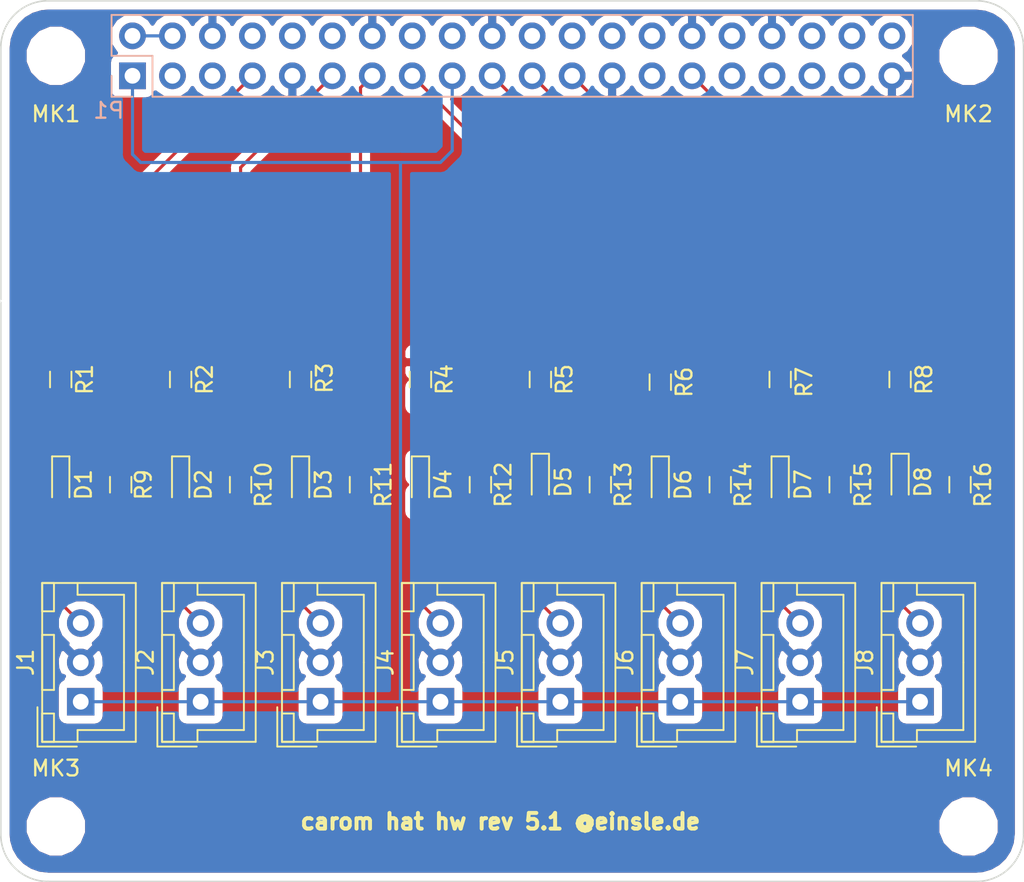
<source format=kicad_pcb>
(kicad_pcb (version 20171130) (host pcbnew "(5.0.0)")

  (general
    (thickness 1.6)
    (drawings 11)
    (tracks 79)
    (zones 0)
    (modules 37)
    (nets 40)
  )

  (page A3)
  (title_block
    (date "15 nov 2012")
  )

  (layers
    (0 F.Cu signal hide)
    (31 B.Cu signal hide)
    (32 B.Adhes user)
    (33 F.Adhes user)
    (34 B.Paste user)
    (35 F.Paste user)
    (36 B.SilkS user hide)
    (37 F.SilkS user)
    (38 B.Mask user)
    (39 F.Mask user)
    (40 Dwgs.User user)
    (41 Cmts.User user)
    (42 Eco1.User user)
    (43 Eco2.User user)
    (44 Edge.Cuts user)
  )

  (setup
    (last_trace_width 0.2)
    (trace_clearance 0.2)
    (zone_clearance 0.508)
    (zone_45_only no)
    (trace_min 0.1524)
    (segment_width 0.1)
    (edge_width 0.1)
    (via_size 0.9)
    (via_drill 0.6)
    (via_min_size 0.8)
    (via_min_drill 0.5)
    (uvia_size 0.5)
    (uvia_drill 0.1)
    (uvias_allowed no)
    (uvia_min_size 0.5)
    (uvia_min_drill 0.1)
    (pcb_text_width 0.3)
    (pcb_text_size 1 1)
    (mod_edge_width 0.15)
    (mod_text_size 1 1)
    (mod_text_width 0.15)
    (pad_size 2.5 2.5)
    (pad_drill 2.5)
    (pad_to_mask_clearance 0)
    (aux_axis_origin 200 150)
    (grid_origin 200 150)
    (visible_elements 7FFFFFFF)
    (pcbplotparams
      (layerselection 0x0103c_ffffffff)
      (usegerberextensions true)
      (usegerberattributes false)
      (usegerberadvancedattributes false)
      (creategerberjobfile false)
      (excludeedgelayer true)
      (linewidth 0.150000)
      (plotframeref false)
      (viasonmask false)
      (mode 1)
      (useauxorigin false)
      (hpglpennumber 1)
      (hpglpenspeed 20)
      (hpglpendiameter 15.000000)
      (psnegative false)
      (psa4output false)
      (plotreference true)
      (plotvalue true)
      (plotinvisibletext false)
      (padsonsilk false)
      (subtractmaskfromsilk false)
      (outputformat 1)
      (mirror false)
      (drillshape 0)
      (scaleselection 1)
      (outputdirectory "gerber"))
  )

  (net 0 "")
  (net 1 +3V3)
  (net 2 +5V)
  (net 3 GND)
  (net 4 /ID_SD)
  (net 5 /ID_SC)
  (net 6 /GPIO5)
  (net 7 /GPIO6)
  (net 8 /GPIO26)
  (net 9 /GPIO16)
  (net 10 /GPIO4)
  (net 11 /L1)
  (net 12 /GPIO17)
  (net 13 /L2)
  (net 14 /GPIO27)
  (net 15 /L3)
  (net 16 /L4)
  (net 17 /GPIO22)
  (net 18 /L5)
  (net 19 /GPIO10)
  (net 20 /L6)
  (net 21 /GPIO9)
  (net 22 /GPIO11)
  (net 23 /L7)
  (net 24 /L8)
  (net 25 /GPIO2)
  (net 26 /GPIO3)
  (net 27 /GPIO14)
  (net 28 /GPIO15)
  (net 29 /GPIO18)
  (net 30 /GPIO23)
  (net 31 /GPIO24)
  (net 32 /GPIO25)
  (net 33 /GPIO8)
  (net 34 /GPIO7)
  (net 35 /GPIO12)
  (net 36 /GPIO13)
  (net 37 /GPIO19)
  (net 38 /GPIO20)
  (net 39 /GPIO21)

  (net_class Default "This is the default net class."
    (clearance 0.2)
    (trace_width 0.2)
    (via_dia 0.9)
    (via_drill 0.6)
    (uvia_dia 0.5)
    (uvia_drill 0.1)
    (add_net +3V3)
    (add_net +5V)
    (add_net /GPIO10)
    (add_net /GPIO11)
    (add_net /GPIO12)
    (add_net /GPIO13)
    (add_net /GPIO14)
    (add_net /GPIO15)
    (add_net /GPIO16)
    (add_net /GPIO17)
    (add_net /GPIO18)
    (add_net /GPIO19)
    (add_net /GPIO2)
    (add_net /GPIO20)
    (add_net /GPIO21)
    (add_net /GPIO22)
    (add_net /GPIO23)
    (add_net /GPIO24)
    (add_net /GPIO25)
    (add_net /GPIO26)
    (add_net /GPIO27)
    (add_net /GPIO3)
    (add_net /GPIO4)
    (add_net /GPIO5)
    (add_net /GPIO6)
    (add_net /GPIO7)
    (add_net /GPIO8)
    (add_net /GPIO9)
    (add_net /ID_SC)
    (add_net /ID_SD)
    (add_net /L1)
    (add_net /L2)
    (add_net /L3)
    (add_net /L4)
    (add_net /L5)
    (add_net /L6)
    (add_net /L7)
    (add_net /L8)
    (add_net GND)
  )

  (net_class Power ""
    (clearance 0.2)
    (trace_width 0.5)
    (via_dia 1)
    (via_drill 0.7)
    (uvia_dia 0.5)
    (uvia_drill 0.1)
  )

  (module Connector_PinSocket_2.54mm:PinSocket_2x20_P2.54mm_Vertical (layer B.Cu) (tedit 5A19A433) (tstamp 5A793E9F)
    (at 208.37 98.77 270)
    (descr "Through hole straight socket strip, 2x20, 2.54mm pitch, double cols (from Kicad 4.0.7), script generated")
    (tags "Through hole socket strip THT 2x20 2.54mm double row")
    (path /59AD464A)
    (fp_text reference P1 (at 2.208 1.512) (layer B.SilkS)
      (effects (font (size 1 1) (thickness 0.15)) (justify mirror))
    )
    (fp_text value Conn_02x20_Odd_Even (at -1.27 -51.03 270) (layer B.Fab)
      (effects (font (size 1 1) (thickness 0.15)) (justify mirror))
    )
    (fp_line (start -3.81 1.27) (end 0.27 1.27) (layer B.Fab) (width 0.1))
    (fp_line (start 0.27 1.27) (end 1.27 0.27) (layer B.Fab) (width 0.1))
    (fp_line (start 1.27 0.27) (end 1.27 -49.53) (layer B.Fab) (width 0.1))
    (fp_line (start 1.27 -49.53) (end -3.81 -49.53) (layer B.Fab) (width 0.1))
    (fp_line (start -3.81 -49.53) (end -3.81 1.27) (layer B.Fab) (width 0.1))
    (fp_line (start -3.87 1.33) (end -1.27 1.33) (layer B.SilkS) (width 0.12))
    (fp_line (start -3.87 1.33) (end -3.87 -49.59) (layer B.SilkS) (width 0.12))
    (fp_line (start -3.87 -49.59) (end 1.33 -49.59) (layer B.SilkS) (width 0.12))
    (fp_line (start 1.33 -1.27) (end 1.33 -49.59) (layer B.SilkS) (width 0.12))
    (fp_line (start -1.27 -1.27) (end 1.33 -1.27) (layer B.SilkS) (width 0.12))
    (fp_line (start -1.27 1.33) (end -1.27 -1.27) (layer B.SilkS) (width 0.12))
    (fp_line (start 1.33 1.33) (end 1.33 0) (layer B.SilkS) (width 0.12))
    (fp_line (start 0 1.33) (end 1.33 1.33) (layer B.SilkS) (width 0.12))
    (fp_line (start -4.34 1.8) (end 1.76 1.8) (layer B.CrtYd) (width 0.05))
    (fp_line (start 1.76 1.8) (end 1.76 -50) (layer B.CrtYd) (width 0.05))
    (fp_line (start 1.76 -50) (end -4.34 -50) (layer B.CrtYd) (width 0.05))
    (fp_line (start -4.34 -50) (end -4.34 1.8) (layer B.CrtYd) (width 0.05))
    (fp_text user %R (at -1.27 -24.13 180) (layer B.Fab)
      (effects (font (size 1 1) (thickness 0.15)) (justify mirror))
    )
    (pad 1 thru_hole rect (at 0 0 270) (size 1.7 1.7) (drill 1) (layers *.Cu *.Mask)
      (net 1 +3V3))
    (pad 2 thru_hole oval (at -2.54 0 270) (size 1.7 1.7) (drill 1) (layers *.Cu *.Mask)
      (net 2 +5V))
    (pad 3 thru_hole oval (at 0 -2.54 270) (size 1.7 1.7) (drill 1) (layers *.Cu *.Mask)
      (net 25 /GPIO2))
    (pad 4 thru_hole oval (at -2.54 -2.54 270) (size 1.7 1.7) (drill 1) (layers *.Cu *.Mask)
      (net 2 +5V))
    (pad 5 thru_hole oval (at 0 -5.08 270) (size 1.7 1.7) (drill 1) (layers *.Cu *.Mask)
      (net 26 /GPIO3))
    (pad 6 thru_hole oval (at -2.54 -5.08 270) (size 1.7 1.7) (drill 1) (layers *.Cu *.Mask)
      (net 3 GND))
    (pad 7 thru_hole oval (at 0 -7.62 270) (size 1.7 1.7) (drill 1) (layers *.Cu *.Mask)
      (net 10 /GPIO4))
    (pad 8 thru_hole oval (at -2.54 -7.62 270) (size 1.7 1.7) (drill 1) (layers *.Cu *.Mask)
      (net 27 /GPIO14))
    (pad 9 thru_hole oval (at 0 -10.16 270) (size 1.7 1.7) (drill 1) (layers *.Cu *.Mask)
      (net 3 GND))
    (pad 10 thru_hole oval (at -2.54 -10.16 270) (size 1.7 1.7) (drill 1) (layers *.Cu *.Mask)
      (net 28 /GPIO15))
    (pad 11 thru_hole oval (at 0 -12.7 270) (size 1.7 1.7) (drill 1) (layers *.Cu *.Mask)
      (net 12 /GPIO17))
    (pad 12 thru_hole oval (at -2.54 -12.7 270) (size 1.7 1.7) (drill 1) (layers *.Cu *.Mask)
      (net 29 /GPIO18))
    (pad 13 thru_hole oval (at 0 -15.24 270) (size 1.7 1.7) (drill 1) (layers *.Cu *.Mask)
      (net 14 /GPIO27))
    (pad 14 thru_hole oval (at -2.54 -15.24 270) (size 1.7 1.7) (drill 1) (layers *.Cu *.Mask)
      (net 3 GND))
    (pad 15 thru_hole oval (at 0 -17.78 270) (size 1.7 1.7) (drill 1) (layers *.Cu *.Mask)
      (net 17 /GPIO22))
    (pad 16 thru_hole oval (at -2.54 -17.78 270) (size 1.7 1.7) (drill 1) (layers *.Cu *.Mask)
      (net 30 /GPIO23))
    (pad 17 thru_hole oval (at 0 -20.32 270) (size 1.7 1.7) (drill 1) (layers *.Cu *.Mask)
      (net 1 +3V3))
    (pad 18 thru_hole oval (at -2.54 -20.32 270) (size 1.7 1.7) (drill 1) (layers *.Cu *.Mask)
      (net 31 /GPIO24))
    (pad 19 thru_hole oval (at 0 -22.86 270) (size 1.7 1.7) (drill 1) (layers *.Cu *.Mask)
      (net 19 /GPIO10))
    (pad 20 thru_hole oval (at -2.54 -22.86 270) (size 1.7 1.7) (drill 1) (layers *.Cu *.Mask)
      (net 3 GND))
    (pad 21 thru_hole oval (at 0 -25.4 270) (size 1.7 1.7) (drill 1) (layers *.Cu *.Mask)
      (net 21 /GPIO9))
    (pad 22 thru_hole oval (at -2.54 -25.4 270) (size 1.7 1.7) (drill 1) (layers *.Cu *.Mask)
      (net 32 /GPIO25))
    (pad 23 thru_hole oval (at 0 -27.94 270) (size 1.7 1.7) (drill 1) (layers *.Cu *.Mask)
      (net 22 /GPIO11))
    (pad 24 thru_hole oval (at -2.54 -27.94 270) (size 1.7 1.7) (drill 1) (layers *.Cu *.Mask)
      (net 33 /GPIO8))
    (pad 25 thru_hole oval (at 0 -30.48 270) (size 1.7 1.7) (drill 1) (layers *.Cu *.Mask)
      (net 3 GND))
    (pad 26 thru_hole oval (at -2.54 -30.48 270) (size 1.7 1.7) (drill 1) (layers *.Cu *.Mask)
      (net 34 /GPIO7))
    (pad 27 thru_hole oval (at 0 -33.02 270) (size 1.7 1.7) (drill 1) (layers *.Cu *.Mask)
      (net 4 /ID_SD))
    (pad 28 thru_hole oval (at -2.54 -33.02 270) (size 1.7 1.7) (drill 1) (layers *.Cu *.Mask)
      (net 5 /ID_SC))
    (pad 29 thru_hole oval (at 0 -35.56 270) (size 1.7 1.7) (drill 1) (layers *.Cu *.Mask)
      (net 6 /GPIO5))
    (pad 30 thru_hole oval (at -2.54 -35.56 270) (size 1.7 1.7) (drill 1) (layers *.Cu *.Mask)
      (net 3 GND))
    (pad 31 thru_hole oval (at 0 -38.1 270) (size 1.7 1.7) (drill 1) (layers *.Cu *.Mask)
      (net 7 /GPIO6))
    (pad 32 thru_hole oval (at -2.54 -38.1 270) (size 1.7 1.7) (drill 1) (layers *.Cu *.Mask)
      (net 35 /GPIO12))
    (pad 33 thru_hole oval (at 0 -40.64 270) (size 1.7 1.7) (drill 1) (layers *.Cu *.Mask)
      (net 36 /GPIO13))
    (pad 34 thru_hole oval (at -2.54 -40.64 270) (size 1.7 1.7) (drill 1) (layers *.Cu *.Mask)
      (net 3 GND))
    (pad 35 thru_hole oval (at 0 -43.18 270) (size 1.7 1.7) (drill 1) (layers *.Cu *.Mask)
      (net 37 /GPIO19))
    (pad 36 thru_hole oval (at -2.54 -43.18 270) (size 1.7 1.7) (drill 1) (layers *.Cu *.Mask)
      (net 9 /GPIO16))
    (pad 37 thru_hole oval (at 0 -45.72 270) (size 1.7 1.7) (drill 1) (layers *.Cu *.Mask)
      (net 8 /GPIO26))
    (pad 38 thru_hole oval (at -2.54 -45.72 270) (size 1.7 1.7) (drill 1) (layers *.Cu *.Mask)
      (net 38 /GPIO20))
    (pad 39 thru_hole oval (at 0 -48.26 270) (size 1.7 1.7) (drill 1) (layers *.Cu *.Mask)
      (net 3 GND))
    (pad 40 thru_hole oval (at -2.54 -48.26 270) (size 1.7 1.7) (drill 1) (layers *.Cu *.Mask)
      (net 39 /GPIO21))
    (model ${KISYS3DMOD}/Connector_PinSocket_2.54mm.3dshapes/PinSocket_2x20_P2.54mm_Vertical.wrl
      (at (xyz 0 0 0))
      (scale (xyz 1 1 1))
      (rotate (xyz 0 0 0))
    )
  )

  (module MountingHole:MountingHole_2.7mm_M2.5 (layer F.Cu) (tedit 56D1B4CB) (tstamp 5A793E98)
    (at 261.5 146.5)
    (descr "Mounting Hole 2.7mm, no annular, M2.5")
    (tags "mounting hole 2.7mm no annular m2.5")
    (path /5834FC4F)
    (attr virtual)
    (fp_text reference MK4 (at 0 -3.7) (layer F.SilkS)
      (effects (font (size 1 1) (thickness 0.15)))
    )
    (fp_text value M2.5 (at 0 3.7) (layer F.Fab)
      (effects (font (size 1 1) (thickness 0.15)))
    )
    (fp_circle (center 0 0) (end 2.95 0) (layer F.CrtYd) (width 0.05))
    (fp_circle (center 0 0) (end 2.7 0) (layer Cmts.User) (width 0.15))
    (fp_text user %R (at 0.3 0) (layer F.Fab)
      (effects (font (size 1 1) (thickness 0.15)))
    )
    (pad 1 np_thru_hole circle (at 0 0) (size 2.7 2.7) (drill 2.7) (layers *.Cu *.Mask))
  )

  (module MountingHole:MountingHole_2.7mm_M2.5 (layer F.Cu) (tedit 56D1B4CB) (tstamp 5A793E91)
    (at 203.5 146.5)
    (descr "Mounting Hole 2.7mm, no annular, M2.5")
    (tags "mounting hole 2.7mm no annular m2.5")
    (path /5834FBEF)
    (attr virtual)
    (fp_text reference MK3 (at 0 -3.7) (layer F.SilkS)
      (effects (font (size 1 1) (thickness 0.15)))
    )
    (fp_text value M2.5 (at 0 3.7) (layer F.Fab)
      (effects (font (size 1 1) (thickness 0.15)))
    )
    (fp_text user %R (at 0.3 0) (layer F.Fab)
      (effects (font (size 1 1) (thickness 0.15)))
    )
    (fp_circle (center 0 0) (end 2.7 0) (layer Cmts.User) (width 0.15))
    (fp_circle (center 0 0) (end 2.95 0) (layer F.CrtYd) (width 0.05))
    (pad 1 np_thru_hole circle (at 0 0) (size 2.7 2.7) (drill 2.7) (layers *.Cu *.Mask))
  )

  (module MountingHole:MountingHole_2.7mm_M2.5 (layer F.Cu) (tedit 56D1B4CB) (tstamp 5A793E8A)
    (at 261.5 97.5 180)
    (descr "Mounting Hole 2.7mm, no annular, M2.5")
    (tags "mounting hole 2.7mm no annular m2.5")
    (path /5834FC19)
    (attr virtual)
    (fp_text reference MK2 (at 0 -3.7 180) (layer F.SilkS)
      (effects (font (size 1 1) (thickness 0.15)))
    )
    (fp_text value M2.5 (at 0 3.7 180) (layer F.Fab)
      (effects (font (size 1 1) (thickness 0.15)))
    )
    (fp_circle (center 0 0) (end 2.95 0) (layer F.CrtYd) (width 0.05))
    (fp_circle (center 0 0) (end 2.7 0) (layer Cmts.User) (width 0.15))
    (fp_text user %R (at 0.3 0 180) (layer F.Fab)
      (effects (font (size 1 1) (thickness 0.15)))
    )
    (pad 1 np_thru_hole circle (at 0 0 180) (size 2.7 2.7) (drill 2.7) (layers *.Cu *.Mask))
  )

  (module MountingHole:MountingHole_2.7mm_M2.5 (layer F.Cu) (tedit 56D1B4CB) (tstamp 5A793E83)
    (at 203.5 97.5 180)
    (descr "Mounting Hole 2.7mm, no annular, M2.5")
    (tags "mounting hole 2.7mm no annular m2.5")
    (path /5834FB2E)
    (attr virtual)
    (fp_text reference MK1 (at 0 -3.7 180) (layer F.SilkS)
      (effects (font (size 1 1) (thickness 0.15)))
    )
    (fp_text value M2.5 (at 0 3.7 180) (layer F.Fab)
      (effects (font (size 1 1) (thickness 0.15)))
    )
    (fp_text user %R (at 0.3 0 180) (layer F.Fab)
      (effects (font (size 1 1) (thickness 0.15)))
    )
    (fp_circle (center 0 0) (end 2.7 0) (layer Cmts.User) (width 0.15))
    (fp_circle (center 0 0) (end 2.95 0) (layer F.CrtYd) (width 0.05))
    (pad 1 np_thru_hole circle (at 0 0 180) (size 2.7 2.7) (drill 2.7) (layers *.Cu *.Mask))
  )

  (module LEDs:LED_0603_HandSoldering (layer F.Cu) (tedit 595FC9C0) (tstamp 5B6BFCFD)
    (at 203.81 124.77 270)
    (descr "LED SMD 0603, hand soldering")
    (tags "LED 0603")
    (path /5B6C250B)
    (attr smd)
    (fp_text reference D1 (at 0 -1.45 270) (layer F.SilkS)
      (effects (font (size 1 1) (thickness 0.15)))
    )
    (fp_text value LED (at 0 1.55 270) (layer F.Fab)
      (effects (font (size 1 1) (thickness 0.15)))
    )
    (fp_line (start -0.8 -0.4) (end -0.8 0.4) (layer F.Fab) (width 0.1))
    (fp_line (start 1.95 0.7) (end -1.96 0.7) (layer F.CrtYd) (width 0.05))
    (fp_line (start 1.95 0.7) (end 1.95 -0.7) (layer F.CrtYd) (width 0.05))
    (fp_line (start -1.96 -0.7) (end -1.96 0.7) (layer F.CrtYd) (width 0.05))
    (fp_line (start -1.96 -0.7) (end 1.95 -0.7) (layer F.CrtYd) (width 0.05))
    (fp_line (start -1.8 -0.55) (end 0.8 -0.55) (layer F.SilkS) (width 0.12))
    (fp_line (start -1.8 0.55) (end 0.8 0.55) (layer F.SilkS) (width 0.12))
    (fp_line (start -0.8 -0.4) (end 0.8 -0.4) (layer F.Fab) (width 0.1))
    (fp_line (start 0.8 -0.4) (end 0.8 0.4) (layer F.Fab) (width 0.1))
    (fp_line (start 0.8 0.4) (end -0.8 0.4) (layer F.Fab) (width 0.1))
    (fp_line (start 0.15 -0.2) (end 0.15 0.2) (layer F.Fab) (width 0.1))
    (fp_line (start 0.15 0.2) (end -0.15 0) (layer F.Fab) (width 0.1))
    (fp_line (start -0.15 0) (end 0.15 -0.2) (layer F.Fab) (width 0.1))
    (fp_line (start -0.2 -0.2) (end -0.2 0.2) (layer F.Fab) (width 0.1))
    (fp_line (start -1.8 -0.55) (end -1.8 0.55) (layer F.SilkS) (width 0.12))
    (pad 2 smd rect (at 1.1 0 270) (size 1.2 0.9) (layers F.Cu F.Paste F.Mask)
      (net 10 /GPIO4))
    (pad 1 smd rect (at -1.1 0 270) (size 1.2 0.9) (layers F.Cu F.Paste F.Mask)
      (net 11 /L1))
    (model ${KISYS3DMOD}/LEDs.3dshapes/LED_0603.wrl
      (at (xyz 0 0 0))
      (scale (xyz 1 1 1))
      (rotate (xyz 0 0 180))
    )
  )

  (module LEDs:LED_0603_HandSoldering (layer F.Cu) (tedit 595FC9C0) (tstamp 5B6BFD12)
    (at 211.43 124.77 270)
    (descr "LED SMD 0603, hand soldering")
    (tags "LED 0603")
    (path /5B6CB85C)
    (attr smd)
    (fp_text reference D2 (at 0 -1.45 270) (layer F.SilkS)
      (effects (font (size 1 1) (thickness 0.15)))
    )
    (fp_text value LED (at 0 1.55 270) (layer F.Fab)
      (effects (font (size 1 1) (thickness 0.15)))
    )
    (fp_line (start -0.8 -0.4) (end -0.8 0.4) (layer F.Fab) (width 0.1))
    (fp_line (start 1.95 0.7) (end -1.96 0.7) (layer F.CrtYd) (width 0.05))
    (fp_line (start 1.95 0.7) (end 1.95 -0.7) (layer F.CrtYd) (width 0.05))
    (fp_line (start -1.96 -0.7) (end -1.96 0.7) (layer F.CrtYd) (width 0.05))
    (fp_line (start -1.96 -0.7) (end 1.95 -0.7) (layer F.CrtYd) (width 0.05))
    (fp_line (start -1.8 -0.55) (end 0.8 -0.55) (layer F.SilkS) (width 0.12))
    (fp_line (start -1.8 0.55) (end 0.8 0.55) (layer F.SilkS) (width 0.12))
    (fp_line (start -0.8 -0.4) (end 0.8 -0.4) (layer F.Fab) (width 0.1))
    (fp_line (start 0.8 -0.4) (end 0.8 0.4) (layer F.Fab) (width 0.1))
    (fp_line (start 0.8 0.4) (end -0.8 0.4) (layer F.Fab) (width 0.1))
    (fp_line (start 0.15 -0.2) (end 0.15 0.2) (layer F.Fab) (width 0.1))
    (fp_line (start 0.15 0.2) (end -0.15 0) (layer F.Fab) (width 0.1))
    (fp_line (start -0.15 0) (end 0.15 -0.2) (layer F.Fab) (width 0.1))
    (fp_line (start -0.2 -0.2) (end -0.2 0.2) (layer F.Fab) (width 0.1))
    (fp_line (start -1.8 -0.55) (end -1.8 0.55) (layer F.SilkS) (width 0.12))
    (pad 2 smd rect (at 1.1 0 270) (size 1.2 0.9) (layers F.Cu F.Paste F.Mask)
      (net 12 /GPIO17))
    (pad 1 smd rect (at -1.1 0 270) (size 1.2 0.9) (layers F.Cu F.Paste F.Mask)
      (net 13 /L2))
    (model ${KISYS3DMOD}/LEDs.3dshapes/LED_0603.wrl
      (at (xyz 0 0 0))
      (scale (xyz 1 1 1))
      (rotate (xyz 0 0 180))
    )
  )

  (module LEDs:LED_0603_HandSoldering (layer F.Cu) (tedit 595FC9C0) (tstamp 5B6BFD27)
    (at 219.05 124.77 270)
    (descr "LED SMD 0603, hand soldering")
    (tags "LED 0603")
    (path /5B6CD386)
    (attr smd)
    (fp_text reference D3 (at 0 -1.45 270) (layer F.SilkS)
      (effects (font (size 1 1) (thickness 0.15)))
    )
    (fp_text value LED (at 0 1.55 270) (layer F.Fab)
      (effects (font (size 1 1) (thickness 0.15)))
    )
    (fp_line (start -0.8 -0.4) (end -0.8 0.4) (layer F.Fab) (width 0.1))
    (fp_line (start 1.95 0.7) (end -1.96 0.7) (layer F.CrtYd) (width 0.05))
    (fp_line (start 1.95 0.7) (end 1.95 -0.7) (layer F.CrtYd) (width 0.05))
    (fp_line (start -1.96 -0.7) (end -1.96 0.7) (layer F.CrtYd) (width 0.05))
    (fp_line (start -1.96 -0.7) (end 1.95 -0.7) (layer F.CrtYd) (width 0.05))
    (fp_line (start -1.8 -0.55) (end 0.8 -0.55) (layer F.SilkS) (width 0.12))
    (fp_line (start -1.8 0.55) (end 0.8 0.55) (layer F.SilkS) (width 0.12))
    (fp_line (start -0.8 -0.4) (end 0.8 -0.4) (layer F.Fab) (width 0.1))
    (fp_line (start 0.8 -0.4) (end 0.8 0.4) (layer F.Fab) (width 0.1))
    (fp_line (start 0.8 0.4) (end -0.8 0.4) (layer F.Fab) (width 0.1))
    (fp_line (start 0.15 -0.2) (end 0.15 0.2) (layer F.Fab) (width 0.1))
    (fp_line (start 0.15 0.2) (end -0.15 0) (layer F.Fab) (width 0.1))
    (fp_line (start -0.15 0) (end 0.15 -0.2) (layer F.Fab) (width 0.1))
    (fp_line (start -0.2 -0.2) (end -0.2 0.2) (layer F.Fab) (width 0.1))
    (fp_line (start -1.8 -0.55) (end -1.8 0.55) (layer F.SilkS) (width 0.12))
    (pad 2 smd rect (at 1.1 0 270) (size 1.2 0.9) (layers F.Cu F.Paste F.Mask)
      (net 14 /GPIO27))
    (pad 1 smd rect (at -1.1 0 270) (size 1.2 0.9) (layers F.Cu F.Paste F.Mask)
      (net 15 /L3))
    (model ${KISYS3DMOD}/LEDs.3dshapes/LED_0603.wrl
      (at (xyz 0 0 0))
      (scale (xyz 1 1 1))
      (rotate (xyz 0 0 180))
    )
  )

  (module LEDs:LED_0603_HandSoldering (layer F.Cu) (tedit 595FC9C0) (tstamp 5B6BFD3C)
    (at 226.67 124.77 270)
    (descr "LED SMD 0603, hand soldering")
    (tags "LED 0603")
    (path /5B6CD3C5)
    (attr smd)
    (fp_text reference D4 (at 0 -1.45 270) (layer F.SilkS)
      (effects (font (size 1 1) (thickness 0.15)))
    )
    (fp_text value LED (at 0 1.55 270) (layer F.Fab)
      (effects (font (size 1 1) (thickness 0.15)))
    )
    (fp_line (start -1.8 -0.55) (end -1.8 0.55) (layer F.SilkS) (width 0.12))
    (fp_line (start -0.2 -0.2) (end -0.2 0.2) (layer F.Fab) (width 0.1))
    (fp_line (start -0.15 0) (end 0.15 -0.2) (layer F.Fab) (width 0.1))
    (fp_line (start 0.15 0.2) (end -0.15 0) (layer F.Fab) (width 0.1))
    (fp_line (start 0.15 -0.2) (end 0.15 0.2) (layer F.Fab) (width 0.1))
    (fp_line (start 0.8 0.4) (end -0.8 0.4) (layer F.Fab) (width 0.1))
    (fp_line (start 0.8 -0.4) (end 0.8 0.4) (layer F.Fab) (width 0.1))
    (fp_line (start -0.8 -0.4) (end 0.8 -0.4) (layer F.Fab) (width 0.1))
    (fp_line (start -1.8 0.55) (end 0.8 0.55) (layer F.SilkS) (width 0.12))
    (fp_line (start -1.8 -0.55) (end 0.8 -0.55) (layer F.SilkS) (width 0.12))
    (fp_line (start -1.96 -0.7) (end 1.95 -0.7) (layer F.CrtYd) (width 0.05))
    (fp_line (start -1.96 -0.7) (end -1.96 0.7) (layer F.CrtYd) (width 0.05))
    (fp_line (start 1.95 0.7) (end 1.95 -0.7) (layer F.CrtYd) (width 0.05))
    (fp_line (start 1.95 0.7) (end -1.96 0.7) (layer F.CrtYd) (width 0.05))
    (fp_line (start -0.8 -0.4) (end -0.8 0.4) (layer F.Fab) (width 0.1))
    (pad 1 smd rect (at -1.1 0 270) (size 1.2 0.9) (layers F.Cu F.Paste F.Mask)
      (net 16 /L4))
    (pad 2 smd rect (at 1.1 0 270) (size 1.2 0.9) (layers F.Cu F.Paste F.Mask)
      (net 17 /GPIO22))
    (model ${KISYS3DMOD}/LEDs.3dshapes/LED_0603.wrl
      (at (xyz 0 0 0))
      (scale (xyz 1 1 1))
      (rotate (xyz 0 0 180))
    )
  )

  (module LEDs:LED_0603_HandSoldering (layer F.Cu) (tedit 5B6BFCE2) (tstamp 5B6BFD51)
    (at 234.29 124.6 270)
    (descr "LED SMD 0603, hand soldering")
    (tags "LED 0603")
    (path /5B6D004C)
    (attr smd)
    (fp_text reference D5 (at 0 -1.45 270) (layer F.SilkS)
      (effects (font (size 1 1) (thickness 0.15)))
    )
    (fp_text value LED (at 0 1.55 270) (layer F.Fab)
      (effects (font (size 1 1) (thickness 0.15)))
    )
    (fp_line (start -1.8 -0.55) (end -1.8 0.55) (layer F.SilkS) (width 0.12))
    (fp_line (start -0.2 -0.2) (end -0.2 0.2) (layer F.Fab) (width 0.1))
    (fp_line (start -0.15 0) (end 0.15 -0.2) (layer F.Fab) (width 0.1))
    (fp_line (start 0.15 0.2) (end -0.15 0) (layer F.Fab) (width 0.1))
    (fp_line (start 0.15 -0.2) (end 0.15 0.2) (layer F.Fab) (width 0.1))
    (fp_line (start 0.8 0.4) (end -0.8 0.4) (layer F.Fab) (width 0.1))
    (fp_line (start 0.8 -0.4) (end 0.8 0.4) (layer F.Fab) (width 0.1))
    (fp_line (start -0.8 -0.4) (end 0.8 -0.4) (layer F.Fab) (width 0.1))
    (fp_line (start -1.8 0.55) (end 0.8 0.55) (layer F.SilkS) (width 0.12))
    (fp_line (start -1.8 -0.55) (end 0.8 -0.55) (layer F.SilkS) (width 0.12))
    (fp_line (start -1.96 -0.7) (end 1.95 -0.7) (layer F.CrtYd) (width 0.05))
    (fp_line (start -1.96 -0.7) (end -1.96 0.7) (layer F.CrtYd) (width 0.05))
    (fp_line (start 1.95 0.7) (end 1.95 -0.7) (layer F.CrtYd) (width 0.05))
    (fp_line (start 1.95 0.7) (end -1.96 0.7) (layer F.CrtYd) (width 0.05))
    (fp_line (start -0.8 -0.4) (end -0.8 0.4) (layer F.Fab) (width 0.1))
    (pad 1 smd rect (at -1.1 0 270) (size 1.2 0.9) (layers F.Cu F.Paste F.Mask)
      (net 18 /L5))
    (pad 2 smd rect (at 1.1 0 270) (size 1.2 0.9) (layers F.Cu F.Paste F.Mask)
      (net 19 /GPIO10))
    (model ${KISYS3DMOD}/LEDs.3dshapes/LED_0603.wrl
      (at (xyz 0 0 0))
      (scale (xyz 1 1 1))
      (rotate (xyz 0 0 180))
    )
  )

  (module LEDs:LED_0603_HandSoldering (layer F.Cu) (tedit 595FC9C0) (tstamp 5B6BFD66)
    (at 241.91 124.77 270)
    (descr "LED SMD 0603, hand soldering")
    (tags "LED 0603")
    (path /5B6D008B)
    (attr smd)
    (fp_text reference D6 (at 0 -1.45 270) (layer F.SilkS)
      (effects (font (size 1 1) (thickness 0.15)))
    )
    (fp_text value LED (at 0 1.55 270) (layer F.Fab)
      (effects (font (size 1 1) (thickness 0.15)))
    )
    (fp_line (start -1.8 -0.55) (end -1.8 0.55) (layer F.SilkS) (width 0.12))
    (fp_line (start -0.2 -0.2) (end -0.2 0.2) (layer F.Fab) (width 0.1))
    (fp_line (start -0.15 0) (end 0.15 -0.2) (layer F.Fab) (width 0.1))
    (fp_line (start 0.15 0.2) (end -0.15 0) (layer F.Fab) (width 0.1))
    (fp_line (start 0.15 -0.2) (end 0.15 0.2) (layer F.Fab) (width 0.1))
    (fp_line (start 0.8 0.4) (end -0.8 0.4) (layer F.Fab) (width 0.1))
    (fp_line (start 0.8 -0.4) (end 0.8 0.4) (layer F.Fab) (width 0.1))
    (fp_line (start -0.8 -0.4) (end 0.8 -0.4) (layer F.Fab) (width 0.1))
    (fp_line (start -1.8 0.55) (end 0.8 0.55) (layer F.SilkS) (width 0.12))
    (fp_line (start -1.8 -0.55) (end 0.8 -0.55) (layer F.SilkS) (width 0.12))
    (fp_line (start -1.96 -0.7) (end 1.95 -0.7) (layer F.CrtYd) (width 0.05))
    (fp_line (start -1.96 -0.7) (end -1.96 0.7) (layer F.CrtYd) (width 0.05))
    (fp_line (start 1.95 0.7) (end 1.95 -0.7) (layer F.CrtYd) (width 0.05))
    (fp_line (start 1.95 0.7) (end -1.96 0.7) (layer F.CrtYd) (width 0.05))
    (fp_line (start -0.8 -0.4) (end -0.8 0.4) (layer F.Fab) (width 0.1))
    (pad 1 smd rect (at -1.1 0 270) (size 1.2 0.9) (layers F.Cu F.Paste F.Mask)
      (net 20 /L6))
    (pad 2 smd rect (at 1.1 0 270) (size 1.2 0.9) (layers F.Cu F.Paste F.Mask)
      (net 21 /GPIO9))
    (model ${KISYS3DMOD}/LEDs.3dshapes/LED_0603.wrl
      (at (xyz 0 0 0))
      (scale (xyz 1 1 1))
      (rotate (xyz 0 0 180))
    )
  )

  (module LEDs:LED_0603_HandSoldering (layer F.Cu) (tedit 595FC9C0) (tstamp 5B6BFD7B)
    (at 249.53 124.77 270)
    (descr "LED SMD 0603, hand soldering")
    (tags "LED 0603")
    (path /5B6D00CA)
    (attr smd)
    (fp_text reference D7 (at 0 -1.45 270) (layer F.SilkS)
      (effects (font (size 1 1) (thickness 0.15)))
    )
    (fp_text value LED (at 0 1.55 270) (layer F.Fab)
      (effects (font (size 1 1) (thickness 0.15)))
    )
    (fp_line (start -0.8 -0.4) (end -0.8 0.4) (layer F.Fab) (width 0.1))
    (fp_line (start 1.95 0.7) (end -1.96 0.7) (layer F.CrtYd) (width 0.05))
    (fp_line (start 1.95 0.7) (end 1.95 -0.7) (layer F.CrtYd) (width 0.05))
    (fp_line (start -1.96 -0.7) (end -1.96 0.7) (layer F.CrtYd) (width 0.05))
    (fp_line (start -1.96 -0.7) (end 1.95 -0.7) (layer F.CrtYd) (width 0.05))
    (fp_line (start -1.8 -0.55) (end 0.8 -0.55) (layer F.SilkS) (width 0.12))
    (fp_line (start -1.8 0.55) (end 0.8 0.55) (layer F.SilkS) (width 0.12))
    (fp_line (start -0.8 -0.4) (end 0.8 -0.4) (layer F.Fab) (width 0.1))
    (fp_line (start 0.8 -0.4) (end 0.8 0.4) (layer F.Fab) (width 0.1))
    (fp_line (start 0.8 0.4) (end -0.8 0.4) (layer F.Fab) (width 0.1))
    (fp_line (start 0.15 -0.2) (end 0.15 0.2) (layer F.Fab) (width 0.1))
    (fp_line (start 0.15 0.2) (end -0.15 0) (layer F.Fab) (width 0.1))
    (fp_line (start -0.15 0) (end 0.15 -0.2) (layer F.Fab) (width 0.1))
    (fp_line (start -0.2 -0.2) (end -0.2 0.2) (layer F.Fab) (width 0.1))
    (fp_line (start -1.8 -0.55) (end -1.8 0.55) (layer F.SilkS) (width 0.12))
    (pad 2 smd rect (at 1.1 0 270) (size 1.2 0.9) (layers F.Cu F.Paste F.Mask)
      (net 22 /GPIO11))
    (pad 1 smd rect (at -1.1 0 270) (size 1.2 0.9) (layers F.Cu F.Paste F.Mask)
      (net 23 /L7))
    (model ${KISYS3DMOD}/LEDs.3dshapes/LED_0603.wrl
      (at (xyz 0 0 0))
      (scale (xyz 1 1 1))
      (rotate (xyz 0 0 180))
    )
  )

  (module LEDs:LED_0603_HandSoldering (layer F.Cu) (tedit 595FC9C0) (tstamp 5B6BFD90)
    (at 257.15 124.6 270)
    (descr "LED SMD 0603, hand soldering")
    (tags "LED 0603")
    (path /5B6D0109)
    (attr smd)
    (fp_text reference D8 (at 0 -1.45 270) (layer F.SilkS)
      (effects (font (size 1 1) (thickness 0.15)))
    )
    (fp_text value LED (at 0 1.55 270) (layer F.Fab)
      (effects (font (size 1 1) (thickness 0.15)))
    )
    (fp_line (start -1.8 -0.55) (end -1.8 0.55) (layer F.SilkS) (width 0.12))
    (fp_line (start -0.2 -0.2) (end -0.2 0.2) (layer F.Fab) (width 0.1))
    (fp_line (start -0.15 0) (end 0.15 -0.2) (layer F.Fab) (width 0.1))
    (fp_line (start 0.15 0.2) (end -0.15 0) (layer F.Fab) (width 0.1))
    (fp_line (start 0.15 -0.2) (end 0.15 0.2) (layer F.Fab) (width 0.1))
    (fp_line (start 0.8 0.4) (end -0.8 0.4) (layer F.Fab) (width 0.1))
    (fp_line (start 0.8 -0.4) (end 0.8 0.4) (layer F.Fab) (width 0.1))
    (fp_line (start -0.8 -0.4) (end 0.8 -0.4) (layer F.Fab) (width 0.1))
    (fp_line (start -1.8 0.55) (end 0.8 0.55) (layer F.SilkS) (width 0.12))
    (fp_line (start -1.8 -0.55) (end 0.8 -0.55) (layer F.SilkS) (width 0.12))
    (fp_line (start -1.96 -0.7) (end 1.95 -0.7) (layer F.CrtYd) (width 0.05))
    (fp_line (start -1.96 -0.7) (end -1.96 0.7) (layer F.CrtYd) (width 0.05))
    (fp_line (start 1.95 0.7) (end 1.95 -0.7) (layer F.CrtYd) (width 0.05))
    (fp_line (start 1.95 0.7) (end -1.96 0.7) (layer F.CrtYd) (width 0.05))
    (fp_line (start -0.8 -0.4) (end -0.8 0.4) (layer F.Fab) (width 0.1))
    (pad 1 smd rect (at -1.1 0 270) (size 1.2 0.9) (layers F.Cu F.Paste F.Mask)
      (net 24 /L8))
    (pad 2 smd rect (at 1.1 0 270) (size 1.2 0.9) (layers F.Cu F.Paste F.Mask)
      (net 6 /GPIO5))
    (model ${KISYS3DMOD}/LEDs.3dshapes/LED_0603.wrl
      (at (xyz 0 0 0))
      (scale (xyz 1 1 1))
      (rotate (xyz 0 0 180))
    )
  )

  (module Connectors_JST:JST_XH_B03B-XH-A_03x2.50mm_Straight (layer F.Cu) (tedit 58EAE7F0) (tstamp 5B6BFDBA)
    (at 205.08 138.57 90)
    (descr "JST XH series connector, B03B-XH-A, top entry type, through hole")
    (tags "connector jst xh tht top vertical 2.50mm")
    (path /5B6C05F2)
    (fp_text reference J1 (at 2.5 -3.5 90) (layer F.SilkS)
      (effects (font (size 1 1) (thickness 0.15)))
    )
    (fp_text value Conn_01x03 (at 2.5 4.5 90) (layer F.Fab)
      (effects (font (size 1 1) (thickness 0.15)))
    )
    (fp_line (start -2.45 -2.35) (end -2.45 3.4) (layer F.Fab) (width 0.1))
    (fp_line (start -2.45 3.4) (end 7.45 3.4) (layer F.Fab) (width 0.1))
    (fp_line (start 7.45 3.4) (end 7.45 -2.35) (layer F.Fab) (width 0.1))
    (fp_line (start 7.45 -2.35) (end -2.45 -2.35) (layer F.Fab) (width 0.1))
    (fp_line (start -2.95 -2.85) (end -2.95 3.9) (layer F.CrtYd) (width 0.05))
    (fp_line (start -2.95 3.9) (end 7.95 3.9) (layer F.CrtYd) (width 0.05))
    (fp_line (start 7.95 3.9) (end 7.95 -2.85) (layer F.CrtYd) (width 0.05))
    (fp_line (start 7.95 -2.85) (end -2.95 -2.85) (layer F.CrtYd) (width 0.05))
    (fp_line (start -2.55 -2.45) (end -2.55 3.5) (layer F.SilkS) (width 0.12))
    (fp_line (start -2.55 3.5) (end 7.55 3.5) (layer F.SilkS) (width 0.12))
    (fp_line (start 7.55 3.5) (end 7.55 -2.45) (layer F.SilkS) (width 0.12))
    (fp_line (start 7.55 -2.45) (end -2.55 -2.45) (layer F.SilkS) (width 0.12))
    (fp_line (start 0.75 -2.45) (end 0.75 -1.7) (layer F.SilkS) (width 0.12))
    (fp_line (start 0.75 -1.7) (end 4.25 -1.7) (layer F.SilkS) (width 0.12))
    (fp_line (start 4.25 -1.7) (end 4.25 -2.45) (layer F.SilkS) (width 0.12))
    (fp_line (start 4.25 -2.45) (end 0.75 -2.45) (layer F.SilkS) (width 0.12))
    (fp_line (start -2.55 -2.45) (end -2.55 -1.7) (layer F.SilkS) (width 0.12))
    (fp_line (start -2.55 -1.7) (end -0.75 -1.7) (layer F.SilkS) (width 0.12))
    (fp_line (start -0.75 -1.7) (end -0.75 -2.45) (layer F.SilkS) (width 0.12))
    (fp_line (start -0.75 -2.45) (end -2.55 -2.45) (layer F.SilkS) (width 0.12))
    (fp_line (start 5.75 -2.45) (end 5.75 -1.7) (layer F.SilkS) (width 0.12))
    (fp_line (start 5.75 -1.7) (end 7.55 -1.7) (layer F.SilkS) (width 0.12))
    (fp_line (start 7.55 -1.7) (end 7.55 -2.45) (layer F.SilkS) (width 0.12))
    (fp_line (start 7.55 -2.45) (end 5.75 -2.45) (layer F.SilkS) (width 0.12))
    (fp_line (start -2.55 -0.2) (end -1.8 -0.2) (layer F.SilkS) (width 0.12))
    (fp_line (start -1.8 -0.2) (end -1.8 2.75) (layer F.SilkS) (width 0.12))
    (fp_line (start -1.8 2.75) (end 2.5 2.75) (layer F.SilkS) (width 0.12))
    (fp_line (start 7.55 -0.2) (end 6.8 -0.2) (layer F.SilkS) (width 0.12))
    (fp_line (start 6.8 -0.2) (end 6.8 2.75) (layer F.SilkS) (width 0.12))
    (fp_line (start 6.8 2.75) (end 2.5 2.75) (layer F.SilkS) (width 0.12))
    (fp_line (start -0.35 -2.75) (end -2.85 -2.75) (layer F.SilkS) (width 0.12))
    (fp_line (start -2.85 -2.75) (end -2.85 -0.25) (layer F.SilkS) (width 0.12))
    (fp_line (start -0.35 -2.75) (end -2.85 -2.75) (layer F.Fab) (width 0.1))
    (fp_line (start -2.85 -2.75) (end -2.85 -0.25) (layer F.Fab) (width 0.1))
    (fp_text user %R (at 2.5 2.5 90) (layer F.Fab)
      (effects (font (size 1 1) (thickness 0.15)))
    )
    (pad 1 thru_hole rect (at 0 0 90) (size 1.75 1.75) (drill 1) (layers *.Cu *.Mask)
      (net 1 +3V3))
    (pad 2 thru_hole circle (at 2.5 0 90) (size 1.75 1.75) (drill 1) (layers *.Cu *.Mask)
      (net 3 GND))
    (pad 3 thru_hole circle (at 5 0 90) (size 1.75 1.75) (drill 1) (layers *.Cu *.Mask)
      (net 10 /GPIO4))
    (model Connectors_JST.3dshapes/JST_XH_B03B-XH-A_03x2.50mm_Straight.wrl
      (at (xyz 0 0 0))
      (scale (xyz 1 1 1))
      (rotate (xyz 0 0 0))
    )
  )

  (module Connectors_JST:JST_XH_B03B-XH-A_03x2.50mm_Straight (layer F.Cu) (tedit 58EAE7F0) (tstamp 5B6BFDE4)
    (at 212.7 138.57 90)
    (descr "JST XH series connector, B03B-XH-A, top entry type, through hole")
    (tags "connector jst xh tht top vertical 2.50mm")
    (path /5B6CB845)
    (fp_text reference J2 (at 2.5 -3.5 90) (layer F.SilkS)
      (effects (font (size 1 1) (thickness 0.15)))
    )
    (fp_text value Conn_01x03 (at 2.5 4.5 90) (layer F.Fab)
      (effects (font (size 1 1) (thickness 0.15)))
    )
    (fp_text user %R (at 2.5 2.5 90) (layer F.Fab)
      (effects (font (size 1 1) (thickness 0.15)))
    )
    (fp_line (start -2.85 -2.75) (end -2.85 -0.25) (layer F.Fab) (width 0.1))
    (fp_line (start -0.35 -2.75) (end -2.85 -2.75) (layer F.Fab) (width 0.1))
    (fp_line (start -2.85 -2.75) (end -2.85 -0.25) (layer F.SilkS) (width 0.12))
    (fp_line (start -0.35 -2.75) (end -2.85 -2.75) (layer F.SilkS) (width 0.12))
    (fp_line (start 6.8 2.75) (end 2.5 2.75) (layer F.SilkS) (width 0.12))
    (fp_line (start 6.8 -0.2) (end 6.8 2.75) (layer F.SilkS) (width 0.12))
    (fp_line (start 7.55 -0.2) (end 6.8 -0.2) (layer F.SilkS) (width 0.12))
    (fp_line (start -1.8 2.75) (end 2.5 2.75) (layer F.SilkS) (width 0.12))
    (fp_line (start -1.8 -0.2) (end -1.8 2.75) (layer F.SilkS) (width 0.12))
    (fp_line (start -2.55 -0.2) (end -1.8 -0.2) (layer F.SilkS) (width 0.12))
    (fp_line (start 7.55 -2.45) (end 5.75 -2.45) (layer F.SilkS) (width 0.12))
    (fp_line (start 7.55 -1.7) (end 7.55 -2.45) (layer F.SilkS) (width 0.12))
    (fp_line (start 5.75 -1.7) (end 7.55 -1.7) (layer F.SilkS) (width 0.12))
    (fp_line (start 5.75 -2.45) (end 5.75 -1.7) (layer F.SilkS) (width 0.12))
    (fp_line (start -0.75 -2.45) (end -2.55 -2.45) (layer F.SilkS) (width 0.12))
    (fp_line (start -0.75 -1.7) (end -0.75 -2.45) (layer F.SilkS) (width 0.12))
    (fp_line (start -2.55 -1.7) (end -0.75 -1.7) (layer F.SilkS) (width 0.12))
    (fp_line (start -2.55 -2.45) (end -2.55 -1.7) (layer F.SilkS) (width 0.12))
    (fp_line (start 4.25 -2.45) (end 0.75 -2.45) (layer F.SilkS) (width 0.12))
    (fp_line (start 4.25 -1.7) (end 4.25 -2.45) (layer F.SilkS) (width 0.12))
    (fp_line (start 0.75 -1.7) (end 4.25 -1.7) (layer F.SilkS) (width 0.12))
    (fp_line (start 0.75 -2.45) (end 0.75 -1.7) (layer F.SilkS) (width 0.12))
    (fp_line (start 7.55 -2.45) (end -2.55 -2.45) (layer F.SilkS) (width 0.12))
    (fp_line (start 7.55 3.5) (end 7.55 -2.45) (layer F.SilkS) (width 0.12))
    (fp_line (start -2.55 3.5) (end 7.55 3.5) (layer F.SilkS) (width 0.12))
    (fp_line (start -2.55 -2.45) (end -2.55 3.5) (layer F.SilkS) (width 0.12))
    (fp_line (start 7.95 -2.85) (end -2.95 -2.85) (layer F.CrtYd) (width 0.05))
    (fp_line (start 7.95 3.9) (end 7.95 -2.85) (layer F.CrtYd) (width 0.05))
    (fp_line (start -2.95 3.9) (end 7.95 3.9) (layer F.CrtYd) (width 0.05))
    (fp_line (start -2.95 -2.85) (end -2.95 3.9) (layer F.CrtYd) (width 0.05))
    (fp_line (start 7.45 -2.35) (end -2.45 -2.35) (layer F.Fab) (width 0.1))
    (fp_line (start 7.45 3.4) (end 7.45 -2.35) (layer F.Fab) (width 0.1))
    (fp_line (start -2.45 3.4) (end 7.45 3.4) (layer F.Fab) (width 0.1))
    (fp_line (start -2.45 -2.35) (end -2.45 3.4) (layer F.Fab) (width 0.1))
    (pad 3 thru_hole circle (at 5 0 90) (size 1.75 1.75) (drill 1) (layers *.Cu *.Mask)
      (net 12 /GPIO17))
    (pad 2 thru_hole circle (at 2.5 0 90) (size 1.75 1.75) (drill 1) (layers *.Cu *.Mask)
      (net 3 GND))
    (pad 1 thru_hole rect (at 0 0 90) (size 1.75 1.75) (drill 1) (layers *.Cu *.Mask)
      (net 1 +3V3))
    (model Connectors_JST.3dshapes/JST_XH_B03B-XH-A_03x2.50mm_Straight.wrl
      (at (xyz 0 0 0))
      (scale (xyz 1 1 1))
      (rotate (xyz 0 0 0))
    )
  )

  (module Connectors_JST:JST_XH_B03B-XH-A_03x2.50mm_Straight (layer F.Cu) (tedit 58EAE7F0) (tstamp 5B6BFE0E)
    (at 220.32 138.57 90)
    (descr "JST XH series connector, B03B-XH-A, top entry type, through hole")
    (tags "connector jst xh tht top vertical 2.50mm")
    (path /5B6CD36F)
    (fp_text reference J3 (at 2.5 -3.5 90) (layer F.SilkS)
      (effects (font (size 1 1) (thickness 0.15)))
    )
    (fp_text value Conn_01x03 (at 2.5 4.5 90) (layer F.Fab)
      (effects (font (size 1 1) (thickness 0.15)))
    )
    (fp_line (start -2.45 -2.35) (end -2.45 3.4) (layer F.Fab) (width 0.1))
    (fp_line (start -2.45 3.4) (end 7.45 3.4) (layer F.Fab) (width 0.1))
    (fp_line (start 7.45 3.4) (end 7.45 -2.35) (layer F.Fab) (width 0.1))
    (fp_line (start 7.45 -2.35) (end -2.45 -2.35) (layer F.Fab) (width 0.1))
    (fp_line (start -2.95 -2.85) (end -2.95 3.9) (layer F.CrtYd) (width 0.05))
    (fp_line (start -2.95 3.9) (end 7.95 3.9) (layer F.CrtYd) (width 0.05))
    (fp_line (start 7.95 3.9) (end 7.95 -2.85) (layer F.CrtYd) (width 0.05))
    (fp_line (start 7.95 -2.85) (end -2.95 -2.85) (layer F.CrtYd) (width 0.05))
    (fp_line (start -2.55 -2.45) (end -2.55 3.5) (layer F.SilkS) (width 0.12))
    (fp_line (start -2.55 3.5) (end 7.55 3.5) (layer F.SilkS) (width 0.12))
    (fp_line (start 7.55 3.5) (end 7.55 -2.45) (layer F.SilkS) (width 0.12))
    (fp_line (start 7.55 -2.45) (end -2.55 -2.45) (layer F.SilkS) (width 0.12))
    (fp_line (start 0.75 -2.45) (end 0.75 -1.7) (layer F.SilkS) (width 0.12))
    (fp_line (start 0.75 -1.7) (end 4.25 -1.7) (layer F.SilkS) (width 0.12))
    (fp_line (start 4.25 -1.7) (end 4.25 -2.45) (layer F.SilkS) (width 0.12))
    (fp_line (start 4.25 -2.45) (end 0.75 -2.45) (layer F.SilkS) (width 0.12))
    (fp_line (start -2.55 -2.45) (end -2.55 -1.7) (layer F.SilkS) (width 0.12))
    (fp_line (start -2.55 -1.7) (end -0.75 -1.7) (layer F.SilkS) (width 0.12))
    (fp_line (start -0.75 -1.7) (end -0.75 -2.45) (layer F.SilkS) (width 0.12))
    (fp_line (start -0.75 -2.45) (end -2.55 -2.45) (layer F.SilkS) (width 0.12))
    (fp_line (start 5.75 -2.45) (end 5.75 -1.7) (layer F.SilkS) (width 0.12))
    (fp_line (start 5.75 -1.7) (end 7.55 -1.7) (layer F.SilkS) (width 0.12))
    (fp_line (start 7.55 -1.7) (end 7.55 -2.45) (layer F.SilkS) (width 0.12))
    (fp_line (start 7.55 -2.45) (end 5.75 -2.45) (layer F.SilkS) (width 0.12))
    (fp_line (start -2.55 -0.2) (end -1.8 -0.2) (layer F.SilkS) (width 0.12))
    (fp_line (start -1.8 -0.2) (end -1.8 2.75) (layer F.SilkS) (width 0.12))
    (fp_line (start -1.8 2.75) (end 2.5 2.75) (layer F.SilkS) (width 0.12))
    (fp_line (start 7.55 -0.2) (end 6.8 -0.2) (layer F.SilkS) (width 0.12))
    (fp_line (start 6.8 -0.2) (end 6.8 2.75) (layer F.SilkS) (width 0.12))
    (fp_line (start 6.8 2.75) (end 2.5 2.75) (layer F.SilkS) (width 0.12))
    (fp_line (start -0.35 -2.75) (end -2.85 -2.75) (layer F.SilkS) (width 0.12))
    (fp_line (start -2.85 -2.75) (end -2.85 -0.25) (layer F.SilkS) (width 0.12))
    (fp_line (start -0.35 -2.75) (end -2.85 -2.75) (layer F.Fab) (width 0.1))
    (fp_line (start -2.85 -2.75) (end -2.85 -0.25) (layer F.Fab) (width 0.1))
    (fp_text user %R (at 2.5 2.5 90) (layer F.Fab)
      (effects (font (size 1 1) (thickness 0.15)))
    )
    (pad 1 thru_hole rect (at 0 0 90) (size 1.75 1.75) (drill 1) (layers *.Cu *.Mask)
      (net 1 +3V3))
    (pad 2 thru_hole circle (at 2.5 0 90) (size 1.75 1.75) (drill 1) (layers *.Cu *.Mask)
      (net 3 GND))
    (pad 3 thru_hole circle (at 5 0 90) (size 1.75 1.75) (drill 1) (layers *.Cu *.Mask)
      (net 14 /GPIO27))
    (model Connectors_JST.3dshapes/JST_XH_B03B-XH-A_03x2.50mm_Straight.wrl
      (at (xyz 0 0 0))
      (scale (xyz 1 1 1))
      (rotate (xyz 0 0 0))
    )
  )

  (module Connectors_JST:JST_XH_B03B-XH-A_03x2.50mm_Straight (layer F.Cu) (tedit 58EAE7F0) (tstamp 5B6BFE38)
    (at 227.94 138.57 90)
    (descr "JST XH series connector, B03B-XH-A, top entry type, through hole")
    (tags "connector jst xh tht top vertical 2.50mm")
    (path /5B6CD3AE)
    (fp_text reference J4 (at 2.5 -3.5 90) (layer F.SilkS)
      (effects (font (size 1 1) (thickness 0.15)))
    )
    (fp_text value Conn_01x03 (at 2.5 4.5 90) (layer F.Fab)
      (effects (font (size 1 1) (thickness 0.15)))
    )
    (fp_text user %R (at 2.5 2.5 90) (layer F.Fab)
      (effects (font (size 1 1) (thickness 0.15)))
    )
    (fp_line (start -2.85 -2.75) (end -2.85 -0.25) (layer F.Fab) (width 0.1))
    (fp_line (start -0.35 -2.75) (end -2.85 -2.75) (layer F.Fab) (width 0.1))
    (fp_line (start -2.85 -2.75) (end -2.85 -0.25) (layer F.SilkS) (width 0.12))
    (fp_line (start -0.35 -2.75) (end -2.85 -2.75) (layer F.SilkS) (width 0.12))
    (fp_line (start 6.8 2.75) (end 2.5 2.75) (layer F.SilkS) (width 0.12))
    (fp_line (start 6.8 -0.2) (end 6.8 2.75) (layer F.SilkS) (width 0.12))
    (fp_line (start 7.55 -0.2) (end 6.8 -0.2) (layer F.SilkS) (width 0.12))
    (fp_line (start -1.8 2.75) (end 2.5 2.75) (layer F.SilkS) (width 0.12))
    (fp_line (start -1.8 -0.2) (end -1.8 2.75) (layer F.SilkS) (width 0.12))
    (fp_line (start -2.55 -0.2) (end -1.8 -0.2) (layer F.SilkS) (width 0.12))
    (fp_line (start 7.55 -2.45) (end 5.75 -2.45) (layer F.SilkS) (width 0.12))
    (fp_line (start 7.55 -1.7) (end 7.55 -2.45) (layer F.SilkS) (width 0.12))
    (fp_line (start 5.75 -1.7) (end 7.55 -1.7) (layer F.SilkS) (width 0.12))
    (fp_line (start 5.75 -2.45) (end 5.75 -1.7) (layer F.SilkS) (width 0.12))
    (fp_line (start -0.75 -2.45) (end -2.55 -2.45) (layer F.SilkS) (width 0.12))
    (fp_line (start -0.75 -1.7) (end -0.75 -2.45) (layer F.SilkS) (width 0.12))
    (fp_line (start -2.55 -1.7) (end -0.75 -1.7) (layer F.SilkS) (width 0.12))
    (fp_line (start -2.55 -2.45) (end -2.55 -1.7) (layer F.SilkS) (width 0.12))
    (fp_line (start 4.25 -2.45) (end 0.75 -2.45) (layer F.SilkS) (width 0.12))
    (fp_line (start 4.25 -1.7) (end 4.25 -2.45) (layer F.SilkS) (width 0.12))
    (fp_line (start 0.75 -1.7) (end 4.25 -1.7) (layer F.SilkS) (width 0.12))
    (fp_line (start 0.75 -2.45) (end 0.75 -1.7) (layer F.SilkS) (width 0.12))
    (fp_line (start 7.55 -2.45) (end -2.55 -2.45) (layer F.SilkS) (width 0.12))
    (fp_line (start 7.55 3.5) (end 7.55 -2.45) (layer F.SilkS) (width 0.12))
    (fp_line (start -2.55 3.5) (end 7.55 3.5) (layer F.SilkS) (width 0.12))
    (fp_line (start -2.55 -2.45) (end -2.55 3.5) (layer F.SilkS) (width 0.12))
    (fp_line (start 7.95 -2.85) (end -2.95 -2.85) (layer F.CrtYd) (width 0.05))
    (fp_line (start 7.95 3.9) (end 7.95 -2.85) (layer F.CrtYd) (width 0.05))
    (fp_line (start -2.95 3.9) (end 7.95 3.9) (layer F.CrtYd) (width 0.05))
    (fp_line (start -2.95 -2.85) (end -2.95 3.9) (layer F.CrtYd) (width 0.05))
    (fp_line (start 7.45 -2.35) (end -2.45 -2.35) (layer F.Fab) (width 0.1))
    (fp_line (start 7.45 3.4) (end 7.45 -2.35) (layer F.Fab) (width 0.1))
    (fp_line (start -2.45 3.4) (end 7.45 3.4) (layer F.Fab) (width 0.1))
    (fp_line (start -2.45 -2.35) (end -2.45 3.4) (layer F.Fab) (width 0.1))
    (pad 3 thru_hole circle (at 5 0 90) (size 1.75 1.75) (drill 1) (layers *.Cu *.Mask)
      (net 17 /GPIO22))
    (pad 2 thru_hole circle (at 2.5 0 90) (size 1.75 1.75) (drill 1) (layers *.Cu *.Mask)
      (net 3 GND))
    (pad 1 thru_hole rect (at 0 0 90) (size 1.75 1.75) (drill 1) (layers *.Cu *.Mask)
      (net 1 +3V3))
    (model Connectors_JST.3dshapes/JST_XH_B03B-XH-A_03x2.50mm_Straight.wrl
      (at (xyz 0 0 0))
      (scale (xyz 1 1 1))
      (rotate (xyz 0 0 0))
    )
  )

  (module Connectors_JST:JST_XH_B03B-XH-A_03x2.50mm_Straight (layer F.Cu) (tedit 58EAE7F0) (tstamp 5B6BFE62)
    (at 235.56 138.57 90)
    (descr "JST XH series connector, B03B-XH-A, top entry type, through hole")
    (tags "connector jst xh tht top vertical 2.50mm")
    (path /5B6D0035)
    (fp_text reference J5 (at 2.5 -3.5 90) (layer F.SilkS)
      (effects (font (size 1 1) (thickness 0.15)))
    )
    (fp_text value Conn_01x03 (at 2.5 4.5 90) (layer F.Fab)
      (effects (font (size 1 1) (thickness 0.15)))
    )
    (fp_line (start -2.45 -2.35) (end -2.45 3.4) (layer F.Fab) (width 0.1))
    (fp_line (start -2.45 3.4) (end 7.45 3.4) (layer F.Fab) (width 0.1))
    (fp_line (start 7.45 3.4) (end 7.45 -2.35) (layer F.Fab) (width 0.1))
    (fp_line (start 7.45 -2.35) (end -2.45 -2.35) (layer F.Fab) (width 0.1))
    (fp_line (start -2.95 -2.85) (end -2.95 3.9) (layer F.CrtYd) (width 0.05))
    (fp_line (start -2.95 3.9) (end 7.95 3.9) (layer F.CrtYd) (width 0.05))
    (fp_line (start 7.95 3.9) (end 7.95 -2.85) (layer F.CrtYd) (width 0.05))
    (fp_line (start 7.95 -2.85) (end -2.95 -2.85) (layer F.CrtYd) (width 0.05))
    (fp_line (start -2.55 -2.45) (end -2.55 3.5) (layer F.SilkS) (width 0.12))
    (fp_line (start -2.55 3.5) (end 7.55 3.5) (layer F.SilkS) (width 0.12))
    (fp_line (start 7.55 3.5) (end 7.55 -2.45) (layer F.SilkS) (width 0.12))
    (fp_line (start 7.55 -2.45) (end -2.55 -2.45) (layer F.SilkS) (width 0.12))
    (fp_line (start 0.75 -2.45) (end 0.75 -1.7) (layer F.SilkS) (width 0.12))
    (fp_line (start 0.75 -1.7) (end 4.25 -1.7) (layer F.SilkS) (width 0.12))
    (fp_line (start 4.25 -1.7) (end 4.25 -2.45) (layer F.SilkS) (width 0.12))
    (fp_line (start 4.25 -2.45) (end 0.75 -2.45) (layer F.SilkS) (width 0.12))
    (fp_line (start -2.55 -2.45) (end -2.55 -1.7) (layer F.SilkS) (width 0.12))
    (fp_line (start -2.55 -1.7) (end -0.75 -1.7) (layer F.SilkS) (width 0.12))
    (fp_line (start -0.75 -1.7) (end -0.75 -2.45) (layer F.SilkS) (width 0.12))
    (fp_line (start -0.75 -2.45) (end -2.55 -2.45) (layer F.SilkS) (width 0.12))
    (fp_line (start 5.75 -2.45) (end 5.75 -1.7) (layer F.SilkS) (width 0.12))
    (fp_line (start 5.75 -1.7) (end 7.55 -1.7) (layer F.SilkS) (width 0.12))
    (fp_line (start 7.55 -1.7) (end 7.55 -2.45) (layer F.SilkS) (width 0.12))
    (fp_line (start 7.55 -2.45) (end 5.75 -2.45) (layer F.SilkS) (width 0.12))
    (fp_line (start -2.55 -0.2) (end -1.8 -0.2) (layer F.SilkS) (width 0.12))
    (fp_line (start -1.8 -0.2) (end -1.8 2.75) (layer F.SilkS) (width 0.12))
    (fp_line (start -1.8 2.75) (end 2.5 2.75) (layer F.SilkS) (width 0.12))
    (fp_line (start 7.55 -0.2) (end 6.8 -0.2) (layer F.SilkS) (width 0.12))
    (fp_line (start 6.8 -0.2) (end 6.8 2.75) (layer F.SilkS) (width 0.12))
    (fp_line (start 6.8 2.75) (end 2.5 2.75) (layer F.SilkS) (width 0.12))
    (fp_line (start -0.35 -2.75) (end -2.85 -2.75) (layer F.SilkS) (width 0.12))
    (fp_line (start -2.85 -2.75) (end -2.85 -0.25) (layer F.SilkS) (width 0.12))
    (fp_line (start -0.35 -2.75) (end -2.85 -2.75) (layer F.Fab) (width 0.1))
    (fp_line (start -2.85 -2.75) (end -2.85 -0.25) (layer F.Fab) (width 0.1))
    (fp_text user %R (at 2.5 2.5 90) (layer F.Fab)
      (effects (font (size 1 1) (thickness 0.15)))
    )
    (pad 1 thru_hole rect (at 0 0 90) (size 1.75 1.75) (drill 1) (layers *.Cu *.Mask)
      (net 1 +3V3))
    (pad 2 thru_hole circle (at 2.5 0 90) (size 1.75 1.75) (drill 1) (layers *.Cu *.Mask)
      (net 3 GND))
    (pad 3 thru_hole circle (at 5 0 90) (size 1.75 1.75) (drill 1) (layers *.Cu *.Mask)
      (net 19 /GPIO10))
    (model Connectors_JST.3dshapes/JST_XH_B03B-XH-A_03x2.50mm_Straight.wrl
      (at (xyz 0 0 0))
      (scale (xyz 1 1 1))
      (rotate (xyz 0 0 0))
    )
  )

  (module Connectors_JST:JST_XH_B03B-XH-A_03x2.50mm_Straight (layer F.Cu) (tedit 58EAE7F0) (tstamp 5B6BFE8C)
    (at 243.18 138.57 90)
    (descr "JST XH series connector, B03B-XH-A, top entry type, through hole")
    (tags "connector jst xh tht top vertical 2.50mm")
    (path /5B6D0074)
    (fp_text reference J6 (at 2.5 -3.5 90) (layer F.SilkS)
      (effects (font (size 1 1) (thickness 0.15)))
    )
    (fp_text value Conn_01x03 (at 2.5 4.5 90) (layer F.Fab)
      (effects (font (size 1 1) (thickness 0.15)))
    )
    (fp_line (start -2.45 -2.35) (end -2.45 3.4) (layer F.Fab) (width 0.1))
    (fp_line (start -2.45 3.4) (end 7.45 3.4) (layer F.Fab) (width 0.1))
    (fp_line (start 7.45 3.4) (end 7.45 -2.35) (layer F.Fab) (width 0.1))
    (fp_line (start 7.45 -2.35) (end -2.45 -2.35) (layer F.Fab) (width 0.1))
    (fp_line (start -2.95 -2.85) (end -2.95 3.9) (layer F.CrtYd) (width 0.05))
    (fp_line (start -2.95 3.9) (end 7.95 3.9) (layer F.CrtYd) (width 0.05))
    (fp_line (start 7.95 3.9) (end 7.95 -2.85) (layer F.CrtYd) (width 0.05))
    (fp_line (start 7.95 -2.85) (end -2.95 -2.85) (layer F.CrtYd) (width 0.05))
    (fp_line (start -2.55 -2.45) (end -2.55 3.5) (layer F.SilkS) (width 0.12))
    (fp_line (start -2.55 3.5) (end 7.55 3.5) (layer F.SilkS) (width 0.12))
    (fp_line (start 7.55 3.5) (end 7.55 -2.45) (layer F.SilkS) (width 0.12))
    (fp_line (start 7.55 -2.45) (end -2.55 -2.45) (layer F.SilkS) (width 0.12))
    (fp_line (start 0.75 -2.45) (end 0.75 -1.7) (layer F.SilkS) (width 0.12))
    (fp_line (start 0.75 -1.7) (end 4.25 -1.7) (layer F.SilkS) (width 0.12))
    (fp_line (start 4.25 -1.7) (end 4.25 -2.45) (layer F.SilkS) (width 0.12))
    (fp_line (start 4.25 -2.45) (end 0.75 -2.45) (layer F.SilkS) (width 0.12))
    (fp_line (start -2.55 -2.45) (end -2.55 -1.7) (layer F.SilkS) (width 0.12))
    (fp_line (start -2.55 -1.7) (end -0.75 -1.7) (layer F.SilkS) (width 0.12))
    (fp_line (start -0.75 -1.7) (end -0.75 -2.45) (layer F.SilkS) (width 0.12))
    (fp_line (start -0.75 -2.45) (end -2.55 -2.45) (layer F.SilkS) (width 0.12))
    (fp_line (start 5.75 -2.45) (end 5.75 -1.7) (layer F.SilkS) (width 0.12))
    (fp_line (start 5.75 -1.7) (end 7.55 -1.7) (layer F.SilkS) (width 0.12))
    (fp_line (start 7.55 -1.7) (end 7.55 -2.45) (layer F.SilkS) (width 0.12))
    (fp_line (start 7.55 -2.45) (end 5.75 -2.45) (layer F.SilkS) (width 0.12))
    (fp_line (start -2.55 -0.2) (end -1.8 -0.2) (layer F.SilkS) (width 0.12))
    (fp_line (start -1.8 -0.2) (end -1.8 2.75) (layer F.SilkS) (width 0.12))
    (fp_line (start -1.8 2.75) (end 2.5 2.75) (layer F.SilkS) (width 0.12))
    (fp_line (start 7.55 -0.2) (end 6.8 -0.2) (layer F.SilkS) (width 0.12))
    (fp_line (start 6.8 -0.2) (end 6.8 2.75) (layer F.SilkS) (width 0.12))
    (fp_line (start 6.8 2.75) (end 2.5 2.75) (layer F.SilkS) (width 0.12))
    (fp_line (start -0.35 -2.75) (end -2.85 -2.75) (layer F.SilkS) (width 0.12))
    (fp_line (start -2.85 -2.75) (end -2.85 -0.25) (layer F.SilkS) (width 0.12))
    (fp_line (start -0.35 -2.75) (end -2.85 -2.75) (layer F.Fab) (width 0.1))
    (fp_line (start -2.85 -2.75) (end -2.85 -0.25) (layer F.Fab) (width 0.1))
    (fp_text user %R (at 2.5 2.5 90) (layer F.Fab)
      (effects (font (size 1 1) (thickness 0.15)))
    )
    (pad 1 thru_hole rect (at 0 0 90) (size 1.75 1.75) (drill 1) (layers *.Cu *.Mask)
      (net 1 +3V3))
    (pad 2 thru_hole circle (at 2.5 0 90) (size 1.75 1.75) (drill 1) (layers *.Cu *.Mask)
      (net 3 GND))
    (pad 3 thru_hole circle (at 5 0 90) (size 1.75 1.75) (drill 1) (layers *.Cu *.Mask)
      (net 21 /GPIO9))
    (model Connectors_JST.3dshapes/JST_XH_B03B-XH-A_03x2.50mm_Straight.wrl
      (at (xyz 0 0 0))
      (scale (xyz 1 1 1))
      (rotate (xyz 0 0 0))
    )
  )

  (module Connectors_JST:JST_XH_B03B-XH-A_03x2.50mm_Straight (layer F.Cu) (tedit 58EAE7F0) (tstamp 5B6BFEB6)
    (at 250.8 138.57 90)
    (descr "JST XH series connector, B03B-XH-A, top entry type, through hole")
    (tags "connector jst xh tht top vertical 2.50mm")
    (path /5B6D00B3)
    (fp_text reference J7 (at 2.5 -3.5 90) (layer F.SilkS)
      (effects (font (size 1 1) (thickness 0.15)))
    )
    (fp_text value Conn_01x03 (at 2.5 4.5 90) (layer F.Fab)
      (effects (font (size 1 1) (thickness 0.15)))
    )
    (fp_text user %R (at 2.5 2.5 90) (layer F.Fab)
      (effects (font (size 1 1) (thickness 0.15)))
    )
    (fp_line (start -2.85 -2.75) (end -2.85 -0.25) (layer F.Fab) (width 0.1))
    (fp_line (start -0.35 -2.75) (end -2.85 -2.75) (layer F.Fab) (width 0.1))
    (fp_line (start -2.85 -2.75) (end -2.85 -0.25) (layer F.SilkS) (width 0.12))
    (fp_line (start -0.35 -2.75) (end -2.85 -2.75) (layer F.SilkS) (width 0.12))
    (fp_line (start 6.8 2.75) (end 2.5 2.75) (layer F.SilkS) (width 0.12))
    (fp_line (start 6.8 -0.2) (end 6.8 2.75) (layer F.SilkS) (width 0.12))
    (fp_line (start 7.55 -0.2) (end 6.8 -0.2) (layer F.SilkS) (width 0.12))
    (fp_line (start -1.8 2.75) (end 2.5 2.75) (layer F.SilkS) (width 0.12))
    (fp_line (start -1.8 -0.2) (end -1.8 2.75) (layer F.SilkS) (width 0.12))
    (fp_line (start -2.55 -0.2) (end -1.8 -0.2) (layer F.SilkS) (width 0.12))
    (fp_line (start 7.55 -2.45) (end 5.75 -2.45) (layer F.SilkS) (width 0.12))
    (fp_line (start 7.55 -1.7) (end 7.55 -2.45) (layer F.SilkS) (width 0.12))
    (fp_line (start 5.75 -1.7) (end 7.55 -1.7) (layer F.SilkS) (width 0.12))
    (fp_line (start 5.75 -2.45) (end 5.75 -1.7) (layer F.SilkS) (width 0.12))
    (fp_line (start -0.75 -2.45) (end -2.55 -2.45) (layer F.SilkS) (width 0.12))
    (fp_line (start -0.75 -1.7) (end -0.75 -2.45) (layer F.SilkS) (width 0.12))
    (fp_line (start -2.55 -1.7) (end -0.75 -1.7) (layer F.SilkS) (width 0.12))
    (fp_line (start -2.55 -2.45) (end -2.55 -1.7) (layer F.SilkS) (width 0.12))
    (fp_line (start 4.25 -2.45) (end 0.75 -2.45) (layer F.SilkS) (width 0.12))
    (fp_line (start 4.25 -1.7) (end 4.25 -2.45) (layer F.SilkS) (width 0.12))
    (fp_line (start 0.75 -1.7) (end 4.25 -1.7) (layer F.SilkS) (width 0.12))
    (fp_line (start 0.75 -2.45) (end 0.75 -1.7) (layer F.SilkS) (width 0.12))
    (fp_line (start 7.55 -2.45) (end -2.55 -2.45) (layer F.SilkS) (width 0.12))
    (fp_line (start 7.55 3.5) (end 7.55 -2.45) (layer F.SilkS) (width 0.12))
    (fp_line (start -2.55 3.5) (end 7.55 3.5) (layer F.SilkS) (width 0.12))
    (fp_line (start -2.55 -2.45) (end -2.55 3.5) (layer F.SilkS) (width 0.12))
    (fp_line (start 7.95 -2.85) (end -2.95 -2.85) (layer F.CrtYd) (width 0.05))
    (fp_line (start 7.95 3.9) (end 7.95 -2.85) (layer F.CrtYd) (width 0.05))
    (fp_line (start -2.95 3.9) (end 7.95 3.9) (layer F.CrtYd) (width 0.05))
    (fp_line (start -2.95 -2.85) (end -2.95 3.9) (layer F.CrtYd) (width 0.05))
    (fp_line (start 7.45 -2.35) (end -2.45 -2.35) (layer F.Fab) (width 0.1))
    (fp_line (start 7.45 3.4) (end 7.45 -2.35) (layer F.Fab) (width 0.1))
    (fp_line (start -2.45 3.4) (end 7.45 3.4) (layer F.Fab) (width 0.1))
    (fp_line (start -2.45 -2.35) (end -2.45 3.4) (layer F.Fab) (width 0.1))
    (pad 3 thru_hole circle (at 5 0 90) (size 1.75 1.75) (drill 1) (layers *.Cu *.Mask)
      (net 22 /GPIO11))
    (pad 2 thru_hole circle (at 2.5 0 90) (size 1.75 1.75) (drill 1) (layers *.Cu *.Mask)
      (net 3 GND))
    (pad 1 thru_hole rect (at 0 0 90) (size 1.75 1.75) (drill 1) (layers *.Cu *.Mask)
      (net 1 +3V3))
    (model Connectors_JST.3dshapes/JST_XH_B03B-XH-A_03x2.50mm_Straight.wrl
      (at (xyz 0 0 0))
      (scale (xyz 1 1 1))
      (rotate (xyz 0 0 0))
    )
  )

  (module Connectors_JST:JST_XH_B03B-XH-A_03x2.50mm_Straight (layer F.Cu) (tedit 58EAE7F0) (tstamp 5B6BFEE0)
    (at 258.42 138.57 90)
    (descr "JST XH series connector, B03B-XH-A, top entry type, through hole")
    (tags "connector jst xh tht top vertical 2.50mm")
    (path /5B6D00F2)
    (fp_text reference J8 (at 2.5 -3.5 90) (layer F.SilkS)
      (effects (font (size 1 1) (thickness 0.15)))
    )
    (fp_text value Conn_01x03 (at 2.5 4.5 90) (layer F.Fab)
      (effects (font (size 1 1) (thickness 0.15)))
    )
    (fp_text user %R (at 2.5 2.5 90) (layer F.Fab)
      (effects (font (size 1 1) (thickness 0.15)))
    )
    (fp_line (start -2.85 -2.75) (end -2.85 -0.25) (layer F.Fab) (width 0.1))
    (fp_line (start -0.35 -2.75) (end -2.85 -2.75) (layer F.Fab) (width 0.1))
    (fp_line (start -2.85 -2.75) (end -2.85 -0.25) (layer F.SilkS) (width 0.12))
    (fp_line (start -0.35 -2.75) (end -2.85 -2.75) (layer F.SilkS) (width 0.12))
    (fp_line (start 6.8 2.75) (end 2.5 2.75) (layer F.SilkS) (width 0.12))
    (fp_line (start 6.8 -0.2) (end 6.8 2.75) (layer F.SilkS) (width 0.12))
    (fp_line (start 7.55 -0.2) (end 6.8 -0.2) (layer F.SilkS) (width 0.12))
    (fp_line (start -1.8 2.75) (end 2.5 2.75) (layer F.SilkS) (width 0.12))
    (fp_line (start -1.8 -0.2) (end -1.8 2.75) (layer F.SilkS) (width 0.12))
    (fp_line (start -2.55 -0.2) (end -1.8 -0.2) (layer F.SilkS) (width 0.12))
    (fp_line (start 7.55 -2.45) (end 5.75 -2.45) (layer F.SilkS) (width 0.12))
    (fp_line (start 7.55 -1.7) (end 7.55 -2.45) (layer F.SilkS) (width 0.12))
    (fp_line (start 5.75 -1.7) (end 7.55 -1.7) (layer F.SilkS) (width 0.12))
    (fp_line (start 5.75 -2.45) (end 5.75 -1.7) (layer F.SilkS) (width 0.12))
    (fp_line (start -0.75 -2.45) (end -2.55 -2.45) (layer F.SilkS) (width 0.12))
    (fp_line (start -0.75 -1.7) (end -0.75 -2.45) (layer F.SilkS) (width 0.12))
    (fp_line (start -2.55 -1.7) (end -0.75 -1.7) (layer F.SilkS) (width 0.12))
    (fp_line (start -2.55 -2.45) (end -2.55 -1.7) (layer F.SilkS) (width 0.12))
    (fp_line (start 4.25 -2.45) (end 0.75 -2.45) (layer F.SilkS) (width 0.12))
    (fp_line (start 4.25 -1.7) (end 4.25 -2.45) (layer F.SilkS) (width 0.12))
    (fp_line (start 0.75 -1.7) (end 4.25 -1.7) (layer F.SilkS) (width 0.12))
    (fp_line (start 0.75 -2.45) (end 0.75 -1.7) (layer F.SilkS) (width 0.12))
    (fp_line (start 7.55 -2.45) (end -2.55 -2.45) (layer F.SilkS) (width 0.12))
    (fp_line (start 7.55 3.5) (end 7.55 -2.45) (layer F.SilkS) (width 0.12))
    (fp_line (start -2.55 3.5) (end 7.55 3.5) (layer F.SilkS) (width 0.12))
    (fp_line (start -2.55 -2.45) (end -2.55 3.5) (layer F.SilkS) (width 0.12))
    (fp_line (start 7.95 -2.85) (end -2.95 -2.85) (layer F.CrtYd) (width 0.05))
    (fp_line (start 7.95 3.9) (end 7.95 -2.85) (layer F.CrtYd) (width 0.05))
    (fp_line (start -2.95 3.9) (end 7.95 3.9) (layer F.CrtYd) (width 0.05))
    (fp_line (start -2.95 -2.85) (end -2.95 3.9) (layer F.CrtYd) (width 0.05))
    (fp_line (start 7.45 -2.35) (end -2.45 -2.35) (layer F.Fab) (width 0.1))
    (fp_line (start 7.45 3.4) (end 7.45 -2.35) (layer F.Fab) (width 0.1))
    (fp_line (start -2.45 3.4) (end 7.45 3.4) (layer F.Fab) (width 0.1))
    (fp_line (start -2.45 -2.35) (end -2.45 3.4) (layer F.Fab) (width 0.1))
    (pad 3 thru_hole circle (at 5 0 90) (size 1.75 1.75) (drill 1) (layers *.Cu *.Mask)
      (net 6 /GPIO5))
    (pad 2 thru_hole circle (at 2.5 0 90) (size 1.75 1.75) (drill 1) (layers *.Cu *.Mask)
      (net 3 GND))
    (pad 1 thru_hole rect (at 0 0 90) (size 1.75 1.75) (drill 1) (layers *.Cu *.Mask)
      (net 1 +3V3))
    (model Connectors_JST.3dshapes/JST_XH_B03B-XH-A_03x2.50mm_Straight.wrl
      (at (xyz 0 0 0))
      (scale (xyz 1 1 1))
      (rotate (xyz 0 0 0))
    )
  )

  (module Resistors_SMD:R_0603_HandSoldering (layer F.Cu) (tedit 58E0A804) (tstamp 5B6BFEF1)
    (at 203.81 118.08 90)
    (descr "Resistor SMD 0603, hand soldering")
    (tags "resistor 0603")
    (path /5B6C25EF)
    (attr smd)
    (fp_text reference R1 (at 0 1.524 90) (layer F.SilkS)
      (effects (font (size 1 1) (thickness 0.15)))
    )
    (fp_text value 68 (at 0 1.55 90) (layer F.Fab)
      (effects (font (size 1 1) (thickness 0.15)))
    )
    (fp_text user %R (at 0 0 90) (layer F.Fab)
      (effects (font (size 0.4 0.4) (thickness 0.075)))
    )
    (fp_line (start -0.8 0.4) (end -0.8 -0.4) (layer F.Fab) (width 0.1))
    (fp_line (start 0.8 0.4) (end -0.8 0.4) (layer F.Fab) (width 0.1))
    (fp_line (start 0.8 -0.4) (end 0.8 0.4) (layer F.Fab) (width 0.1))
    (fp_line (start -0.8 -0.4) (end 0.8 -0.4) (layer F.Fab) (width 0.1))
    (fp_line (start 0.5 0.68) (end -0.5 0.68) (layer F.SilkS) (width 0.12))
    (fp_line (start -0.5 -0.68) (end 0.5 -0.68) (layer F.SilkS) (width 0.12))
    (fp_line (start -1.96 -0.7) (end 1.95 -0.7) (layer F.CrtYd) (width 0.05))
    (fp_line (start -1.96 -0.7) (end -1.96 0.7) (layer F.CrtYd) (width 0.05))
    (fp_line (start 1.95 0.7) (end 1.95 -0.7) (layer F.CrtYd) (width 0.05))
    (fp_line (start 1.95 0.7) (end -1.96 0.7) (layer F.CrtYd) (width 0.05))
    (pad 1 smd rect (at -1.1 0 90) (size 1.2 0.9) (layers F.Cu F.Paste F.Mask)
      (net 11 /L1))
    (pad 2 smd rect (at 1.1 0 90) (size 1.2 0.9) (layers F.Cu F.Paste F.Mask)
      (net 3 GND))
    (model ${KISYS3DMOD}/Resistors_SMD.3dshapes/R_0603.wrl
      (at (xyz 0 0 0))
      (scale (xyz 1 1 1))
      (rotate (xyz 0 0 0))
    )
  )

  (module Resistors_SMD:R_0603_HandSoldering (layer F.Cu) (tedit 58E0A804) (tstamp 5B6BFF02)
    (at 211.43 118.08 90)
    (descr "Resistor SMD 0603, hand soldering")
    (tags "resistor 0603")
    (path /5B6CB863)
    (attr smd)
    (fp_text reference R2 (at 0 1.524 90) (layer F.SilkS)
      (effects (font (size 1 1) (thickness 0.15)))
    )
    (fp_text value 68 (at 0 1.55 90) (layer F.Fab)
      (effects (font (size 1 1) (thickness 0.15)))
    )
    (fp_line (start 1.95 0.7) (end -1.96 0.7) (layer F.CrtYd) (width 0.05))
    (fp_line (start 1.95 0.7) (end 1.95 -0.7) (layer F.CrtYd) (width 0.05))
    (fp_line (start -1.96 -0.7) (end -1.96 0.7) (layer F.CrtYd) (width 0.05))
    (fp_line (start -1.96 -0.7) (end 1.95 -0.7) (layer F.CrtYd) (width 0.05))
    (fp_line (start -0.5 -0.68) (end 0.5 -0.68) (layer F.SilkS) (width 0.12))
    (fp_line (start 0.5 0.68) (end -0.5 0.68) (layer F.SilkS) (width 0.12))
    (fp_line (start -0.8 -0.4) (end 0.8 -0.4) (layer F.Fab) (width 0.1))
    (fp_line (start 0.8 -0.4) (end 0.8 0.4) (layer F.Fab) (width 0.1))
    (fp_line (start 0.8 0.4) (end -0.8 0.4) (layer F.Fab) (width 0.1))
    (fp_line (start -0.8 0.4) (end -0.8 -0.4) (layer F.Fab) (width 0.1))
    (fp_text user %R (at 0 0 90) (layer F.Fab)
      (effects (font (size 0.4 0.4) (thickness 0.075)))
    )
    (pad 2 smd rect (at 1.1 0 90) (size 1.2 0.9) (layers F.Cu F.Paste F.Mask)
      (net 3 GND))
    (pad 1 smd rect (at -1.1 0 90) (size 1.2 0.9) (layers F.Cu F.Paste F.Mask)
      (net 13 /L2))
    (model ${KISYS3DMOD}/Resistors_SMD.3dshapes/R_0603.wrl
      (at (xyz 0 0 0))
      (scale (xyz 1 1 1))
      (rotate (xyz 0 0 0))
    )
  )

  (module Resistors_SMD:R_0603_HandSoldering (layer F.Cu) (tedit 58E0A804) (tstamp 5B6BFF13)
    (at 219.05 118.08 90)
    (descr "Resistor SMD 0603, hand soldering")
    (tags "resistor 0603")
    (path /5B6CD38D)
    (attr smd)
    (fp_text reference R3 (at 0.084 1.524 90) (layer F.SilkS)
      (effects (font (size 1 1) (thickness 0.15)))
    )
    (fp_text value 68 (at 0 1.55 90) (layer F.Fab)
      (effects (font (size 1 1) (thickness 0.15)))
    )
    (fp_line (start 1.95 0.7) (end -1.96 0.7) (layer F.CrtYd) (width 0.05))
    (fp_line (start 1.95 0.7) (end 1.95 -0.7) (layer F.CrtYd) (width 0.05))
    (fp_line (start -1.96 -0.7) (end -1.96 0.7) (layer F.CrtYd) (width 0.05))
    (fp_line (start -1.96 -0.7) (end 1.95 -0.7) (layer F.CrtYd) (width 0.05))
    (fp_line (start -0.5 -0.68) (end 0.5 -0.68) (layer F.SilkS) (width 0.12))
    (fp_line (start 0.5 0.68) (end -0.5 0.68) (layer F.SilkS) (width 0.12))
    (fp_line (start -0.8 -0.4) (end 0.8 -0.4) (layer F.Fab) (width 0.1))
    (fp_line (start 0.8 -0.4) (end 0.8 0.4) (layer F.Fab) (width 0.1))
    (fp_line (start 0.8 0.4) (end -0.8 0.4) (layer F.Fab) (width 0.1))
    (fp_line (start -0.8 0.4) (end -0.8 -0.4) (layer F.Fab) (width 0.1))
    (fp_text user %R (at 0 0 90) (layer F.Fab)
      (effects (font (size 0.4 0.4) (thickness 0.075)))
    )
    (pad 2 smd rect (at 1.1 0 90) (size 1.2 0.9) (layers F.Cu F.Paste F.Mask)
      (net 3 GND))
    (pad 1 smd rect (at -1.1 0 90) (size 1.2 0.9) (layers F.Cu F.Paste F.Mask)
      (net 15 /L3))
    (model ${KISYS3DMOD}/Resistors_SMD.3dshapes/R_0603.wrl
      (at (xyz 0 0 0))
      (scale (xyz 1 1 1))
      (rotate (xyz 0 0 0))
    )
  )

  (module Resistors_SMD:R_0603_HandSoldering (layer F.Cu) (tedit 58E0A804) (tstamp 5B6BFF24)
    (at 226.67 118.08 90)
    (descr "Resistor SMD 0603, hand soldering")
    (tags "resistor 0603")
    (path /5B6CD3CC)
    (attr smd)
    (fp_text reference R4 (at 0 1.524 90) (layer F.SilkS)
      (effects (font (size 1 1) (thickness 0.15)))
    )
    (fp_text value 68 (at 0 1.55 90) (layer F.Fab)
      (effects (font (size 1 1) (thickness 0.15)))
    )
    (fp_text user %R (at 0 0 90) (layer F.Fab)
      (effects (font (size 0.4 0.4) (thickness 0.075)))
    )
    (fp_line (start -0.8 0.4) (end -0.8 -0.4) (layer F.Fab) (width 0.1))
    (fp_line (start 0.8 0.4) (end -0.8 0.4) (layer F.Fab) (width 0.1))
    (fp_line (start 0.8 -0.4) (end 0.8 0.4) (layer F.Fab) (width 0.1))
    (fp_line (start -0.8 -0.4) (end 0.8 -0.4) (layer F.Fab) (width 0.1))
    (fp_line (start 0.5 0.68) (end -0.5 0.68) (layer F.SilkS) (width 0.12))
    (fp_line (start -0.5 -0.68) (end 0.5 -0.68) (layer F.SilkS) (width 0.12))
    (fp_line (start -1.96 -0.7) (end 1.95 -0.7) (layer F.CrtYd) (width 0.05))
    (fp_line (start -1.96 -0.7) (end -1.96 0.7) (layer F.CrtYd) (width 0.05))
    (fp_line (start 1.95 0.7) (end 1.95 -0.7) (layer F.CrtYd) (width 0.05))
    (fp_line (start 1.95 0.7) (end -1.96 0.7) (layer F.CrtYd) (width 0.05))
    (pad 1 smd rect (at -1.1 0 90) (size 1.2 0.9) (layers F.Cu F.Paste F.Mask)
      (net 16 /L4))
    (pad 2 smd rect (at 1.1 0 90) (size 1.2 0.9) (layers F.Cu F.Paste F.Mask)
      (net 3 GND))
    (model ${KISYS3DMOD}/Resistors_SMD.3dshapes/R_0603.wrl
      (at (xyz 0 0 0))
      (scale (xyz 1 1 1))
      (rotate (xyz 0 0 0))
    )
  )

  (module Resistors_SMD:R_0603_HandSoldering (layer F.Cu) (tedit 58E0A804) (tstamp 5B6BFF35)
    (at 234.29 118.08 90)
    (descr "Resistor SMD 0603, hand soldering")
    (tags "resistor 0603")
    (path /5B6D0053)
    (attr smd)
    (fp_text reference R5 (at 0 1.524 90) (layer F.SilkS)
      (effects (font (size 1 1) (thickness 0.15)))
    )
    (fp_text value 68 (at 0 1.55 90) (layer F.Fab)
      (effects (font (size 1 1) (thickness 0.15)))
    )
    (fp_text user %R (at 0 0 90) (layer F.Fab)
      (effects (font (size 0.4 0.4) (thickness 0.075)))
    )
    (fp_line (start -0.8 0.4) (end -0.8 -0.4) (layer F.Fab) (width 0.1))
    (fp_line (start 0.8 0.4) (end -0.8 0.4) (layer F.Fab) (width 0.1))
    (fp_line (start 0.8 -0.4) (end 0.8 0.4) (layer F.Fab) (width 0.1))
    (fp_line (start -0.8 -0.4) (end 0.8 -0.4) (layer F.Fab) (width 0.1))
    (fp_line (start 0.5 0.68) (end -0.5 0.68) (layer F.SilkS) (width 0.12))
    (fp_line (start -0.5 -0.68) (end 0.5 -0.68) (layer F.SilkS) (width 0.12))
    (fp_line (start -1.96 -0.7) (end 1.95 -0.7) (layer F.CrtYd) (width 0.05))
    (fp_line (start -1.96 -0.7) (end -1.96 0.7) (layer F.CrtYd) (width 0.05))
    (fp_line (start 1.95 0.7) (end 1.95 -0.7) (layer F.CrtYd) (width 0.05))
    (fp_line (start 1.95 0.7) (end -1.96 0.7) (layer F.CrtYd) (width 0.05))
    (pad 1 smd rect (at -1.1 0 90) (size 1.2 0.9) (layers F.Cu F.Paste F.Mask)
      (net 18 /L5))
    (pad 2 smd rect (at 1.1 0 90) (size 1.2 0.9) (layers F.Cu F.Paste F.Mask)
      (net 3 GND))
    (model ${KISYS3DMOD}/Resistors_SMD.3dshapes/R_0603.wrl
      (at (xyz 0 0 0))
      (scale (xyz 1 1 1))
      (rotate (xyz 0 0 0))
    )
  )

  (module Resistors_SMD:R_0603_HandSoldering (layer F.Cu) (tedit 58E0A804) (tstamp 5B6BFF46)
    (at 241.91 118.25 90)
    (descr "Resistor SMD 0603, hand soldering")
    (tags "resistor 0603")
    (path /5B6D0092)
    (attr smd)
    (fp_text reference R6 (at 0 1.524 90) (layer F.SilkS)
      (effects (font (size 1 1) (thickness 0.15)))
    )
    (fp_text value 68 (at 0 1.55 90) (layer F.Fab)
      (effects (font (size 1 1) (thickness 0.15)))
    )
    (fp_line (start 1.95 0.7) (end -1.96 0.7) (layer F.CrtYd) (width 0.05))
    (fp_line (start 1.95 0.7) (end 1.95 -0.7) (layer F.CrtYd) (width 0.05))
    (fp_line (start -1.96 -0.7) (end -1.96 0.7) (layer F.CrtYd) (width 0.05))
    (fp_line (start -1.96 -0.7) (end 1.95 -0.7) (layer F.CrtYd) (width 0.05))
    (fp_line (start -0.5 -0.68) (end 0.5 -0.68) (layer F.SilkS) (width 0.12))
    (fp_line (start 0.5 0.68) (end -0.5 0.68) (layer F.SilkS) (width 0.12))
    (fp_line (start -0.8 -0.4) (end 0.8 -0.4) (layer F.Fab) (width 0.1))
    (fp_line (start 0.8 -0.4) (end 0.8 0.4) (layer F.Fab) (width 0.1))
    (fp_line (start 0.8 0.4) (end -0.8 0.4) (layer F.Fab) (width 0.1))
    (fp_line (start -0.8 0.4) (end -0.8 -0.4) (layer F.Fab) (width 0.1))
    (fp_text user %R (at 0 0 90) (layer F.Fab)
      (effects (font (size 0.4 0.4) (thickness 0.075)))
    )
    (pad 2 smd rect (at 1.1 0 90) (size 1.2 0.9) (layers F.Cu F.Paste F.Mask)
      (net 3 GND))
    (pad 1 smd rect (at -1.1 0 90) (size 1.2 0.9) (layers F.Cu F.Paste F.Mask)
      (net 20 /L6))
    (model ${KISYS3DMOD}/Resistors_SMD.3dshapes/R_0603.wrl
      (at (xyz 0 0 0))
      (scale (xyz 1 1 1))
      (rotate (xyz 0 0 0))
    )
  )

  (module Resistors_SMD:R_0603_HandSoldering (layer F.Cu) (tedit 58E0A804) (tstamp 5B6BFF57)
    (at 249.53 118.08 90)
    (descr "Resistor SMD 0603, hand soldering")
    (tags "resistor 0603")
    (path /5B6D00D1)
    (attr smd)
    (fp_text reference R7 (at -0.17 1.524 90) (layer F.SilkS)
      (effects (font (size 1 1) (thickness 0.15)))
    )
    (fp_text value 68 (at 0 1.55 90) (layer F.Fab)
      (effects (font (size 1 1) (thickness 0.15)))
    )
    (fp_line (start 1.95 0.7) (end -1.96 0.7) (layer F.CrtYd) (width 0.05))
    (fp_line (start 1.95 0.7) (end 1.95 -0.7) (layer F.CrtYd) (width 0.05))
    (fp_line (start -1.96 -0.7) (end -1.96 0.7) (layer F.CrtYd) (width 0.05))
    (fp_line (start -1.96 -0.7) (end 1.95 -0.7) (layer F.CrtYd) (width 0.05))
    (fp_line (start -0.5 -0.68) (end 0.5 -0.68) (layer F.SilkS) (width 0.12))
    (fp_line (start 0.5 0.68) (end -0.5 0.68) (layer F.SilkS) (width 0.12))
    (fp_line (start -0.8 -0.4) (end 0.8 -0.4) (layer F.Fab) (width 0.1))
    (fp_line (start 0.8 -0.4) (end 0.8 0.4) (layer F.Fab) (width 0.1))
    (fp_line (start 0.8 0.4) (end -0.8 0.4) (layer F.Fab) (width 0.1))
    (fp_line (start -0.8 0.4) (end -0.8 -0.4) (layer F.Fab) (width 0.1))
    (fp_text user %R (at 0 0 90) (layer F.Fab)
      (effects (font (size 0.4 0.4) (thickness 0.075)))
    )
    (pad 2 smd rect (at 1.1 0 90) (size 1.2 0.9) (layers F.Cu F.Paste F.Mask)
      (net 3 GND))
    (pad 1 smd rect (at -1.1 0 90) (size 1.2 0.9) (layers F.Cu F.Paste F.Mask)
      (net 23 /L7))
    (model ${KISYS3DMOD}/Resistors_SMD.3dshapes/R_0603.wrl
      (at (xyz 0 0 0))
      (scale (xyz 1 1 1))
      (rotate (xyz 0 0 0))
    )
  )

  (module Resistors_SMD:R_0603_HandSoldering (layer F.Cu) (tedit 58E0A804) (tstamp 5B6BFF68)
    (at 257.15 118.08 90)
    (descr "Resistor SMD 0603, hand soldering")
    (tags "resistor 0603")
    (path /5B6D0110)
    (attr smd)
    (fp_text reference R8 (at 0 1.524 90) (layer F.SilkS)
      (effects (font (size 1 1) (thickness 0.15)))
    )
    (fp_text value 68 (at 0 1.55 90) (layer F.Fab)
      (effects (font (size 1 1) (thickness 0.15)))
    )
    (fp_line (start 1.95 0.7) (end -1.96 0.7) (layer F.CrtYd) (width 0.05))
    (fp_line (start 1.95 0.7) (end 1.95 -0.7) (layer F.CrtYd) (width 0.05))
    (fp_line (start -1.96 -0.7) (end -1.96 0.7) (layer F.CrtYd) (width 0.05))
    (fp_line (start -1.96 -0.7) (end 1.95 -0.7) (layer F.CrtYd) (width 0.05))
    (fp_line (start -0.5 -0.68) (end 0.5 -0.68) (layer F.SilkS) (width 0.12))
    (fp_line (start 0.5 0.68) (end -0.5 0.68) (layer F.SilkS) (width 0.12))
    (fp_line (start -0.8 -0.4) (end 0.8 -0.4) (layer F.Fab) (width 0.1))
    (fp_line (start 0.8 -0.4) (end 0.8 0.4) (layer F.Fab) (width 0.1))
    (fp_line (start 0.8 0.4) (end -0.8 0.4) (layer F.Fab) (width 0.1))
    (fp_line (start -0.8 0.4) (end -0.8 -0.4) (layer F.Fab) (width 0.1))
    (fp_text user %R (at 0 0 90) (layer F.Fab)
      (effects (font (size 0.4 0.4) (thickness 0.075)))
    )
    (pad 2 smd rect (at 1.1 0 90) (size 1.2 0.9) (layers F.Cu F.Paste F.Mask)
      (net 3 GND))
    (pad 1 smd rect (at -1.1 0 90) (size 1.2 0.9) (layers F.Cu F.Paste F.Mask)
      (net 24 /L8))
    (model ${KISYS3DMOD}/Resistors_SMD.3dshapes/R_0603.wrl
      (at (xyz 0 0 0))
      (scale (xyz 1 1 1))
      (rotate (xyz 0 0 0))
    )
  )

  (module Resistors_SMD:R_0603_HandSoldering (layer F.Cu) (tedit 58E0A804) (tstamp 5B6BFF79)
    (at 207.62 124.77 270)
    (descr "Resistor SMD 0603, hand soldering")
    (tags "resistor 0603")
    (path /5B6C26C6)
    (attr smd)
    (fp_text reference R9 (at 0 -1.45 270) (layer F.SilkS)
      (effects (font (size 1 1) (thickness 0.15)))
    )
    (fp_text value 100k (at 0 1.55 270) (layer F.Fab)
      (effects (font (size 1 1) (thickness 0.15)))
    )
    (fp_line (start 1.95 0.7) (end -1.96 0.7) (layer F.CrtYd) (width 0.05))
    (fp_line (start 1.95 0.7) (end 1.95 -0.7) (layer F.CrtYd) (width 0.05))
    (fp_line (start -1.96 -0.7) (end -1.96 0.7) (layer F.CrtYd) (width 0.05))
    (fp_line (start -1.96 -0.7) (end 1.95 -0.7) (layer F.CrtYd) (width 0.05))
    (fp_line (start -0.5 -0.68) (end 0.5 -0.68) (layer F.SilkS) (width 0.12))
    (fp_line (start 0.5 0.68) (end -0.5 0.68) (layer F.SilkS) (width 0.12))
    (fp_line (start -0.8 -0.4) (end 0.8 -0.4) (layer F.Fab) (width 0.1))
    (fp_line (start 0.8 -0.4) (end 0.8 0.4) (layer F.Fab) (width 0.1))
    (fp_line (start 0.8 0.4) (end -0.8 0.4) (layer F.Fab) (width 0.1))
    (fp_line (start -0.8 0.4) (end -0.8 -0.4) (layer F.Fab) (width 0.1))
    (fp_text user %R (at 0 0 270) (layer F.Fab)
      (effects (font (size 0.4 0.4) (thickness 0.075)))
    )
    (pad 2 smd rect (at 1.1 0 270) (size 1.2 0.9) (layers F.Cu F.Paste F.Mask)
      (net 3 GND))
    (pad 1 smd rect (at -1.1 0 270) (size 1.2 0.9) (layers F.Cu F.Paste F.Mask)
      (net 10 /GPIO4))
    (model ${KISYS3DMOD}/Resistors_SMD.3dshapes/R_0603.wrl
      (at (xyz 0 0 0))
      (scale (xyz 1 1 1))
      (rotate (xyz 0 0 0))
    )
  )

  (module Resistors_SMD:R_0603_HandSoldering (layer F.Cu) (tedit 58E0A804) (tstamp 5B6BFF8A)
    (at 215.24 124.77 270)
    (descr "Resistor SMD 0603, hand soldering")
    (tags "resistor 0603")
    (path /5B6CB86A)
    (attr smd)
    (fp_text reference R10 (at 0 -1.45 270) (layer F.SilkS)
      (effects (font (size 1 1) (thickness 0.15)))
    )
    (fp_text value 100k (at 0 1.55 270) (layer F.Fab)
      (effects (font (size 1 1) (thickness 0.15)))
    )
    (fp_text user %R (at 0 0 270) (layer F.Fab)
      (effects (font (size 0.4 0.4) (thickness 0.075)))
    )
    (fp_line (start -0.8 0.4) (end -0.8 -0.4) (layer F.Fab) (width 0.1))
    (fp_line (start 0.8 0.4) (end -0.8 0.4) (layer F.Fab) (width 0.1))
    (fp_line (start 0.8 -0.4) (end 0.8 0.4) (layer F.Fab) (width 0.1))
    (fp_line (start -0.8 -0.4) (end 0.8 -0.4) (layer F.Fab) (width 0.1))
    (fp_line (start 0.5 0.68) (end -0.5 0.68) (layer F.SilkS) (width 0.12))
    (fp_line (start -0.5 -0.68) (end 0.5 -0.68) (layer F.SilkS) (width 0.12))
    (fp_line (start -1.96 -0.7) (end 1.95 -0.7) (layer F.CrtYd) (width 0.05))
    (fp_line (start -1.96 -0.7) (end -1.96 0.7) (layer F.CrtYd) (width 0.05))
    (fp_line (start 1.95 0.7) (end 1.95 -0.7) (layer F.CrtYd) (width 0.05))
    (fp_line (start 1.95 0.7) (end -1.96 0.7) (layer F.CrtYd) (width 0.05))
    (pad 1 smd rect (at -1.1 0 270) (size 1.2 0.9) (layers F.Cu F.Paste F.Mask)
      (net 12 /GPIO17))
    (pad 2 smd rect (at 1.1 0 270) (size 1.2 0.9) (layers F.Cu F.Paste F.Mask)
      (net 3 GND))
    (model ${KISYS3DMOD}/Resistors_SMD.3dshapes/R_0603.wrl
      (at (xyz 0 0 0))
      (scale (xyz 1 1 1))
      (rotate (xyz 0 0 0))
    )
  )

  (module Resistors_SMD:R_0603_HandSoldering (layer F.Cu) (tedit 58E0A804) (tstamp 5B6BFF9B)
    (at 222.86 124.77 270)
    (descr "Resistor SMD 0603, hand soldering")
    (tags "resistor 0603")
    (path /5B6CD394)
    (attr smd)
    (fp_text reference R11 (at 0 -1.45 270) (layer F.SilkS)
      (effects (font (size 1 1) (thickness 0.15)))
    )
    (fp_text value 100k (at 0 1.55 270) (layer F.Fab)
      (effects (font (size 1 1) (thickness 0.15)))
    )
    (fp_text user %R (at 0 0 270) (layer F.Fab)
      (effects (font (size 0.4 0.4) (thickness 0.075)))
    )
    (fp_line (start -0.8 0.4) (end -0.8 -0.4) (layer F.Fab) (width 0.1))
    (fp_line (start 0.8 0.4) (end -0.8 0.4) (layer F.Fab) (width 0.1))
    (fp_line (start 0.8 -0.4) (end 0.8 0.4) (layer F.Fab) (width 0.1))
    (fp_line (start -0.8 -0.4) (end 0.8 -0.4) (layer F.Fab) (width 0.1))
    (fp_line (start 0.5 0.68) (end -0.5 0.68) (layer F.SilkS) (width 0.12))
    (fp_line (start -0.5 -0.68) (end 0.5 -0.68) (layer F.SilkS) (width 0.12))
    (fp_line (start -1.96 -0.7) (end 1.95 -0.7) (layer F.CrtYd) (width 0.05))
    (fp_line (start -1.96 -0.7) (end -1.96 0.7) (layer F.CrtYd) (width 0.05))
    (fp_line (start 1.95 0.7) (end 1.95 -0.7) (layer F.CrtYd) (width 0.05))
    (fp_line (start 1.95 0.7) (end -1.96 0.7) (layer F.CrtYd) (width 0.05))
    (pad 1 smd rect (at -1.1 0 270) (size 1.2 0.9) (layers F.Cu F.Paste F.Mask)
      (net 14 /GPIO27))
    (pad 2 smd rect (at 1.1 0 270) (size 1.2 0.9) (layers F.Cu F.Paste F.Mask)
      (net 3 GND))
    (model ${KISYS3DMOD}/Resistors_SMD.3dshapes/R_0603.wrl
      (at (xyz 0 0 0))
      (scale (xyz 1 1 1))
      (rotate (xyz 0 0 0))
    )
  )

  (module Resistors_SMD:R_0603_HandSoldering (layer F.Cu) (tedit 58E0A804) (tstamp 5B6BFFAC)
    (at 230.48 124.77 270)
    (descr "Resistor SMD 0603, hand soldering")
    (tags "resistor 0603")
    (path /5B6CD3D3)
    (attr smd)
    (fp_text reference R12 (at 0 -1.45 270) (layer F.SilkS)
      (effects (font (size 1 1) (thickness 0.15)))
    )
    (fp_text value 100k (at 0 1.55 270) (layer F.Fab)
      (effects (font (size 1 1) (thickness 0.15)))
    )
    (fp_line (start 1.95 0.7) (end -1.96 0.7) (layer F.CrtYd) (width 0.05))
    (fp_line (start 1.95 0.7) (end 1.95 -0.7) (layer F.CrtYd) (width 0.05))
    (fp_line (start -1.96 -0.7) (end -1.96 0.7) (layer F.CrtYd) (width 0.05))
    (fp_line (start -1.96 -0.7) (end 1.95 -0.7) (layer F.CrtYd) (width 0.05))
    (fp_line (start -0.5 -0.68) (end 0.5 -0.68) (layer F.SilkS) (width 0.12))
    (fp_line (start 0.5 0.68) (end -0.5 0.68) (layer F.SilkS) (width 0.12))
    (fp_line (start -0.8 -0.4) (end 0.8 -0.4) (layer F.Fab) (width 0.1))
    (fp_line (start 0.8 -0.4) (end 0.8 0.4) (layer F.Fab) (width 0.1))
    (fp_line (start 0.8 0.4) (end -0.8 0.4) (layer F.Fab) (width 0.1))
    (fp_line (start -0.8 0.4) (end -0.8 -0.4) (layer F.Fab) (width 0.1))
    (fp_text user %R (at 0 0 270) (layer F.Fab)
      (effects (font (size 0.4 0.4) (thickness 0.075)))
    )
    (pad 2 smd rect (at 1.1 0 270) (size 1.2 0.9) (layers F.Cu F.Paste F.Mask)
      (net 3 GND))
    (pad 1 smd rect (at -1.1 0 270) (size 1.2 0.9) (layers F.Cu F.Paste F.Mask)
      (net 17 /GPIO22))
    (model ${KISYS3DMOD}/Resistors_SMD.3dshapes/R_0603.wrl
      (at (xyz 0 0 0))
      (scale (xyz 1 1 1))
      (rotate (xyz 0 0 0))
    )
  )

  (module Resistors_SMD:R_0603_HandSoldering (layer F.Cu) (tedit 58E0A804) (tstamp 5B6BFFBD)
    (at 238.1 124.77 270)
    (descr "Resistor SMD 0603, hand soldering")
    (tags "resistor 0603")
    (path /5B6D005A)
    (attr smd)
    (fp_text reference R13 (at 0 -1.45 270) (layer F.SilkS)
      (effects (font (size 1 1) (thickness 0.15)))
    )
    (fp_text value 100k (at 0 1.55 270) (layer F.Fab)
      (effects (font (size 1 1) (thickness 0.15)))
    )
    (fp_line (start 1.95 0.7) (end -1.96 0.7) (layer F.CrtYd) (width 0.05))
    (fp_line (start 1.95 0.7) (end 1.95 -0.7) (layer F.CrtYd) (width 0.05))
    (fp_line (start -1.96 -0.7) (end -1.96 0.7) (layer F.CrtYd) (width 0.05))
    (fp_line (start -1.96 -0.7) (end 1.95 -0.7) (layer F.CrtYd) (width 0.05))
    (fp_line (start -0.5 -0.68) (end 0.5 -0.68) (layer F.SilkS) (width 0.12))
    (fp_line (start 0.5 0.68) (end -0.5 0.68) (layer F.SilkS) (width 0.12))
    (fp_line (start -0.8 -0.4) (end 0.8 -0.4) (layer F.Fab) (width 0.1))
    (fp_line (start 0.8 -0.4) (end 0.8 0.4) (layer F.Fab) (width 0.1))
    (fp_line (start 0.8 0.4) (end -0.8 0.4) (layer F.Fab) (width 0.1))
    (fp_line (start -0.8 0.4) (end -0.8 -0.4) (layer F.Fab) (width 0.1))
    (fp_text user %R (at 0 0 270) (layer F.Fab)
      (effects (font (size 0.4 0.4) (thickness 0.075)))
    )
    (pad 2 smd rect (at 1.1 0 270) (size 1.2 0.9) (layers F.Cu F.Paste F.Mask)
      (net 3 GND))
    (pad 1 smd rect (at -1.1 0 270) (size 1.2 0.9) (layers F.Cu F.Paste F.Mask)
      (net 19 /GPIO10))
    (model ${KISYS3DMOD}/Resistors_SMD.3dshapes/R_0603.wrl
      (at (xyz 0 0 0))
      (scale (xyz 1 1 1))
      (rotate (xyz 0 0 0))
    )
  )

  (module Resistors_SMD:R_0603_HandSoldering (layer F.Cu) (tedit 58E0A804) (tstamp 5B6BFFCE)
    (at 245.72 124.77 270)
    (descr "Resistor SMD 0603, hand soldering")
    (tags "resistor 0603")
    (path /5B6D0099)
    (attr smd)
    (fp_text reference R14 (at 0 -1.45 270) (layer F.SilkS)
      (effects (font (size 1 1) (thickness 0.15)))
    )
    (fp_text value 100k (at 0 1.55 270) (layer F.Fab)
      (effects (font (size 1 1) (thickness 0.15)))
    )
    (fp_text user %R (at 0 0 270) (layer F.Fab)
      (effects (font (size 0.4 0.4) (thickness 0.075)))
    )
    (fp_line (start -0.8 0.4) (end -0.8 -0.4) (layer F.Fab) (width 0.1))
    (fp_line (start 0.8 0.4) (end -0.8 0.4) (layer F.Fab) (width 0.1))
    (fp_line (start 0.8 -0.4) (end 0.8 0.4) (layer F.Fab) (width 0.1))
    (fp_line (start -0.8 -0.4) (end 0.8 -0.4) (layer F.Fab) (width 0.1))
    (fp_line (start 0.5 0.68) (end -0.5 0.68) (layer F.SilkS) (width 0.12))
    (fp_line (start -0.5 -0.68) (end 0.5 -0.68) (layer F.SilkS) (width 0.12))
    (fp_line (start -1.96 -0.7) (end 1.95 -0.7) (layer F.CrtYd) (width 0.05))
    (fp_line (start -1.96 -0.7) (end -1.96 0.7) (layer F.CrtYd) (width 0.05))
    (fp_line (start 1.95 0.7) (end 1.95 -0.7) (layer F.CrtYd) (width 0.05))
    (fp_line (start 1.95 0.7) (end -1.96 0.7) (layer F.CrtYd) (width 0.05))
    (pad 1 smd rect (at -1.1 0 270) (size 1.2 0.9) (layers F.Cu F.Paste F.Mask)
      (net 21 /GPIO9))
    (pad 2 smd rect (at 1.1 0 270) (size 1.2 0.9) (layers F.Cu F.Paste F.Mask)
      (net 3 GND))
    (model ${KISYS3DMOD}/Resistors_SMD.3dshapes/R_0603.wrl
      (at (xyz 0 0 0))
      (scale (xyz 1 1 1))
      (rotate (xyz 0 0 0))
    )
  )

  (module Resistors_SMD:R_0603_HandSoldering (layer F.Cu) (tedit 58E0A804) (tstamp 5B6BFFDF)
    (at 253.34 124.77 270)
    (descr "Resistor SMD 0603, hand soldering")
    (tags "resistor 0603")
    (path /5B6D00D8)
    (attr smd)
    (fp_text reference R15 (at 0 -1.45 270) (layer F.SilkS)
      (effects (font (size 1 1) (thickness 0.15)))
    )
    (fp_text value 100k (at 0 1.55 270) (layer F.Fab)
      (effects (font (size 1 1) (thickness 0.15)))
    )
    (fp_text user %R (at 0 0 270) (layer F.Fab)
      (effects (font (size 0.4 0.4) (thickness 0.075)))
    )
    (fp_line (start -0.8 0.4) (end -0.8 -0.4) (layer F.Fab) (width 0.1))
    (fp_line (start 0.8 0.4) (end -0.8 0.4) (layer F.Fab) (width 0.1))
    (fp_line (start 0.8 -0.4) (end 0.8 0.4) (layer F.Fab) (width 0.1))
    (fp_line (start -0.8 -0.4) (end 0.8 -0.4) (layer F.Fab) (width 0.1))
    (fp_line (start 0.5 0.68) (end -0.5 0.68) (layer F.SilkS) (width 0.12))
    (fp_line (start -0.5 -0.68) (end 0.5 -0.68) (layer F.SilkS) (width 0.12))
    (fp_line (start -1.96 -0.7) (end 1.95 -0.7) (layer F.CrtYd) (width 0.05))
    (fp_line (start -1.96 -0.7) (end -1.96 0.7) (layer F.CrtYd) (width 0.05))
    (fp_line (start 1.95 0.7) (end 1.95 -0.7) (layer F.CrtYd) (width 0.05))
    (fp_line (start 1.95 0.7) (end -1.96 0.7) (layer F.CrtYd) (width 0.05))
    (pad 1 smd rect (at -1.1 0 270) (size 1.2 0.9) (layers F.Cu F.Paste F.Mask)
      (net 22 /GPIO11))
    (pad 2 smd rect (at 1.1 0 270) (size 1.2 0.9) (layers F.Cu F.Paste F.Mask)
      (net 3 GND))
    (model ${KISYS3DMOD}/Resistors_SMD.3dshapes/R_0603.wrl
      (at (xyz 0 0 0))
      (scale (xyz 1 1 1))
      (rotate (xyz 0 0 0))
    )
  )

  (module Resistors_SMD:R_0603_HandSoldering (layer F.Cu) (tedit 58E0A804) (tstamp 5B6BFFF0)
    (at 260.96 124.77 270)
    (descr "Resistor SMD 0603, hand soldering")
    (tags "resistor 0603")
    (path /5B6D0117)
    (attr smd)
    (fp_text reference R16 (at 0 -1.45 270) (layer F.SilkS)
      (effects (font (size 1 1) (thickness 0.15)))
    )
    (fp_text value 100k (at 0 1.55 270) (layer F.Fab)
      (effects (font (size 1 1) (thickness 0.15)))
    )
    (fp_text user %R (at 0 0 270) (layer F.Fab)
      (effects (font (size 0.4 0.4) (thickness 0.075)))
    )
    (fp_line (start -0.8 0.4) (end -0.8 -0.4) (layer F.Fab) (width 0.1))
    (fp_line (start 0.8 0.4) (end -0.8 0.4) (layer F.Fab) (width 0.1))
    (fp_line (start 0.8 -0.4) (end 0.8 0.4) (layer F.Fab) (width 0.1))
    (fp_line (start -0.8 -0.4) (end 0.8 -0.4) (layer F.Fab) (width 0.1))
    (fp_line (start 0.5 0.68) (end -0.5 0.68) (layer F.SilkS) (width 0.12))
    (fp_line (start -0.5 -0.68) (end 0.5 -0.68) (layer F.SilkS) (width 0.12))
    (fp_line (start -1.96 -0.7) (end 1.95 -0.7) (layer F.CrtYd) (width 0.05))
    (fp_line (start -1.96 -0.7) (end -1.96 0.7) (layer F.CrtYd) (width 0.05))
    (fp_line (start 1.95 0.7) (end 1.95 -0.7) (layer F.CrtYd) (width 0.05))
    (fp_line (start 1.95 0.7) (end -1.96 0.7) (layer F.CrtYd) (width 0.05))
    (pad 1 smd rect (at -1.1 0 270) (size 1.2 0.9) (layers F.Cu F.Paste F.Mask)
      (net 6 /GPIO5))
    (pad 2 smd rect (at 1.1 0 270) (size 1.2 0.9) (layers F.Cu F.Paste F.Mask)
      (net 3 GND))
    (model ${KISYS3DMOD}/Resistors_SMD.3dshapes/R_0603.wrl
      (at (xyz 0 0 0))
      (scale (xyz 1 1 1))
      (rotate (xyz 0 0 0))
    )
  )

  (gr_text "carom hat hw rev 5.1 @einsle.de" (at 231.75 146.19) (layer F.SilkS)
    (effects (font (size 1 1) (thickness 0.25)))
  )
  (gr_line (start 200 113.17) (end 200 130.95) (layer Edge.Cuts) (width 0.1))
  (gr_line (start 200 97) (end 200 113) (layer Edge.Cuts) (width 0.1))
  (gr_arc (start 262 97) (end 262 94) (angle 90) (layer Edge.Cuts) (width 0.1))
  (gr_arc (start 262 147) (end 265 147) (angle 90) (layer Edge.Cuts) (width 0.1))
  (gr_arc (start 203 147) (end 203 150) (angle 90) (layer Edge.Cuts) (width 0.1))
  (gr_arc (start 203 97) (end 200 97) (angle 90) (layer Edge.Cuts) (width 0.1))
  (gr_line (start 262 94) (end 203 94) (layer Edge.Cuts) (width 0.1))
  (gr_line (start 265 147) (end 265 97) (layer Edge.Cuts) (width 0.1))
  (gr_line (start 203 150) (end 262 150) (layer Edge.Cuts) (width 0.1))
  (gr_line (start 200 131) (end 200 147) (layer Edge.Cuts) (width 0.1))

  (segment (start 205.08 138.57) (end 212.7 138.57) (width 0.2) (layer B.Cu) (net 1))
  (segment (start 212.7 138.57) (end 220.32 138.57) (width 0.2) (layer B.Cu) (net 1))
  (segment (start 227.94 138.57) (end 235.56 138.57) (width 0.2) (layer B.Cu) (net 1))
  (segment (start 243.18 138.57) (end 250.8 138.57) (width 0.2) (layer B.Cu) (net 1))
  (segment (start 250.8 138.57) (end 258.42 138.57) (width 0.2) (layer B.Cu) (net 1))
  (segment (start 228.69 103.53) (end 228.69 98.77) (width 0.2) (layer B.Cu) (net 1))
  (segment (start 227.94 104.28) (end 228.69 103.53) (width 0.2) (layer B.Cu) (net 1))
  (segment (start 208.37 98.77) (end 208.37 103.76) (width 0.2) (layer B.Cu) (net 1))
  (segment (start 208.37 103.76) (end 208.89 104.28) (width 0.2) (layer B.Cu) (net 1))
  (segment (start 225.4 104.28) (end 225.4 138.57) (width 0.2) (layer B.Cu) (net 1))
  (segment (start 225.4 138.57) (end 227.94 138.57) (width 0.2) (layer B.Cu) (net 1))
  (segment (start 220.32 138.57) (end 225.4 138.57) (width 0.2) (layer B.Cu) (net 1))
  (segment (start 225.4 104.28) (end 227.94 104.28) (width 0.2) (layer B.Cu) (net 1))
  (segment (start 208.89 104.28) (end 225.4 104.28) (width 0.2) (layer B.Cu) (net 1))
  (segment (start 235.56 138.57) (end 243.18 138.57) (width 0.2) (layer B.Cu) (net 1))
  (segment (start 208.37 96.23) (end 210.91 96.23) (width 0.2) (layer B.Cu) (net 2))
  (segment (start 257.15 132.3) (end 258.42 133.57) (width 0.2) (layer F.Cu) (net 6))
  (segment (start 257.15 125.7) (end 257.15 132.3) (width 0.2) (layer F.Cu) (net 6))
  (segment (start 260.96 123.82) (end 260.96 123.67) (width 0.2) (layer F.Cu) (net 6))
  (segment (start 259.08 125.7) (end 260.96 123.82) (width 0.2) (layer F.Cu) (net 6))
  (segment (start 257.15 125.7) (end 259.08 125.7) (width 0.2) (layer F.Cu) (net 6))
  (segment (start 260.96 115.8) (end 243.93 98.77) (width 0.2) (layer F.Cu) (net 6))
  (segment (start 260.96 123.67) (end 260.96 115.8) (width 0.2) (layer F.Cu) (net 6))
  (segment (start 203.81 132.3) (end 205.08 133.57) (width 0.2) (layer F.Cu) (net 10))
  (segment (start 203.81 125.87) (end 203.81 132.3) (width 0.2) (layer F.Cu) (net 10))
  (segment (start 207.62 123.82) (end 207.62 123.67) (width 0.2) (layer F.Cu) (net 10))
  (segment (start 205.57 125.87) (end 207.62 123.82) (width 0.2) (layer F.Cu) (net 10))
  (segment (start 203.81 125.87) (end 205.57 125.87) (width 0.2) (layer F.Cu) (net 10))
  (segment (start 207.62 107.14) (end 215.99 98.77) (width 0.2) (layer F.Cu) (net 10))
  (segment (start 207.62 123.67) (end 207.62 107.14) (width 0.2) (layer F.Cu) (net 10))
  (segment (start 203.81 123.67) (end 203.81 119.18) (width 0.2) (layer F.Cu) (net 11))
  (segment (start 211.43 132.3) (end 212.7 133.57) (width 0.2) (layer F.Cu) (net 12))
  (segment (start 211.43 125.87) (end 211.43 132.3) (width 0.2) (layer F.Cu) (net 12))
  (segment (start 215.24 123.82) (end 215.24 123.67) (width 0.2) (layer F.Cu) (net 12))
  (segment (start 213.19 125.87) (end 215.24 123.82) (width 0.2) (layer F.Cu) (net 12))
  (segment (start 211.43 125.87) (end 213.19 125.87) (width 0.2) (layer F.Cu) (net 12))
  (segment (start 215.24 104.6) (end 221.07 98.77) (width 0.2) (layer F.Cu) (net 12))
  (segment (start 215.24 123.67) (end 215.24 104.6) (width 0.2) (layer F.Cu) (net 12))
  (segment (start 211.43 123.67) (end 211.43 119.18) (width 0.2) (layer F.Cu) (net 13))
  (segment (start 219.05 132.3) (end 220.32 133.57) (width 0.2) (layer F.Cu) (net 14))
  (segment (start 219.05 125.87) (end 219.05 132.3) (width 0.2) (layer F.Cu) (net 14))
  (segment (start 222.86 123.82) (end 222.86 123.67) (width 0.2) (layer F.Cu) (net 14))
  (segment (start 220.81 125.87) (end 222.86 123.82) (width 0.2) (layer F.Cu) (net 14))
  (segment (start 219.05 125.87) (end 220.81 125.87) (width 0.2) (layer F.Cu) (net 14))
  (segment (start 222.86 99.52) (end 223.61 98.77) (width 0.2) (layer F.Cu) (net 14))
  (segment (start 222.86 123.67) (end 222.86 99.52) (width 0.2) (layer F.Cu) (net 14))
  (segment (start 219.05 123.67) (end 219.05 119.18) (width 0.2) (layer F.Cu) (net 15))
  (segment (start 226.67 123.67) (end 226.67 119.52) (width 0.2) (layer F.Cu) (net 16))
  (segment (start 226.67 132.3) (end 227.94 133.57) (width 0.2) (layer F.Cu) (net 17))
  (segment (start 226.67 125.87) (end 226.67 132.3) (width 0.2) (layer F.Cu) (net 17))
  (segment (start 230.48 123.82) (end 230.48 123.67) (width 0.2) (layer F.Cu) (net 17))
  (segment (start 228.43 125.87) (end 230.48 123.82) (width 0.2) (layer F.Cu) (net 17))
  (segment (start 226.67 125.87) (end 228.43 125.87) (width 0.2) (layer F.Cu) (net 17))
  (segment (start 230.48 103.1) (end 226.15 98.77) (width 0.2) (layer F.Cu) (net 17))
  (segment (start 230.48 123.67) (end 230.48 103.1) (width 0.2) (layer F.Cu) (net 17))
  (segment (start 234.29 123.5) (end 234.29 119.18) (width 0.2) (layer F.Cu) (net 18))
  (segment (start 234.29 132.3) (end 235.56 133.57) (width 0.2) (layer F.Cu) (net 19))
  (segment (start 234.29 125.7) (end 234.29 132.3) (width 0.2) (layer F.Cu) (net 19))
  (segment (start 238.1 123.82) (end 238.1 123.67) (width 0.2) (layer F.Cu) (net 19))
  (segment (start 236.22 125.7) (end 238.1 123.82) (width 0.2) (layer F.Cu) (net 19))
  (segment (start 234.29 125.7) (end 236.22 125.7) (width 0.2) (layer F.Cu) (net 19))
  (segment (start 238.1 105.64) (end 231.23 98.77) (width 0.2) (layer F.Cu) (net 19))
  (segment (start 238.1 123.67) (end 238.1 105.64) (width 0.2) (layer F.Cu) (net 19))
  (segment (start 241.91 123.67) (end 241.91 119.35) (width 0.2) (layer F.Cu) (net 20))
  (segment (start 241.91 132.3) (end 243.18 133.57) (width 0.2) (layer F.Cu) (net 21))
  (segment (start 241.91 125.87) (end 241.91 132.3) (width 0.2) (layer F.Cu) (net 21))
  (segment (start 243.67 125.87) (end 245.72 123.82) (width 0.2) (layer F.Cu) (net 21))
  (segment (start 241.91 125.87) (end 243.67 125.87) (width 0.2) (layer F.Cu) (net 21))
  (segment (start 245.72 110.72) (end 233.77 98.77) (width 0.2) (layer F.Cu) (net 21))
  (segment (start 245.72 123.67) (end 245.72 110.72) (width 0.2) (layer F.Cu) (net 21))
  (segment (start 249.53 132.3) (end 250.8 133.57) (width 0.2) (layer F.Cu) (net 22))
  (segment (start 249.53 125.87) (end 249.53 132.3) (width 0.2) (layer F.Cu) (net 22))
  (segment (start 253.34 123.82) (end 253.34 123.67) (width 0.2) (layer F.Cu) (net 22))
  (segment (start 251.29 125.87) (end 253.34 123.82) (width 0.2) (layer F.Cu) (net 22))
  (segment (start 249.53 125.87) (end 251.29 125.87) (width 0.2) (layer F.Cu) (net 22))
  (segment (start 253.34 115.8) (end 236.31 98.77) (width 0.2) (layer F.Cu) (net 22))
  (segment (start 253.34 123.67) (end 253.34 115.8) (width 0.2) (layer F.Cu) (net 22))
  (segment (start 249.53 123.67) (end 249.53 119.18) (width 0.2) (layer F.Cu) (net 23))
  (segment (start 257.15 123.5) (end 257.15 119.18) (width 0.2) (layer F.Cu) (net 24))

  (zone (net 3) (net_name GND) (layer B.Cu) (tstamp 5B6C001E) (hatch edge 0.508)
    (connect_pads (clearance 0.508))
    (min_thickness 0.254)
    (fill yes (arc_segments 16) (thermal_gap 0.508) (thermal_bridge_width 0.508))
    (polygon
      (pts
        (xy 200 94.12) (xy 200 150) (xy 264.77 150) (xy 264.77 94.12)
      )
    )
    (filled_polygon
      (pts
        (xy 262.531494 94.751605) (xy 263.034485 94.934182) (xy 263.481979 95.227572) (xy 263.849977 95.616039) (xy 264.118738 96.078745)
        (xy 264.276565 96.599847) (xy 264.315001 97.030517) (xy 264.315 146.960206) (xy 264.248395 147.531494) (xy 264.065819 148.034483)
        (xy 263.772427 148.48198) (xy 263.383961 148.849977) (xy 262.921253 149.118739) (xy 262.400153 149.276565) (xy 261.969495 149.315)
        (xy 203.039794 149.315) (xy 202.468506 149.248395) (xy 201.965517 149.065819) (xy 201.51802 148.772427) (xy 201.150023 148.383961)
        (xy 200.881261 147.921253) (xy 200.723435 147.400153) (xy 200.685 146.969495) (xy 200.685 146.105159) (xy 201.515 146.105159)
        (xy 201.515 146.894841) (xy 201.817199 147.624412) (xy 202.375588 148.182801) (xy 203.105159 148.485) (xy 203.894841 148.485)
        (xy 204.624412 148.182801) (xy 205.182801 147.624412) (xy 205.485 146.894841) (xy 205.485 146.105159) (xy 259.515 146.105159)
        (xy 259.515 146.894841) (xy 259.817199 147.624412) (xy 260.375588 148.182801) (xy 261.105159 148.485) (xy 261.894841 148.485)
        (xy 262.624412 148.182801) (xy 263.182801 147.624412) (xy 263.485 146.894841) (xy 263.485 146.105159) (xy 263.182801 145.375588)
        (xy 262.624412 144.817199) (xy 261.894841 144.515) (xy 261.105159 144.515) (xy 260.375588 144.817199) (xy 259.817199 145.375588)
        (xy 259.515 146.105159) (xy 205.485 146.105159) (xy 205.182801 145.375588) (xy 204.624412 144.817199) (xy 203.894841 144.515)
        (xy 203.105159 144.515) (xy 202.375588 144.817199) (xy 201.817199 145.375588) (xy 201.515 146.105159) (xy 200.685 146.105159)
        (xy 200.685 137.695) (xy 203.55756 137.695) (xy 203.55756 139.445) (xy 203.606843 139.692765) (xy 203.747191 139.902809)
        (xy 203.957235 140.043157) (xy 204.205 140.09244) (xy 205.955 140.09244) (xy 206.202765 140.043157) (xy 206.412809 139.902809)
        (xy 206.553157 139.692765) (xy 206.60244 139.445) (xy 206.60244 139.305) (xy 211.17756 139.305) (xy 211.17756 139.445)
        (xy 211.226843 139.692765) (xy 211.367191 139.902809) (xy 211.577235 140.043157) (xy 211.825 140.09244) (xy 213.575 140.09244)
        (xy 213.822765 140.043157) (xy 214.032809 139.902809) (xy 214.173157 139.692765) (xy 214.22244 139.445) (xy 214.22244 139.305)
        (xy 218.79756 139.305) (xy 218.79756 139.445) (xy 218.846843 139.692765) (xy 218.987191 139.902809) (xy 219.197235 140.043157)
        (xy 219.445 140.09244) (xy 221.195 140.09244) (xy 221.442765 140.043157) (xy 221.652809 139.902809) (xy 221.793157 139.692765)
        (xy 221.84244 139.445) (xy 221.84244 139.305) (xy 225.327612 139.305) (xy 225.4 139.319399) (xy 225.472388 139.305)
        (xy 226.41756 139.305) (xy 226.41756 139.445) (xy 226.466843 139.692765) (xy 226.607191 139.902809) (xy 226.817235 140.043157)
        (xy 227.065 140.09244) (xy 228.815 140.09244) (xy 229.062765 140.043157) (xy 229.272809 139.902809) (xy 229.413157 139.692765)
        (xy 229.46244 139.445) (xy 229.46244 139.305) (xy 234.03756 139.305) (xy 234.03756 139.445) (xy 234.086843 139.692765)
        (xy 234.227191 139.902809) (xy 234.437235 140.043157) (xy 234.685 140.09244) (xy 236.435 140.09244) (xy 236.682765 140.043157)
        (xy 236.892809 139.902809) (xy 237.033157 139.692765) (xy 237.08244 139.445) (xy 237.08244 139.305) (xy 241.65756 139.305)
        (xy 241.65756 139.445) (xy 241.706843 139.692765) (xy 241.847191 139.902809) (xy 242.057235 140.043157) (xy 242.305 140.09244)
        (xy 244.055 140.09244) (xy 244.302765 140.043157) (xy 244.512809 139.902809) (xy 244.653157 139.692765) (xy 244.70244 139.445)
        (xy 244.70244 139.305) (xy 249.27756 139.305) (xy 249.27756 139.445) (xy 249.326843 139.692765) (xy 249.467191 139.902809)
        (xy 249.677235 140.043157) (xy 249.925 140.09244) (xy 251.675 140.09244) (xy 251.922765 140.043157) (xy 252.132809 139.902809)
        (xy 252.273157 139.692765) (xy 252.32244 139.445) (xy 252.32244 139.305) (xy 256.89756 139.305) (xy 256.89756 139.445)
        (xy 256.946843 139.692765) (xy 257.087191 139.902809) (xy 257.297235 140.043157) (xy 257.545 140.09244) (xy 259.295 140.09244)
        (xy 259.542765 140.043157) (xy 259.752809 139.902809) (xy 259.893157 139.692765) (xy 259.94244 139.445) (xy 259.94244 137.695)
        (xy 259.893157 137.447235) (xy 259.752809 137.237191) (xy 259.557255 137.106525) (xy 259.596694 137.067086) (xy 259.482062 136.952454)
        (xy 259.735953 136.869116) (xy 259.94159 136.304694) (xy 259.915579 135.704542) (xy 259.735953 135.270884) (xy 259.48206 135.187545)
        (xy 258.599605 136.07) (xy 258.613748 136.084143) (xy 258.434143 136.263748) (xy 258.42 136.249605) (xy 258.405858 136.263748)
        (xy 258.226253 136.084143) (xy 258.240395 136.07) (xy 257.35794 135.187545) (xy 257.104047 135.270884) (xy 256.89841 135.835306)
        (xy 256.924421 136.435458) (xy 257.104047 136.869116) (xy 257.357938 136.952454) (xy 257.243306 137.067086) (xy 257.282745 137.106525)
        (xy 257.087191 137.237191) (xy 256.946843 137.447235) (xy 256.89756 137.695) (xy 256.89756 137.835) (xy 252.32244 137.835)
        (xy 252.32244 137.695) (xy 252.273157 137.447235) (xy 252.132809 137.237191) (xy 251.937255 137.106525) (xy 251.976694 137.067086)
        (xy 251.862062 136.952454) (xy 252.115953 136.869116) (xy 252.32159 136.304694) (xy 252.295579 135.704542) (xy 252.115953 135.270884)
        (xy 251.86206 135.187545) (xy 250.979605 136.07) (xy 250.993748 136.084143) (xy 250.814143 136.263748) (xy 250.8 136.249605)
        (xy 250.785858 136.263748) (xy 250.606253 136.084143) (xy 250.620395 136.07) (xy 249.73794 135.187545) (xy 249.484047 135.270884)
        (xy 249.27841 135.835306) (xy 249.304421 136.435458) (xy 249.484047 136.869116) (xy 249.737938 136.952454) (xy 249.623306 137.067086)
        (xy 249.662745 137.106525) (xy 249.467191 137.237191) (xy 249.326843 137.447235) (xy 249.27756 137.695) (xy 249.27756 137.835)
        (xy 244.70244 137.835) (xy 244.70244 137.695) (xy 244.653157 137.447235) (xy 244.512809 137.237191) (xy 244.317255 137.106525)
        (xy 244.356694 137.067086) (xy 244.242062 136.952454) (xy 244.495953 136.869116) (xy 244.70159 136.304694) (xy 244.675579 135.704542)
        (xy 244.495953 135.270884) (xy 244.24206 135.187545) (xy 243.359605 136.07) (xy 243.373748 136.084143) (xy 243.194143 136.263748)
        (xy 243.18 136.249605) (xy 243.165858 136.263748) (xy 242.986253 136.084143) (xy 243.000395 136.07) (xy 242.11794 135.187545)
        (xy 241.864047 135.270884) (xy 241.65841 135.835306) (xy 241.684421 136.435458) (xy 241.864047 136.869116) (xy 242.117938 136.952454)
        (xy 242.003306 137.067086) (xy 242.042745 137.106525) (xy 241.847191 137.237191) (xy 241.706843 137.447235) (xy 241.65756 137.695)
        (xy 241.65756 137.835) (xy 237.08244 137.835) (xy 237.08244 137.695) (xy 237.033157 137.447235) (xy 236.892809 137.237191)
        (xy 236.697255 137.106525) (xy 236.736694 137.067086) (xy 236.622062 136.952454) (xy 236.875953 136.869116) (xy 237.08159 136.304694)
        (xy 237.055579 135.704542) (xy 236.875953 135.270884) (xy 236.62206 135.187545) (xy 235.739605 136.07) (xy 235.753748 136.084143)
        (xy 235.574143 136.263748) (xy 235.56 136.249605) (xy 235.545858 136.263748) (xy 235.366253 136.084143) (xy 235.380395 136.07)
        (xy 234.49794 135.187545) (xy 234.244047 135.270884) (xy 234.03841 135.835306) (xy 234.064421 136.435458) (xy 234.244047 136.869116)
        (xy 234.497938 136.952454) (xy 234.383306 137.067086) (xy 234.422745 137.106525) (xy 234.227191 137.237191) (xy 234.086843 137.447235)
        (xy 234.03756 137.695) (xy 234.03756 137.835) (xy 229.46244 137.835) (xy 229.46244 137.695) (xy 229.413157 137.447235)
        (xy 229.272809 137.237191) (xy 229.077255 137.106525) (xy 229.116694 137.067086) (xy 229.002062 136.952454) (xy 229.255953 136.869116)
        (xy 229.46159 136.304694) (xy 229.435579 135.704542) (xy 229.255953 135.270884) (xy 229.00206 135.187545) (xy 228.119605 136.07)
        (xy 228.133748 136.084143) (xy 227.954143 136.263748) (xy 227.94 136.249605) (xy 227.925858 136.263748) (xy 227.746253 136.084143)
        (xy 227.760395 136.07) (xy 226.87794 135.187545) (xy 226.624047 135.270884) (xy 226.41841 135.835306) (xy 226.444421 136.435458)
        (xy 226.624047 136.869116) (xy 226.877938 136.952454) (xy 226.763306 137.067086) (xy 226.802745 137.106525) (xy 226.607191 137.237191)
        (xy 226.466843 137.447235) (xy 226.41756 137.695) (xy 226.41756 137.835) (xy 226.135 137.835) (xy 226.135 133.269642)
        (xy 226.43 133.269642) (xy 226.43 133.870358) (xy 226.659884 134.425346) (xy 227.084654 134.850116) (xy 227.106394 134.859121)
        (xy 227.057545 135.00794) (xy 227.94 135.890395) (xy 228.822455 135.00794) (xy 228.773606 134.859121) (xy 228.795346 134.850116)
        (xy 229.220116 134.425346) (xy 229.45 133.870358) (xy 229.45 133.269642) (xy 234.05 133.269642) (xy 234.05 133.870358)
        (xy 234.279884 134.425346) (xy 234.704654 134.850116) (xy 234.726394 134.859121) (xy 234.677545 135.00794) (xy 235.56 135.890395)
        (xy 236.442455 135.00794) (xy 236.393606 134.859121) (xy 236.415346 134.850116) (xy 236.840116 134.425346) (xy 237.07 133.870358)
        (xy 237.07 133.269642) (xy 241.67 133.269642) (xy 241.67 133.870358) (xy 241.899884 134.425346) (xy 242.324654 134.850116)
        (xy 242.346394 134.859121) (xy 242.297545 135.00794) (xy 243.18 135.890395) (xy 244.062455 135.00794) (xy 244.013606 134.859121)
        (xy 244.035346 134.850116) (xy 244.460116 134.425346) (xy 244.69 133.870358) (xy 244.69 133.269642) (xy 249.29 133.269642)
        (xy 249.29 133.870358) (xy 249.519884 134.425346) (xy 249.944654 134.850116) (xy 249.966394 134.859121) (xy 249.917545 135.00794)
        (xy 250.8 135.890395) (xy 251.682455 135.00794) (xy 251.633606 134.859121) (xy 251.655346 134.850116) (xy 252.080116 134.425346)
        (xy 252.31 133.870358) (xy 252.31 133.269642) (xy 256.91 133.269642) (xy 256.91 133.870358) (xy 257.139884 134.425346)
        (xy 257.564654 134.850116) (xy 257.586394 134.859121) (xy 257.537545 135.00794) (xy 258.42 135.890395) (xy 259.302455 135.00794)
        (xy 259.253606 134.859121) (xy 259.275346 134.850116) (xy 259.700116 134.425346) (xy 259.93 133.870358) (xy 259.93 133.269642)
        (xy 259.700116 132.714654) (xy 259.275346 132.289884) (xy 258.720358 132.06) (xy 258.119642 132.06) (xy 257.564654 132.289884)
        (xy 257.139884 132.714654) (xy 256.91 133.269642) (xy 252.31 133.269642) (xy 252.080116 132.714654) (xy 251.655346 132.289884)
        (xy 251.100358 132.06) (xy 250.499642 132.06) (xy 249.944654 132.289884) (xy 249.519884 132.714654) (xy 249.29 133.269642)
        (xy 244.69 133.269642) (xy 244.460116 132.714654) (xy 244.035346 132.289884) (xy 243.480358 132.06) (xy 242.879642 132.06)
        (xy 242.324654 132.289884) (xy 241.899884 132.714654) (xy 241.67 133.269642) (xy 237.07 133.269642) (xy 236.840116 132.714654)
        (xy 236.415346 132.289884) (xy 235.860358 132.06) (xy 235.259642 132.06) (xy 234.704654 132.289884) (xy 234.279884 132.714654)
        (xy 234.05 133.269642) (xy 229.45 133.269642) (xy 229.220116 132.714654) (xy 228.795346 132.289884) (xy 228.240358 132.06)
        (xy 227.639642 132.06) (xy 227.084654 132.289884) (xy 226.659884 132.714654) (xy 226.43 133.269642) (xy 226.135 133.269642)
        (xy 226.135 105.015) (xy 227.867616 105.015) (xy 227.94 105.029398) (xy 228.012384 105.015) (xy 228.012388 105.015)
        (xy 228.226783 104.972354) (xy 228.469905 104.809905) (xy 228.510911 104.748535) (xy 229.158538 104.100909) (xy 229.219905 104.059905)
        (xy 229.382354 103.816783) (xy 229.425 103.602388) (xy 229.425 103.602385) (xy 229.439398 103.530001) (xy 229.425 103.457617)
        (xy 229.425 100.064882) (xy 229.760625 99.840625) (xy 229.96 99.542239) (xy 230.159375 99.840625) (xy 230.650582 100.168839)
        (xy 231.083744 100.255) (xy 231.376256 100.255) (xy 231.809418 100.168839) (xy 232.300625 99.840625) (xy 232.5 99.542239)
        (xy 232.699375 99.840625) (xy 233.190582 100.168839) (xy 233.623744 100.255) (xy 233.916256 100.255) (xy 234.349418 100.168839)
        (xy 234.840625 99.840625) (xy 235.04 99.542239) (xy 235.239375 99.840625) (xy 235.730582 100.168839) (xy 236.163744 100.255)
        (xy 236.456256 100.255) (xy 236.889418 100.168839) (xy 237.380625 99.840625) (xy 237.593843 99.521522) (xy 237.654817 99.651358)
        (xy 238.083076 100.041645) (xy 238.49311 100.211476) (xy 238.723 100.090155) (xy 238.723 98.897) (xy 238.703 98.897)
        (xy 238.703 98.643) (xy 238.723 98.643) (xy 238.723 98.623) (xy 238.977 98.623) (xy 238.977 98.643)
        (xy 238.997 98.643) (xy 238.997 98.897) (xy 238.977 98.897) (xy 238.977 100.090155) (xy 239.20689 100.211476)
        (xy 239.616924 100.041645) (xy 240.045183 99.651358) (xy 240.106157 99.521522) (xy 240.319375 99.840625) (xy 240.810582 100.168839)
        (xy 241.243744 100.255) (xy 241.536256 100.255) (xy 241.969418 100.168839) (xy 242.460625 99.840625) (xy 242.66 99.542239)
        (xy 242.859375 99.840625) (xy 243.350582 100.168839) (xy 243.783744 100.255) (xy 244.076256 100.255) (xy 244.509418 100.168839)
        (xy 245.000625 99.840625) (xy 245.2 99.542239) (xy 245.399375 99.840625) (xy 245.890582 100.168839) (xy 246.323744 100.255)
        (xy 246.616256 100.255) (xy 247.049418 100.168839) (xy 247.540625 99.840625) (xy 247.74 99.542239) (xy 247.939375 99.840625)
        (xy 248.430582 100.168839) (xy 248.863744 100.255) (xy 249.156256 100.255) (xy 249.589418 100.168839) (xy 250.080625 99.840625)
        (xy 250.28 99.542239) (xy 250.479375 99.840625) (xy 250.970582 100.168839) (xy 251.403744 100.255) (xy 251.696256 100.255)
        (xy 252.129418 100.168839) (xy 252.620625 99.840625) (xy 252.82 99.542239) (xy 253.019375 99.840625) (xy 253.510582 100.168839)
        (xy 253.943744 100.255) (xy 254.236256 100.255) (xy 254.669418 100.168839) (xy 255.160625 99.840625) (xy 255.373843 99.521522)
        (xy 255.434817 99.651358) (xy 255.863076 100.041645) (xy 256.27311 100.211476) (xy 256.503 100.090155) (xy 256.503 98.897)
        (xy 256.757 98.897) (xy 256.757 100.090155) (xy 256.98689 100.211476) (xy 257.396924 100.041645) (xy 257.825183 99.651358)
        (xy 258.071486 99.126892) (xy 257.950819 98.897) (xy 256.757 98.897) (xy 256.503 98.897) (xy 256.483 98.897)
        (xy 256.483 98.643) (xy 256.503 98.643) (xy 256.503 98.623) (xy 256.757 98.623) (xy 256.757 98.643)
        (xy 257.950819 98.643) (xy 258.071486 98.413108) (xy 257.825183 97.888642) (xy 257.400214 97.501353) (xy 257.700625 97.300625)
        (xy 257.831231 97.105159) (xy 259.515 97.105159) (xy 259.515 97.894841) (xy 259.817199 98.624412) (xy 260.375588 99.182801)
        (xy 261.105159 99.485) (xy 261.894841 99.485) (xy 262.624412 99.182801) (xy 263.182801 98.624412) (xy 263.485 97.894841)
        (xy 263.485 97.105159) (xy 263.182801 96.375588) (xy 262.624412 95.817199) (xy 261.894841 95.515) (xy 261.105159 95.515)
        (xy 260.375588 95.817199) (xy 259.817199 96.375588) (xy 259.515 97.105159) (xy 257.831231 97.105159) (xy 258.028839 96.809418)
        (xy 258.144092 96.23) (xy 258.028839 95.650582) (xy 257.700625 95.159375) (xy 257.209418 94.831161) (xy 256.776256 94.745)
        (xy 256.483744 94.745) (xy 256.050582 94.831161) (xy 255.559375 95.159375) (xy 255.36 95.457761) (xy 255.160625 95.159375)
        (xy 254.669418 94.831161) (xy 254.236256 94.745) (xy 253.943744 94.745) (xy 253.510582 94.831161) (xy 253.019375 95.159375)
        (xy 252.82 95.457761) (xy 252.620625 95.159375) (xy 252.129418 94.831161) (xy 251.696256 94.745) (xy 251.403744 94.745)
        (xy 250.970582 94.831161) (xy 250.479375 95.159375) (xy 250.266157 95.478478) (xy 250.205183 95.348642) (xy 249.776924 94.958355)
        (xy 249.36689 94.788524) (xy 249.137 94.909845) (xy 249.137 96.103) (xy 249.157 96.103) (xy 249.157 96.357)
        (xy 249.137 96.357) (xy 249.137 96.377) (xy 248.883 96.377) (xy 248.883 96.357) (xy 248.863 96.357)
        (xy 248.863 96.103) (xy 248.883 96.103) (xy 248.883 94.909845) (xy 248.65311 94.788524) (xy 248.243076 94.958355)
        (xy 247.814817 95.348642) (xy 247.753843 95.478478) (xy 247.540625 95.159375) (xy 247.049418 94.831161) (xy 246.616256 94.745)
        (xy 246.323744 94.745) (xy 245.890582 94.831161) (xy 245.399375 95.159375) (xy 245.186157 95.478478) (xy 245.125183 95.348642)
        (xy 244.696924 94.958355) (xy 244.28689 94.788524) (xy 244.057 94.909845) (xy 244.057 96.103) (xy 244.077 96.103)
        (xy 244.077 96.357) (xy 244.057 96.357) (xy 244.057 96.377) (xy 243.803 96.377) (xy 243.803 96.357)
        (xy 243.783 96.357) (xy 243.783 96.103) (xy 243.803 96.103) (xy 243.803 94.909845) (xy 243.57311 94.788524)
        (xy 243.163076 94.958355) (xy 242.734817 95.348642) (xy 242.673843 95.478478) (xy 242.460625 95.159375) (xy 241.969418 94.831161)
        (xy 241.536256 94.745) (xy 241.243744 94.745) (xy 240.810582 94.831161) (xy 240.319375 95.159375) (xy 240.12 95.457761)
        (xy 239.920625 95.159375) (xy 239.429418 94.831161) (xy 238.996256 94.745) (xy 238.703744 94.745) (xy 238.270582 94.831161)
        (xy 237.779375 95.159375) (xy 237.58 95.457761) (xy 237.380625 95.159375) (xy 236.889418 94.831161) (xy 236.456256 94.745)
        (xy 236.163744 94.745) (xy 235.730582 94.831161) (xy 235.239375 95.159375) (xy 235.04 95.457761) (xy 234.840625 95.159375)
        (xy 234.349418 94.831161) (xy 233.916256 94.745) (xy 233.623744 94.745) (xy 233.190582 94.831161) (xy 232.699375 95.159375)
        (xy 232.486157 95.478478) (xy 232.425183 95.348642) (xy 231.996924 94.958355) (xy 231.58689 94.788524) (xy 231.357 94.909845)
        (xy 231.357 96.103) (xy 231.377 96.103) (xy 231.377 96.357) (xy 231.357 96.357) (xy 231.357 96.377)
        (xy 231.103 96.377) (xy 231.103 96.357) (xy 231.083 96.357) (xy 231.083 96.103) (xy 231.103 96.103)
        (xy 231.103 94.909845) (xy 230.87311 94.788524) (xy 230.463076 94.958355) (xy 230.034817 95.348642) (xy 229.973843 95.478478)
        (xy 229.760625 95.159375) (xy 229.269418 94.831161) (xy 228.836256 94.745) (xy 228.543744 94.745) (xy 228.110582 94.831161)
        (xy 227.619375 95.159375) (xy 227.42 95.457761) (xy 227.220625 95.159375) (xy 226.729418 94.831161) (xy 226.296256 94.745)
        (xy 226.003744 94.745) (xy 225.570582 94.831161) (xy 225.079375 95.159375) (xy 224.866157 95.478478) (xy 224.805183 95.348642)
        (xy 224.376924 94.958355) (xy 223.96689 94.788524) (xy 223.737 94.909845) (xy 223.737 96.103) (xy 223.757 96.103)
        (xy 223.757 96.357) (xy 223.737 96.357) (xy 223.737 96.377) (xy 223.483 96.377) (xy 223.483 96.357)
        (xy 223.463 96.357) (xy 223.463 96.103) (xy 223.483 96.103) (xy 223.483 94.909845) (xy 223.25311 94.788524)
        (xy 222.843076 94.958355) (xy 222.414817 95.348642) (xy 222.353843 95.478478) (xy 222.140625 95.159375) (xy 221.649418 94.831161)
        (xy 221.216256 94.745) (xy 220.923744 94.745) (xy 220.490582 94.831161) (xy 219.999375 95.159375) (xy 219.8 95.457761)
        (xy 219.600625 95.159375) (xy 219.109418 94.831161) (xy 218.676256 94.745) (xy 218.383744 94.745) (xy 217.950582 94.831161)
        (xy 217.459375 95.159375) (xy 217.26 95.457761) (xy 217.060625 95.159375) (xy 216.569418 94.831161) (xy 216.136256 94.745)
        (xy 215.843744 94.745) (xy 215.410582 94.831161) (xy 214.919375 95.159375) (xy 214.706157 95.478478) (xy 214.645183 95.348642)
        (xy 214.216924 94.958355) (xy 213.80689 94.788524) (xy 213.577 94.909845) (xy 213.577 96.103) (xy 213.597 96.103)
        (xy 213.597 96.357) (xy 213.577 96.357) (xy 213.577 96.377) (xy 213.323 96.377) (xy 213.323 96.357)
        (xy 213.303 96.357) (xy 213.303 96.103) (xy 213.323 96.103) (xy 213.323 94.909845) (xy 213.09311 94.788524)
        (xy 212.683076 94.958355) (xy 212.254817 95.348642) (xy 212.193843 95.478478) (xy 211.980625 95.159375) (xy 211.489418 94.831161)
        (xy 211.056256 94.745) (xy 210.763744 94.745) (xy 210.330582 94.831161) (xy 209.839375 95.159375) (xy 209.64 95.457761)
        (xy 209.440625 95.159375) (xy 208.949418 94.831161) (xy 208.516256 94.745) (xy 208.223744 94.745) (xy 207.790582 94.831161)
        (xy 207.299375 95.159375) (xy 206.971161 95.650582) (xy 206.855908 96.23) (xy 206.971161 96.809418) (xy 207.299375 97.300625)
        (xy 207.317619 97.312816) (xy 207.272235 97.321843) (xy 207.062191 97.462191) (xy 206.921843 97.672235) (xy 206.87256 97.92)
        (xy 206.87256 99.62) (xy 206.921843 99.867765) (xy 207.062191 100.077809) (xy 207.272235 100.218157) (xy 207.52 100.26744)
        (xy 207.635 100.26744) (xy 207.635001 103.687611) (xy 207.620602 103.76) (xy 207.677646 104.046782) (xy 207.78511 104.207613)
        (xy 207.840096 104.289905) (xy 207.901463 104.330909) (xy 208.31909 104.748537) (xy 208.360095 104.809905) (xy 208.603217 104.972354)
        (xy 208.817612 105.015) (xy 208.817615 105.015) (xy 208.889999 105.029398) (xy 208.962383 105.015) (xy 224.665 105.015)
        (xy 224.665001 137.835) (xy 221.84244 137.835) (xy 221.84244 137.695) (xy 221.793157 137.447235) (xy 221.652809 137.237191)
        (xy 221.457255 137.106525) (xy 221.496694 137.067086) (xy 221.382062 136.952454) (xy 221.635953 136.869116) (xy 221.84159 136.304694)
        (xy 221.815579 135.704542) (xy 221.635953 135.270884) (xy 221.38206 135.187545) (xy 220.499605 136.07) (xy 220.513748 136.084143)
        (xy 220.334143 136.263748) (xy 220.32 136.249605) (xy 220.305858 136.263748) (xy 220.126253 136.084143) (xy 220.140395 136.07)
        (xy 219.25794 135.187545) (xy 219.004047 135.270884) (xy 218.79841 135.835306) (xy 218.824421 136.435458) (xy 219.004047 136.869116)
        (xy 219.257938 136.952454) (xy 219.143306 137.067086) (xy 219.182745 137.106525) (xy 218.987191 137.237191) (xy 218.846843 137.447235)
        (xy 218.79756 137.695) (xy 218.79756 137.835) (xy 214.22244 137.835) (xy 214.22244 137.695) (xy 214.173157 137.447235)
        (xy 214.032809 137.237191) (xy 213.837255 137.106525) (xy 213.876694 137.067086) (xy 213.762062 136.952454) (xy 214.015953 136.869116)
        (xy 214.22159 136.304694) (xy 214.195579 135.704542) (xy 214.015953 135.270884) (xy 213.76206 135.187545) (xy 212.879605 136.07)
        (xy 212.893748 136.084143) (xy 212.714143 136.263748) (xy 212.7 136.249605) (xy 212.685858 136.263748) (xy 212.506253 136.084143)
        (xy 212.520395 136.07) (xy 211.63794 135.187545) (xy 211.384047 135.270884) (xy 211.17841 135.835306) (xy 211.204421 136.435458)
        (xy 211.384047 136.869116) (xy 211.637938 136.952454) (xy 211.523306 137.067086) (xy 211.562745 137.106525) (xy 211.367191 137.237191)
        (xy 211.226843 137.447235) (xy 211.17756 137.695) (xy 211.17756 137.835) (xy 206.60244 137.835) (xy 206.60244 137.695)
        (xy 206.553157 137.447235) (xy 206.412809 137.237191) (xy 206.217255 137.106525) (xy 206.256694 137.067086) (xy 206.142062 136.952454)
        (xy 206.395953 136.869116) (xy 206.60159 136.304694) (xy 206.575579 135.704542) (xy 206.395953 135.270884) (xy 206.14206 135.187545)
        (xy 205.259605 136.07) (xy 205.273748 136.084143) (xy 205.094143 136.263748) (xy 205.08 136.249605) (xy 205.065858 136.263748)
        (xy 204.886253 136.084143) (xy 204.900395 136.07) (xy 204.01794 135.187545) (xy 203.764047 135.270884) (xy 203.55841 135.835306)
        (xy 203.584421 136.435458) (xy 203.764047 136.869116) (xy 204.017938 136.952454) (xy 203.903306 137.067086) (xy 203.942745 137.106525)
        (xy 203.747191 137.237191) (xy 203.606843 137.447235) (xy 203.55756 137.695) (xy 200.685 137.695) (xy 200.685 133.269642)
        (xy 203.57 133.269642) (xy 203.57 133.870358) (xy 203.799884 134.425346) (xy 204.224654 134.850116) (xy 204.246394 134.859121)
        (xy 204.197545 135.00794) (xy 205.08 135.890395) (xy 205.962455 135.00794) (xy 205.913606 134.859121) (xy 205.935346 134.850116)
        (xy 206.360116 134.425346) (xy 206.59 133.870358) (xy 206.59 133.269642) (xy 211.19 133.269642) (xy 211.19 133.870358)
        (xy 211.419884 134.425346) (xy 211.844654 134.850116) (xy 211.866394 134.859121) (xy 211.817545 135.00794) (xy 212.7 135.890395)
        (xy 213.582455 135.00794) (xy 213.533606 134.859121) (xy 213.555346 134.850116) (xy 213.980116 134.425346) (xy 214.21 133.870358)
        (xy 214.21 133.269642) (xy 218.81 133.269642) (xy 218.81 133.870358) (xy 219.039884 134.425346) (xy 219.464654 134.850116)
        (xy 219.486394 134.859121) (xy 219.437545 135.00794) (xy 220.32 135.890395) (xy 221.202455 135.00794) (xy 221.153606 134.859121)
        (xy 221.175346 134.850116) (xy 221.600116 134.425346) (xy 221.83 133.870358) (xy 221.83 133.269642) (xy 221.600116 132.714654)
        (xy 221.175346 132.289884) (xy 220.620358 132.06) (xy 220.019642 132.06) (xy 219.464654 132.289884) (xy 219.039884 132.714654)
        (xy 218.81 133.269642) (xy 214.21 133.269642) (xy 213.980116 132.714654) (xy 213.555346 132.289884) (xy 213.000358 132.06)
        (xy 212.399642 132.06) (xy 211.844654 132.289884) (xy 211.419884 132.714654) (xy 211.19 133.269642) (xy 206.59 133.269642)
        (xy 206.360116 132.714654) (xy 205.935346 132.289884) (xy 205.380358 132.06) (xy 204.779642 132.06) (xy 204.224654 132.289884)
        (xy 203.799884 132.714654) (xy 203.57 133.269642) (xy 200.685 133.269642) (xy 200.685 113.102538) (xy 200.681511 113.085)
        (xy 200.685 113.067462) (xy 200.685 97.105159) (xy 201.515 97.105159) (xy 201.515 97.894841) (xy 201.817199 98.624412)
        (xy 202.375588 99.182801) (xy 203.105159 99.485) (xy 203.894841 99.485) (xy 204.624412 99.182801) (xy 205.182801 98.624412)
        (xy 205.485 97.894841) (xy 205.485 97.105159) (xy 205.182801 96.375588) (xy 204.624412 95.817199) (xy 203.894841 95.515)
        (xy 203.105159 95.515) (xy 202.375588 95.817199) (xy 201.817199 96.375588) (xy 201.515 97.105159) (xy 200.685 97.105159)
        (xy 200.685 97.039793) (xy 200.751605 96.468506) (xy 200.934182 95.965515) (xy 201.227572 95.518021) (xy 201.616039 95.150023)
        (xy 202.078745 94.881262) (xy 202.599847 94.723435) (xy 203.030505 94.685) (xy 261.960207 94.685)
      )
    )
    (filled_polygon
      (pts
        (xy 218.657 98.643) (xy 218.677 98.643) (xy 218.677 98.897) (xy 218.657 98.897) (xy 218.657 100.090155)
        (xy 218.88689 100.211476) (xy 219.296924 100.041645) (xy 219.725183 99.651358) (xy 219.786157 99.521522) (xy 219.999375 99.840625)
        (xy 220.490582 100.168839) (xy 220.923744 100.255) (xy 221.216256 100.255) (xy 221.649418 100.168839) (xy 222.140625 99.840625)
        (xy 222.34 99.542239) (xy 222.539375 99.840625) (xy 223.030582 100.168839) (xy 223.463744 100.255) (xy 223.756256 100.255)
        (xy 224.189418 100.168839) (xy 224.680625 99.840625) (xy 224.88 99.542239) (xy 225.079375 99.840625) (xy 225.570582 100.168839)
        (xy 226.003744 100.255) (xy 226.296256 100.255) (xy 226.729418 100.168839) (xy 227.220625 99.840625) (xy 227.42 99.542239)
        (xy 227.619375 99.840625) (xy 227.955001 100.064883) (xy 227.955 103.225553) (xy 227.635554 103.545) (xy 225.472388 103.545)
        (xy 225.4 103.530601) (xy 225.327612 103.545) (xy 209.194447 103.545) (xy 209.105 103.455554) (xy 209.105 100.26744)
        (xy 209.22 100.26744) (xy 209.467765 100.218157) (xy 209.677809 100.077809) (xy 209.818157 99.867765) (xy 209.827184 99.822381)
        (xy 209.839375 99.840625) (xy 210.330582 100.168839) (xy 210.763744 100.255) (xy 211.056256 100.255) (xy 211.489418 100.168839)
        (xy 211.980625 99.840625) (xy 212.18 99.542239) (xy 212.379375 99.840625) (xy 212.870582 100.168839) (xy 213.303744 100.255)
        (xy 213.596256 100.255) (xy 214.029418 100.168839) (xy 214.520625 99.840625) (xy 214.72 99.542239) (xy 214.919375 99.840625)
        (xy 215.410582 100.168839) (xy 215.843744 100.255) (xy 216.136256 100.255) (xy 216.569418 100.168839) (xy 217.060625 99.840625)
        (xy 217.273843 99.521522) (xy 217.334817 99.651358) (xy 217.763076 100.041645) (xy 218.17311 100.211476) (xy 218.403 100.090155)
        (xy 218.403 98.897) (xy 218.383 98.897) (xy 218.383 98.643) (xy 218.403 98.643) (xy 218.403 98.623)
        (xy 218.657 98.623)
      )
    )
  )
  (zone (net 3) (net_name GND) (layer F.Cu) (tstamp 5B6C001B) (hatch edge 0.508)
    (connect_pads (clearance 0.508))
    (min_thickness 0.254)
    (fill yes (arc_segments 16) (thermal_gap 0.508) (thermal_bridge_width 0.508))
    (polygon
      (pts
        (xy 200 94.12) (xy 200 150) (xy 264.77 150) (xy 264.77 94.12)
      )
    )
    (filled_polygon
      (pts
        (xy 262.531494 94.751605) (xy 263.034485 94.934182) (xy 263.481979 95.227572) (xy 263.849977 95.616039) (xy 264.118738 96.078745)
        (xy 264.276565 96.599847) (xy 264.315001 97.030517) (xy 264.315 146.960206) (xy 264.248395 147.531494) (xy 264.065819 148.034483)
        (xy 263.772427 148.48198) (xy 263.383961 148.849977) (xy 262.921253 149.118739) (xy 262.400153 149.276565) (xy 261.969495 149.315)
        (xy 203.039794 149.315) (xy 202.468506 149.248395) (xy 201.965517 149.065819) (xy 201.51802 148.772427) (xy 201.150023 148.383961)
        (xy 200.881261 147.921253) (xy 200.723435 147.400153) (xy 200.685 146.969495) (xy 200.685 146.105159) (xy 201.515 146.105159)
        (xy 201.515 146.894841) (xy 201.817199 147.624412) (xy 202.375588 148.182801) (xy 203.105159 148.485) (xy 203.894841 148.485)
        (xy 204.624412 148.182801) (xy 205.182801 147.624412) (xy 205.485 146.894841) (xy 205.485 146.105159) (xy 259.515 146.105159)
        (xy 259.515 146.894841) (xy 259.817199 147.624412) (xy 260.375588 148.182801) (xy 261.105159 148.485) (xy 261.894841 148.485)
        (xy 262.624412 148.182801) (xy 263.182801 147.624412) (xy 263.485 146.894841) (xy 263.485 146.105159) (xy 263.182801 145.375588)
        (xy 262.624412 144.817199) (xy 261.894841 144.515) (xy 261.105159 144.515) (xy 260.375588 144.817199) (xy 259.817199 145.375588)
        (xy 259.515 146.105159) (xy 205.485 146.105159) (xy 205.182801 145.375588) (xy 204.624412 144.817199) (xy 203.894841 144.515)
        (xy 203.105159 144.515) (xy 202.375588 144.817199) (xy 201.817199 145.375588) (xy 201.515 146.105159) (xy 200.685 146.105159)
        (xy 200.685 137.695) (xy 203.55756 137.695) (xy 203.55756 139.445) (xy 203.606843 139.692765) (xy 203.747191 139.902809)
        (xy 203.957235 140.043157) (xy 204.205 140.09244) (xy 205.955 140.09244) (xy 206.202765 140.043157) (xy 206.412809 139.902809)
        (xy 206.553157 139.692765) (xy 206.60244 139.445) (xy 206.60244 137.695) (xy 211.17756 137.695) (xy 211.17756 139.445)
        (xy 211.226843 139.692765) (xy 211.367191 139.902809) (xy 211.577235 140.043157) (xy 211.825 140.09244) (xy 213.575 140.09244)
        (xy 213.822765 140.043157) (xy 214.032809 139.902809) (xy 214.173157 139.692765) (xy 214.22244 139.445) (xy 214.22244 137.695)
        (xy 218.79756 137.695) (xy 218.79756 139.445) (xy 218.846843 139.692765) (xy 218.987191 139.902809) (xy 219.197235 140.043157)
        (xy 219.445 140.09244) (xy 221.195 140.09244) (xy 221.442765 140.043157) (xy 221.652809 139.902809) (xy 221.793157 139.692765)
        (xy 221.84244 139.445) (xy 221.84244 137.695) (xy 226.41756 137.695) (xy 226.41756 139.445) (xy 226.466843 139.692765)
        (xy 226.607191 139.902809) (xy 226.817235 140.043157) (xy 227.065 140.09244) (xy 228.815 140.09244) (xy 229.062765 140.043157)
        (xy 229.272809 139.902809) (xy 229.413157 139.692765) (xy 229.46244 139.445) (xy 229.46244 137.695) (xy 234.03756 137.695)
        (xy 234.03756 139.445) (xy 234.086843 139.692765) (xy 234.227191 139.902809) (xy 234.437235 140.043157) (xy 234.685 140.09244)
        (xy 236.435 140.09244) (xy 236.682765 140.043157) (xy 236.892809 139.902809) (xy 237.033157 139.692765) (xy 237.08244 139.445)
        (xy 237.08244 137.695) (xy 241.65756 137.695) (xy 241.65756 139.445) (xy 241.706843 139.692765) (xy 241.847191 139.902809)
        (xy 242.057235 140.043157) (xy 242.305 140.09244) (xy 244.055 140.09244) (xy 244.302765 140.043157) (xy 244.512809 139.902809)
        (xy 244.653157 139.692765) (xy 244.70244 139.445) (xy 244.70244 137.695) (xy 249.27756 137.695) (xy 249.27756 139.445)
        (xy 249.326843 139.692765) (xy 249.467191 139.902809) (xy 249.677235 140.043157) (xy 249.925 140.09244) (xy 251.675 140.09244)
        (xy 251.922765 140.043157) (xy 252.132809 139.902809) (xy 252.273157 139.692765) (xy 252.32244 139.445) (xy 252.32244 137.695)
        (xy 256.89756 137.695) (xy 256.89756 139.445) (xy 256.946843 139.692765) (xy 257.087191 139.902809) (xy 257.297235 140.043157)
        (xy 257.545 140.09244) (xy 259.295 140.09244) (xy 259.542765 140.043157) (xy 259.752809 139.902809) (xy 259.893157 139.692765)
        (xy 259.94244 139.445) (xy 259.94244 137.695) (xy 259.893157 137.447235) (xy 259.752809 137.237191) (xy 259.557255 137.106525)
        (xy 259.596694 137.067086) (xy 259.482062 136.952454) (xy 259.735953 136.869116) (xy 259.94159 136.304694) (xy 259.915579 135.704542)
        (xy 259.735953 135.270884) (xy 259.48206 135.187545) (xy 258.599605 136.07) (xy 258.613748 136.084143) (xy 258.434143 136.263748)
        (xy 258.42 136.249605) (xy 258.405858 136.263748) (xy 258.226253 136.084143) (xy 258.240395 136.07) (xy 257.35794 135.187545)
        (xy 257.104047 135.270884) (xy 256.89841 135.835306) (xy 256.924421 136.435458) (xy 257.104047 136.869116) (xy 257.357938 136.952454)
        (xy 257.243306 137.067086) (xy 257.282745 137.106525) (xy 257.087191 137.237191) (xy 256.946843 137.447235) (xy 256.89756 137.695)
        (xy 252.32244 137.695) (xy 252.273157 137.447235) (xy 252.132809 137.237191) (xy 251.937255 137.106525) (xy 251.976694 137.067086)
        (xy 251.862062 136.952454) (xy 252.115953 136.869116) (xy 252.32159 136.304694) (xy 252.295579 135.704542) (xy 252.115953 135.270884)
        (xy 251.86206 135.187545) (xy 250.979605 136.07) (xy 250.993748 136.084143) (xy 250.814143 136.263748) (xy 250.8 136.249605)
        (xy 250.785858 136.263748) (xy 250.606253 136.084143) (xy 250.620395 136.07) (xy 249.73794 135.187545) (xy 249.484047 135.270884)
        (xy 249.27841 135.835306) (xy 249.304421 136.435458) (xy 249.484047 136.869116) (xy 249.737938 136.952454) (xy 249.623306 137.067086)
        (xy 249.662745 137.106525) (xy 249.467191 137.237191) (xy 249.326843 137.447235) (xy 249.27756 137.695) (xy 244.70244 137.695)
        (xy 244.653157 137.447235) (xy 244.512809 137.237191) (xy 244.317255 137.106525) (xy 244.356694 137.067086) (xy 244.242062 136.952454)
        (xy 244.495953 136.869116) (xy 244.70159 136.304694) (xy 244.675579 135.704542) (xy 244.495953 135.270884) (xy 244.24206 135.187545)
        (xy 243.359605 136.07) (xy 243.373748 136.084143) (xy 243.194143 136.263748) (xy 243.18 136.249605) (xy 243.165858 136.263748)
        (xy 242.986253 136.084143) (xy 243.000395 136.07) (xy 242.11794 135.187545) (xy 241.864047 135.270884) (xy 241.65841 135.835306)
        (xy 241.684421 136.435458) (xy 241.864047 136.869116) (xy 242.117938 136.952454) (xy 242.003306 137.067086) (xy 242.042745 137.106525)
        (xy 241.847191 137.237191) (xy 241.706843 137.447235) (xy 241.65756 137.695) (xy 237.08244 137.695) (xy 237.033157 137.447235)
        (xy 236.892809 137.237191) (xy 236.697255 137.106525) (xy 236.736694 137.067086) (xy 236.622062 136.952454) (xy 236.875953 136.869116)
        (xy 237.08159 136.304694) (xy 237.055579 135.704542) (xy 236.875953 135.270884) (xy 236.62206 135.187545) (xy 235.739605 136.07)
        (xy 235.753748 136.084143) (xy 235.574143 136.263748) (xy 235.56 136.249605) (xy 235.545858 136.263748) (xy 235.366253 136.084143)
        (xy 235.380395 136.07) (xy 234.49794 135.187545) (xy 234.244047 135.270884) (xy 234.03841 135.835306) (xy 234.064421 136.435458)
        (xy 234.244047 136.869116) (xy 234.497938 136.952454) (xy 234.383306 137.067086) (xy 234.422745 137.106525) (xy 234.227191 137.237191)
        (xy 234.086843 137.447235) (xy 234.03756 137.695) (xy 229.46244 137.695) (xy 229.413157 137.447235) (xy 229.272809 137.237191)
        (xy 229.077255 137.106525) (xy 229.116694 137.067086) (xy 229.002062 136.952454) (xy 229.255953 136.869116) (xy 229.46159 136.304694)
        (xy 229.435579 135.704542) (xy 229.255953 135.270884) (xy 229.00206 135.187545) (xy 228.119605 136.07) (xy 228.133748 136.084143)
        (xy 227.954143 136.263748) (xy 227.94 136.249605) (xy 227.925858 136.263748) (xy 227.746253 136.084143) (xy 227.760395 136.07)
        (xy 226.87794 135.187545) (xy 226.624047 135.270884) (xy 226.41841 135.835306) (xy 226.444421 136.435458) (xy 226.624047 136.869116)
        (xy 226.877938 136.952454) (xy 226.763306 137.067086) (xy 226.802745 137.106525) (xy 226.607191 137.237191) (xy 226.466843 137.447235)
        (xy 226.41756 137.695) (xy 221.84244 137.695) (xy 221.793157 137.447235) (xy 221.652809 137.237191) (xy 221.457255 137.106525)
        (xy 221.496694 137.067086) (xy 221.382062 136.952454) (xy 221.635953 136.869116) (xy 221.84159 136.304694) (xy 221.815579 135.704542)
        (xy 221.635953 135.270884) (xy 221.38206 135.187545) (xy 220.499605 136.07) (xy 220.513748 136.084143) (xy 220.334143 136.263748)
        (xy 220.32 136.249605) (xy 220.305858 136.263748) (xy 220.126253 136.084143) (xy 220.140395 136.07) (xy 219.25794 135.187545)
        (xy 219.004047 135.270884) (xy 218.79841 135.835306) (xy 218.824421 136.435458) (xy 219.004047 136.869116) (xy 219.257938 136.952454)
        (xy 219.143306 137.067086) (xy 219.182745 137.106525) (xy 218.987191 137.237191) (xy 218.846843 137.447235) (xy 218.79756 137.695)
        (xy 214.22244 137.695) (xy 214.173157 137.447235) (xy 214.032809 137.237191) (xy 213.837255 137.106525) (xy 213.876694 137.067086)
        (xy 213.762062 136.952454) (xy 214.015953 136.869116) (xy 214.22159 136.304694) (xy 214.195579 135.704542) (xy 214.015953 135.270884)
        (xy 213.76206 135.187545) (xy 212.879605 136.07) (xy 212.893748 136.084143) (xy 212.714143 136.263748) (xy 212.7 136.249605)
        (xy 212.685858 136.263748) (xy 212.506253 136.084143) (xy 212.520395 136.07) (xy 211.63794 135.187545) (xy 211.384047 135.270884)
        (xy 211.17841 135.835306) (xy 211.204421 136.435458) (xy 211.384047 136.869116) (xy 211.637938 136.952454) (xy 211.523306 137.067086)
        (xy 211.562745 137.106525) (xy 211.367191 137.237191) (xy 211.226843 137.447235) (xy 211.17756 137.695) (xy 206.60244 137.695)
        (xy 206.553157 137.447235) (xy 206.412809 137.237191) (xy 206.217255 137.106525) (xy 206.256694 137.067086) (xy 206.142062 136.952454)
        (xy 206.395953 136.869116) (xy 206.60159 136.304694) (xy 206.575579 135.704542) (xy 206.395953 135.270884) (xy 206.14206 135.187545)
        (xy 205.259605 136.07) (xy 205.273748 136.084143) (xy 205.094143 136.263748) (xy 205.08 136.249605) (xy 205.065858 136.263748)
        (xy 204.886253 136.084143) (xy 204.900395 136.07) (xy 204.01794 135.187545) (xy 203.764047 135.270884) (xy 203.55841 135.835306)
        (xy 203.584421 136.435458) (xy 203.764047 136.869116) (xy 204.017938 136.952454) (xy 203.903306 137.067086) (xy 203.942745 137.106525)
        (xy 203.747191 137.237191) (xy 203.606843 137.447235) (xy 203.55756 137.695) (xy 200.685 137.695) (xy 200.685 118.58)
        (xy 202.71256 118.58) (xy 202.71256 119.78) (xy 202.761843 120.027765) (xy 202.902191 120.237809) (xy 203.075001 120.353278)
        (xy 203.075 122.496723) (xy 202.902191 122.612191) (xy 202.761843 122.822235) (xy 202.71256 123.07) (xy 202.71256 124.27)
        (xy 202.761843 124.517765) (xy 202.902191 124.727809) (xy 202.965334 124.77) (xy 202.902191 124.812191) (xy 202.761843 125.022235)
        (xy 202.71256 125.27) (xy 202.71256 126.47) (xy 202.761843 126.717765) (xy 202.902191 126.927809) (xy 203.075 127.043277)
        (xy 203.075001 132.227611) (xy 203.060602 132.3) (xy 203.117646 132.586782) (xy 203.239091 132.768537) (xy 203.280096 132.829905)
        (xy 203.341463 132.870909) (xy 203.619849 133.149296) (xy 203.57 133.269642) (xy 203.57 133.870358) (xy 203.799884 134.425346)
        (xy 204.224654 134.850116) (xy 204.246394 134.859121) (xy 204.197545 135.00794) (xy 205.08 135.890395) (xy 205.962455 135.00794)
        (xy 205.913606 134.859121) (xy 205.935346 134.850116) (xy 206.360116 134.425346) (xy 206.59 133.870358) (xy 206.59 133.269642)
        (xy 206.360116 132.714654) (xy 205.935346 132.289884) (xy 205.380358 132.06) (xy 204.779642 132.06) (xy 204.659296 132.109849)
        (xy 204.545 131.995554) (xy 204.545 127.043277) (xy 204.717809 126.927809) (xy 204.858157 126.717765) (xy 204.880587 126.605)
        (xy 205.497616 126.605) (xy 205.57 126.619398) (xy 205.642384 126.605) (xy 205.642388 126.605) (xy 205.856783 126.562354)
        (xy 206.099905 126.399905) (xy 206.140911 126.338535) (xy 206.535 125.944446) (xy 206.535 125.997002) (xy 206.693748 125.997002)
        (xy 206.535 126.15575) (xy 206.535 126.596309) (xy 206.631673 126.829698) (xy 206.810301 127.008327) (xy 207.04369 127.105)
        (xy 207.33425 127.105) (xy 207.493 126.94625) (xy 207.493 125.997) (xy 207.747 125.997) (xy 207.747 126.94625)
        (xy 207.90575 127.105) (xy 208.19631 127.105) (xy 208.429699 127.008327) (xy 208.608327 126.829698) (xy 208.705 126.596309)
        (xy 208.705 126.15575) (xy 208.54625 125.997) (xy 207.747 125.997) (xy 207.493 125.997) (xy 207.473 125.997)
        (xy 207.473 125.743) (xy 207.493 125.743) (xy 207.493 125.723) (xy 207.747 125.723) (xy 207.747 125.743)
        (xy 208.54625 125.743) (xy 208.705 125.58425) (xy 208.705 125.143691) (xy 208.608327 124.910302) (xy 208.46668 124.768654)
        (xy 208.527809 124.727809) (xy 208.668157 124.517765) (xy 208.71744 124.27) (xy 208.71744 123.07) (xy 208.668157 122.822235)
        (xy 208.527809 122.612191) (xy 208.355 122.496723) (xy 208.355 116.253691) (xy 210.345 116.253691) (xy 210.345 116.69425)
        (xy 210.50375 116.853) (xy 211.303 116.853) (xy 211.303 115.90375) (xy 211.557 115.90375) (xy 211.557 116.853)
        (xy 212.35625 116.853) (xy 212.515 116.69425) (xy 212.515 116.253691) (xy 212.418327 116.020302) (xy 212.239699 115.841673)
        (xy 212.00631 115.745) (xy 211.71575 115.745) (xy 211.557 115.90375) (xy 211.303 115.90375) (xy 211.14425 115.745)
        (xy 210.85369 115.745) (xy 210.620301 115.841673) (xy 210.441673 116.020302) (xy 210.345 116.253691) (xy 208.355 116.253691)
        (xy 208.355 107.444446) (xy 215.594103 100.205344) (xy 215.843744 100.255) (xy 216.136256 100.255) (xy 216.569418 100.168839)
        (xy 217.060625 99.840625) (xy 217.273843 99.521522) (xy 217.334817 99.651358) (xy 217.763076 100.041645) (xy 218.17311 100.211476)
        (xy 218.403 100.090155) (xy 218.403 98.897) (xy 218.383 98.897) (xy 218.383 98.643) (xy 218.403 98.643)
        (xy 218.403 98.623) (xy 218.657 98.623) (xy 218.657 98.643) (xy 218.677 98.643) (xy 218.677 98.897)
        (xy 218.657 98.897) (xy 218.657 100.090155) (xy 218.691953 100.108601) (xy 214.771463 104.029091) (xy 214.710096 104.070095)
        (xy 214.669092 104.131462) (xy 214.669091 104.131463) (xy 214.547646 104.313218) (xy 214.490602 104.6) (xy 214.505001 104.672389)
        (xy 214.505 122.496723) (xy 214.332191 122.612191) (xy 214.191843 122.822235) (xy 214.14256 123.07) (xy 214.14256 123.877993)
        (xy 212.885554 125.135) (xy 212.500587 125.135) (xy 212.478157 125.022235) (xy 212.337809 124.812191) (xy 212.274666 124.77)
        (xy 212.337809 124.727809) (xy 212.478157 124.517765) (xy 212.52744 124.27) (xy 212.52744 123.07) (xy 212.478157 122.822235)
        (xy 212.337809 122.612191) (xy 212.165 122.496723) (xy 212.165 120.353277) (xy 212.337809 120.237809) (xy 212.478157 120.027765)
        (xy 212.52744 119.78) (xy 212.52744 118.58) (xy 212.478157 118.332235) (xy 212.337809 118.122191) (xy 212.27668 118.081346)
        (xy 212.418327 117.939698) (xy 212.515 117.706309) (xy 212.515 117.26575) (xy 212.35625 117.107) (xy 211.557 117.107)
        (xy 211.557 117.127) (xy 211.303 117.127) (xy 211.303 117.107) (xy 210.50375 117.107) (xy 210.345 117.26575)
        (xy 210.345 117.706309) (xy 210.441673 117.939698) (xy 210.58332 118.081346) (xy 210.522191 118.122191) (xy 210.381843 118.332235)
        (xy 210.33256 118.58) (xy 210.33256 119.78) (xy 210.381843 120.027765) (xy 210.522191 120.237809) (xy 210.695001 120.353278)
        (xy 210.695 122.496723) (xy 210.522191 122.612191) (xy 210.381843 122.822235) (xy 210.33256 123.07) (xy 210.33256 124.27)
        (xy 210.381843 124.517765) (xy 210.522191 124.727809) (xy 210.585334 124.77) (xy 210.522191 124.812191) (xy 210.381843 125.022235)
        (xy 210.33256 125.27) (xy 210.33256 126.47) (xy 210.381843 126.717765) (xy 210.522191 126.927809) (xy 210.695 127.043277)
        (xy 210.695001 132.227611) (xy 210.680602 132.3) (xy 210.737646 132.586782) (xy 210.859091 132.768537) (xy 210.900096 132.829905)
        (xy 210.961463 132.870909) (xy 211.239849 133.149296) (xy 211.19 133.269642) (xy 211.19 133.870358) (xy 211.419884 134.425346)
        (xy 211.844654 134.850116) (xy 211.866394 134.859121) (xy 211.817545 135.00794) (xy 212.7 135.890395) (xy 213.582455 135.00794)
        (xy 213.533606 134.859121) (xy 213.555346 134.850116) (xy 213.980116 134.425346) (xy 214.21 133.870358) (xy 214.21 133.269642)
        (xy 213.980116 132.714654) (xy 213.555346 132.289884) (xy 213.000358 132.06) (xy 212.399642 132.06) (xy 212.279296 132.109849)
        (xy 212.165 131.995554) (xy 212.165 127.043277) (xy 212.337809 126.927809) (xy 212.478157 126.717765) (xy 212.500587 126.605)
        (xy 213.117616 126.605) (xy 213.19 126.619398) (xy 213.262384 126.605) (xy 213.262388 126.605) (xy 213.476783 126.562354)
        (xy 213.719905 126.399905) (xy 213.760911 126.338535) (xy 214.155 125.944446) (xy 214.155 125.997002) (xy 214.313748 125.997002)
        (xy 214.155 126.15575) (xy 214.155 126.596309) (xy 214.251673 126.829698) (xy 214.430301 127.008327) (xy 214.66369 127.105)
        (xy 214.95425 127.105) (xy 215.113 126.94625) (xy 215.113 125.997) (xy 215.367 125.997) (xy 215.367 126.94625)
        (xy 215.52575 127.105) (xy 215.81631 127.105) (xy 216.049699 127.008327) (xy 216.228327 126.829698) (xy 216.325 126.596309)
        (xy 216.325 126.15575) (xy 216.16625 125.997) (xy 215.367 125.997) (xy 215.113 125.997) (xy 215.093 125.997)
        (xy 215.093 125.743) (xy 215.113 125.743) (xy 215.113 125.723) (xy 215.367 125.723) (xy 215.367 125.743)
        (xy 216.16625 125.743) (xy 216.325 125.58425) (xy 216.325 125.143691) (xy 216.228327 124.910302) (xy 216.08668 124.768654)
        (xy 216.147809 124.727809) (xy 216.288157 124.517765) (xy 216.33744 124.27) (xy 216.33744 123.07) (xy 216.288157 122.822235)
        (xy 216.147809 122.612191) (xy 215.975 122.496723) (xy 215.975 116.253691) (xy 217.965 116.253691) (xy 217.965 116.69425)
        (xy 218.12375 116.853) (xy 218.923 116.853) (xy 218.923 115.90375) (xy 219.177 115.90375) (xy 219.177 116.853)
        (xy 219.97625 116.853) (xy 220.135 116.69425) (xy 220.135 116.253691) (xy 220.038327 116.020302) (xy 219.859699 115.841673)
        (xy 219.62631 115.745) (xy 219.33575 115.745) (xy 219.177 115.90375) (xy 218.923 115.90375) (xy 218.76425 115.745)
        (xy 218.47369 115.745) (xy 218.240301 115.841673) (xy 218.061673 116.020302) (xy 217.965 116.253691) (xy 215.975 116.253691)
        (xy 215.975 104.904446) (xy 220.674103 100.205344) (xy 220.923744 100.255) (xy 221.216256 100.255) (xy 221.649418 100.168839)
        (xy 222.125001 99.851065) (xy 222.125 122.496723) (xy 221.952191 122.612191) (xy 221.811843 122.822235) (xy 221.76256 123.07)
        (xy 221.76256 123.877993) (xy 220.505554 125.135) (xy 220.120587 125.135) (xy 220.098157 125.022235) (xy 219.957809 124.812191)
        (xy 219.894666 124.77) (xy 219.957809 124.727809) (xy 220.098157 124.517765) (xy 220.14744 124.27) (xy 220.14744 123.07)
        (xy 220.098157 122.822235) (xy 219.957809 122.612191) (xy 219.785 122.496723) (xy 219.785 120.353277) (xy 219.957809 120.237809)
        (xy 220.098157 120.027765) (xy 220.14744 119.78) (xy 220.14744 118.58) (xy 220.098157 118.332235) (xy 219.957809 118.122191)
        (xy 219.89668 118.081346) (xy 220.038327 117.939698) (xy 220.135 117.706309) (xy 220.135 117.26575) (xy 219.97625 117.107)
        (xy 219.177 117.107) (xy 219.177 117.127) (xy 218.923 117.127) (xy 218.923 117.107) (xy 218.12375 117.107)
        (xy 217.965 117.26575) (xy 217.965 117.706309) (xy 218.061673 117.939698) (xy 218.20332 118.081346) (xy 218.142191 118.122191)
        (xy 218.001843 118.332235) (xy 217.95256 118.58) (xy 217.95256 119.78) (xy 218.001843 120.027765) (xy 218.142191 120.237809)
        (xy 218.315001 120.353278) (xy 218.315 122.496723) (xy 218.142191 122.612191) (xy 218.001843 122.822235) (xy 217.95256 123.07)
        (xy 217.95256 124.27) (xy 218.001843 124.517765) (xy 218.142191 124.727809) (xy 218.205334 124.77) (xy 218.142191 124.812191)
        (xy 218.001843 125.022235) (xy 217.95256 125.27) (xy 217.95256 126.47) (xy 218.001843 126.717765) (xy 218.142191 126.927809)
        (xy 218.315 127.043277) (xy 218.315001 132.227611) (xy 218.300602 132.3) (xy 218.357646 132.586782) (xy 218.479091 132.768537)
        (xy 218.520096 132.829905) (xy 218.581463 132.870909) (xy 218.859849 133.149296) (xy 218.81 133.269642) (xy 218.81 133.870358)
        (xy 219.039884 134.425346) (xy 219.464654 134.850116) (xy 219.486394 134.859121) (xy 219.437545 135.00794) (xy 220.32 135.890395)
        (xy 221.202455 135.00794) (xy 221.153606 134.859121) (xy 221.175346 134.850116) (xy 221.600116 134.425346) (xy 221.83 133.870358)
        (xy 221.83 133.269642) (xy 221.600116 132.714654) (xy 221.175346 132.289884) (xy 220.620358 132.06) (xy 220.019642 132.06)
        (xy 219.899296 132.109849) (xy 219.785 131.995554) (xy 219.785 127.043277) (xy 219.957809 126.927809) (xy 220.098157 126.717765)
        (xy 220.120587 126.605) (xy 220.737616 126.605) (xy 220.81 126.619398) (xy 220.882384 126.605) (xy 220.882388 126.605)
        (xy 221.096783 126.562354) (xy 221.339905 126.399905) (xy 221.380911 126.338535) (xy 221.775 125.944446) (xy 221.775 125.997002)
        (xy 221.933748 125.997002) (xy 221.775 126.15575) (xy 221.775 126.596309) (xy 221.871673 126.829698) (xy 222.050301 127.008327)
        (xy 222.28369 127.105) (xy 222.57425 127.105) (xy 222.733 126.94625) (xy 222.733 125.997) (xy 222.987 125.997)
        (xy 222.987 126.94625) (xy 223.14575 127.105) (xy 223.43631 127.105) (xy 223.669699 127.008327) (xy 223.848327 126.829698)
        (xy 223.945 126.596309) (xy 223.945 126.15575) (xy 223.78625 125.997) (xy 222.987 125.997) (xy 222.733 125.997)
        (xy 222.713 125.997) (xy 222.713 125.743) (xy 222.733 125.743) (xy 222.733 125.723) (xy 222.987 125.723)
        (xy 222.987 125.743) (xy 223.78625 125.743) (xy 223.945 125.58425) (xy 223.945 125.143691) (xy 223.848327 124.910302)
        (xy 223.70668 124.768654) (xy 223.767809 124.727809) (xy 223.908157 124.517765) (xy 223.95744 124.27) (xy 223.95744 123.07)
        (xy 223.908157 122.822235) (xy 223.767809 122.612191) (xy 223.595 122.496723) (xy 223.595 116.253691) (xy 225.585 116.253691)
        (xy 225.585 116.69425) (xy 225.74375 116.853) (xy 226.543 116.853) (xy 226.543 115.90375) (xy 226.797 115.90375)
        (xy 226.797 116.853) (xy 227.59625 116.853) (xy 227.755 116.69425) (xy 227.755 116.253691) (xy 227.658327 116.020302)
        (xy 227.479699 115.841673) (xy 227.24631 115.745) (xy 226.95575 115.745) (xy 226.797 115.90375) (xy 226.543 115.90375)
        (xy 226.38425 115.745) (xy 226.09369 115.745) (xy 225.860301 115.841673) (xy 225.681673 116.020302) (xy 225.585 116.253691)
        (xy 223.595 116.253691) (xy 223.595 100.255) (xy 223.756256 100.255) (xy 224.189418 100.168839) (xy 224.680625 99.840625)
        (xy 224.88 99.542239) (xy 225.079375 99.840625) (xy 225.570582 100.168839) (xy 226.003744 100.255) (xy 226.296256 100.255)
        (xy 226.545897 100.205343) (xy 229.745001 103.404448) (xy 229.745 122.496723) (xy 229.572191 122.612191) (xy 229.431843 122.822235)
        (xy 229.38256 123.07) (xy 229.38256 123.877993) (xy 228.125554 125.135) (xy 227.740587 125.135) (xy 227.718157 125.022235)
        (xy 227.577809 124.812191) (xy 227.514666 124.77) (xy 227.577809 124.727809) (xy 227.718157 124.517765) (xy 227.76744 124.27)
        (xy 227.76744 123.07) (xy 227.718157 122.822235) (xy 227.577809 122.612191) (xy 227.405 122.496723) (xy 227.405 120.353277)
        (xy 227.577809 120.237809) (xy 227.718157 120.027765) (xy 227.76744 119.78) (xy 227.76744 118.58) (xy 227.718157 118.332235)
        (xy 227.577809 118.122191) (xy 227.51668 118.081346) (xy 227.658327 117.939698) (xy 227.755 117.706309) (xy 227.755 117.26575)
        (xy 227.59625 117.107) (xy 226.797 117.107) (xy 226.797 117.127) (xy 226.543 117.127) (xy 226.543 117.107)
        (xy 225.74375 117.107) (xy 225.585 117.26575) (xy 225.585 117.706309) (xy 225.681673 117.939698) (xy 225.82332 118.081346)
        (xy 225.762191 118.122191) (xy 225.621843 118.332235) (xy 225.57256 118.58) (xy 225.57256 119.78) (xy 225.621843 120.027765)
        (xy 225.762191 120.237809) (xy 225.935001 120.353278) (xy 225.935 122.496723) (xy 225.762191 122.612191) (xy 225.621843 122.822235)
        (xy 225.57256 123.07) (xy 225.57256 124.27) (xy 225.621843 124.517765) (xy 225.762191 124.727809) (xy 225.825334 124.77)
        (xy 225.762191 124.812191) (xy 225.621843 125.022235) (xy 225.57256 125.27) (xy 225.57256 126.47) (xy 225.621843 126.717765)
        (xy 225.762191 126.927809) (xy 225.935 127.043277) (xy 225.935001 132.227611) (xy 225.920602 132.3) (xy 225.977646 132.586782)
        (xy 226.099091 132.768537) (xy 226.140096 132.829905) (xy 226.201463 132.870909) (xy 226.479849 133.149296) (xy 226.43 133.269642)
        (xy 226.43 133.870358) (xy 226.659884 134.425346) (xy 227.084654 134.850116) (xy 227.106394 134.859121) (xy 227.057545 135.00794)
        (xy 227.94 135.890395) (xy 228.822455 135.00794) (xy 228.773606 134.859121) (xy 228.795346 134.850116) (xy 229.220116 134.425346)
        (xy 229.45 133.870358) (xy 229.45 133.269642) (xy 229.220116 132.714654) (xy 228.795346 132.289884) (xy 228.240358 132.06)
        (xy 227.639642 132.06) (xy 227.519296 132.109849) (xy 227.405 131.995554) (xy 227.405 127.043277) (xy 227.577809 126.927809)
        (xy 227.718157 126.717765) (xy 227.740587 126.605) (xy 228.357616 126.605) (xy 228.43 126.619398) (xy 228.502384 126.605)
        (xy 228.502388 126.605) (xy 228.716783 126.562354) (xy 228.959905 126.399905) (xy 229.000911 126.338535) (xy 229.395 125.944446)
        (xy 229.395 125.997002) (xy 229.553748 125.997002) (xy 229.395 126.15575) (xy 229.395 126.596309) (xy 229.491673 126.829698)
        (xy 229.670301 127.008327) (xy 229.90369 127.105) (xy 230.19425 127.105) (xy 230.353 126.94625) (xy 230.353 125.997)
        (xy 230.607 125.997) (xy 230.607 126.94625) (xy 230.76575 127.105) (xy 231.05631 127.105) (xy 231.289699 127.008327)
        (xy 231.468327 126.829698) (xy 231.565 126.596309) (xy 231.565 126.15575) (xy 231.40625 125.997) (xy 230.607 125.997)
        (xy 230.353 125.997) (xy 230.333 125.997) (xy 230.333 125.743) (xy 230.353 125.743) (xy 230.353 125.723)
        (xy 230.607 125.723) (xy 230.607 125.743) (xy 231.40625 125.743) (xy 231.565 125.58425) (xy 231.565 125.143691)
        (xy 231.468327 124.910302) (xy 231.32668 124.768654) (xy 231.387809 124.727809) (xy 231.528157 124.517765) (xy 231.57744 124.27)
        (xy 231.57744 123.07) (xy 231.528157 122.822235) (xy 231.387809 122.612191) (xy 231.215 122.496723) (xy 231.215 116.253691)
        (xy 233.205 116.253691) (xy 233.205 116.69425) (xy 233.36375 116.853) (xy 234.163 116.853) (xy 234.163 115.90375)
        (xy 234.417 115.90375) (xy 234.417 116.853) (xy 235.21625 116.853) (xy 235.375 116.69425) (xy 235.375 116.253691)
        (xy 235.278327 116.020302) (xy 235.099699 115.841673) (xy 234.86631 115.745) (xy 234.57575 115.745) (xy 234.417 115.90375)
        (xy 234.163 115.90375) (xy 234.00425 115.745) (xy 233.71369 115.745) (xy 233.480301 115.841673) (xy 233.301673 116.020302)
        (xy 233.205 116.253691) (xy 231.215 116.253691) (xy 231.215 103.172388) (xy 231.229399 103.1) (xy 231.172354 102.813218)
        (xy 231.172354 102.813217) (xy 231.009905 102.570095) (xy 230.948538 102.529091) (xy 228.674446 100.255) (xy 228.836256 100.255)
        (xy 229.269418 100.168839) (xy 229.760625 99.840625) (xy 229.96 99.542239) (xy 230.159375 99.840625) (xy 230.650582 100.168839)
        (xy 231.083744 100.255) (xy 231.376256 100.255) (xy 231.625897 100.205343) (xy 237.365001 105.944448) (xy 237.365 122.496723)
        (xy 237.192191 122.612191) (xy 237.051843 122.822235) (xy 237.00256 123.07) (xy 237.00256 123.877993) (xy 235.915554 124.965)
        (xy 235.360587 124.965) (xy 235.338157 124.852235) (xy 235.197809 124.642191) (xy 235.134666 124.6) (xy 235.197809 124.557809)
        (xy 235.338157 124.347765) (xy 235.38744 124.1) (xy 235.38744 122.9) (xy 235.338157 122.652235) (xy 235.197809 122.442191)
        (xy 235.025 122.326723) (xy 235.025 120.353277) (xy 235.197809 120.237809) (xy 235.338157 120.027765) (xy 235.38744 119.78)
        (xy 235.38744 118.58) (xy 235.338157 118.332235) (xy 235.197809 118.122191) (xy 235.13668 118.081346) (xy 235.278327 117.939698)
        (xy 235.375 117.706309) (xy 235.375 117.26575) (xy 235.21625 117.107) (xy 234.417 117.107) (xy 234.417 117.127)
        (xy 234.163 117.127) (xy 234.163 117.107) (xy 233.36375 117.107) (xy 233.205 117.26575) (xy 233.205 117.706309)
        (xy 233.301673 117.939698) (xy 233.44332 118.081346) (xy 233.382191 118.122191) (xy 233.241843 118.332235) (xy 233.19256 118.58)
        (xy 233.19256 119.78) (xy 233.241843 120.027765) (xy 233.382191 120.237809) (xy 233.555001 120.353278) (xy 233.555 122.326723)
        (xy 233.382191 122.442191) (xy 233.241843 122.652235) (xy 233.19256 122.9) (xy 233.19256 124.1) (xy 233.241843 124.347765)
        (xy 233.382191 124.557809) (xy 233.445334 124.6) (xy 233.382191 124.642191) (xy 233.241843 124.852235) (xy 233.19256 125.1)
        (xy 233.19256 126.3) (xy 233.241843 126.547765) (xy 233.382191 126.757809) (xy 233.555 126.873277) (xy 233.555001 132.227611)
        (xy 233.540602 132.3) (xy 233.597646 132.586782) (xy 233.719091 132.768537) (xy 233.760096 132.829905) (xy 233.821463 132.870909)
        (xy 234.099849 133.149296) (xy 234.05 133.269642) (xy 234.05 133.870358) (xy 234.279884 134.425346) (xy 234.704654 134.850116)
        (xy 234.726394 134.859121) (xy 234.677545 135.00794) (xy 235.56 135.890395) (xy 236.442455 135.00794) (xy 236.393606 134.859121)
        (xy 236.415346 134.850116) (xy 236.840116 134.425346) (xy 237.07 133.870358) (xy 237.07 133.269642) (xy 236.840116 132.714654)
        (xy 236.415346 132.289884) (xy 235.860358 132.06) (xy 235.259642 132.06) (xy 235.139296 132.109849) (xy 235.025 131.995554)
        (xy 235.025 126.873277) (xy 235.197809 126.757809) (xy 235.338157 126.547765) (xy 235.360587 126.435) (xy 236.147616 126.435)
        (xy 236.22 126.449398) (xy 236.292384 126.435) (xy 236.292388 126.435) (xy 236.506783 126.392354) (xy 236.749905 126.229905)
        (xy 236.790911 126.168535) (xy 237.015 125.944446) (xy 237.015 125.997002) (xy 237.173748 125.997002) (xy 237.015 126.15575)
        (xy 237.015 126.596309) (xy 237.111673 126.829698) (xy 237.290301 127.008327) (xy 237.52369 127.105) (xy 237.81425 127.105)
        (xy 237.973 126.94625) (xy 237.973 125.997) (xy 238.227 125.997) (xy 238.227 126.94625) (xy 238.38575 127.105)
        (xy 238.67631 127.105) (xy 238.909699 127.008327) (xy 239.088327 126.829698) (xy 239.185 126.596309) (xy 239.185 126.15575)
        (xy 239.02625 125.997) (xy 238.227 125.997) (xy 237.973 125.997) (xy 237.953 125.997) (xy 237.953 125.743)
        (xy 237.973 125.743) (xy 237.973 125.723) (xy 238.227 125.723) (xy 238.227 125.743) (xy 239.02625 125.743)
        (xy 239.185 125.58425) (xy 239.185 125.143691) (xy 239.088327 124.910302) (xy 238.94668 124.768654) (xy 239.007809 124.727809)
        (xy 239.148157 124.517765) (xy 239.19744 124.27) (xy 239.19744 123.07) (xy 239.148157 122.822235) (xy 239.007809 122.612191)
        (xy 238.835 122.496723) (xy 238.835 116.423691) (xy 240.825 116.423691) (xy 240.825 116.86425) (xy 240.98375 117.023)
        (xy 241.783 117.023) (xy 241.783 116.07375) (xy 242.037 116.07375) (xy 242.037 117.023) (xy 242.83625 117.023)
        (xy 242.995 116.86425) (xy 242.995 116.423691) (xy 242.898327 116.190302) (xy 242.719699 116.011673) (xy 242.48631 115.915)
        (xy 242.19575 115.915) (xy 242.037 116.07375) (xy 241.783 116.07375) (xy 241.62425 115.915) (xy 241.33369 115.915)
        (xy 241.100301 116.011673) (xy 240.921673 116.190302) (xy 240.825 116.423691) (xy 238.835 116.423691) (xy 238.835 105.712383)
        (xy 238.849398 105.639999) (xy 238.835 105.567615) (xy 238.835 105.567612) (xy 238.792354 105.353217) (xy 238.629905 105.110095)
        (xy 238.568538 105.069091) (xy 233.754446 100.255) (xy 233.916256 100.255) (xy 234.165897 100.205343) (xy 244.985001 111.024448)
        (xy 244.985 122.496723) (xy 244.812191 122.612191) (xy 244.671843 122.822235) (xy 244.62256 123.07) (xy 244.62256 123.877993)
        (xy 243.365554 125.135) (xy 242.980587 125.135) (xy 242.958157 125.022235) (xy 242.817809 124.812191) (xy 242.754666 124.77)
        (xy 242.817809 124.727809) (xy 242.958157 124.517765) (xy 243.00744 124.27) (xy 243.00744 123.07) (xy 242.958157 122.822235)
        (xy 242.817809 122.612191) (xy 242.645 122.496723) (xy 242.645 120.523277) (xy 242.817809 120.407809) (xy 242.958157 120.197765)
        (xy 243.00744 119.95) (xy 243.00744 118.75) (xy 242.958157 118.502235) (xy 242.817809 118.292191) (xy 242.75668 118.251346)
        (xy 242.898327 118.109698) (xy 242.995 117.876309) (xy 242.995 117.43575) (xy 242.83625 117.277) (xy 242.037 117.277)
        (xy 242.037 117.297) (xy 241.783 117.297) (xy 241.783 117.277) (xy 240.98375 117.277) (xy 240.825 117.43575)
        (xy 240.825 117.876309) (xy 240.921673 118.109698) (xy 241.06332 118.251346) (xy 241.002191 118.292191) (xy 240.861843 118.502235)
        (xy 240.81256 118.75) (xy 240.81256 119.95) (xy 240.861843 120.197765) (xy 241.002191 120.407809) (xy 241.175001 120.523278)
        (xy 241.175 122.496723) (xy 241.002191 122.612191) (xy 240.861843 122.822235) (xy 240.81256 123.07) (xy 240.81256 124.27)
        (xy 240.861843 124.517765) (xy 241.002191 124.727809) (xy 241.065334 124.77) (xy 241.002191 124.812191) (xy 240.861843 125.022235)
        (xy 240.81256 125.27) (xy 240.81256 126.47) (xy 240.861843 126.717765) (xy 241.002191 126.927809) (xy 241.175 127.043277)
        (xy 241.175001 132.227611) (xy 241.160602 132.3) (xy 241.217646 132.586782) (xy 241.339091 132.768537) (xy 241.380096 132.829905)
        (xy 241.441463 132.870909) (xy 241.719849 133.149296) (xy 241.67 133.269642) (xy 241.67 133.870358) (xy 241.899884 134.425346)
        (xy 242.324654 134.850116) (xy 242.346394 134.859121) (xy 242.297545 135.00794) (xy 243.18 135.890395) (xy 244.062455 135.00794)
        (xy 244.013606 134.859121) (xy 244.035346 134.850116) (xy 244.460116 134.425346) (xy 244.69 133.870358) (xy 244.69 133.269642)
        (xy 244.460116 132.714654) (xy 244.035346 132.289884) (xy 243.480358 132.06) (xy 242.879642 132.06) (xy 242.759296 132.109849)
        (xy 242.645 131.995554) (xy 242.645 127.043277) (xy 242.817809 126.927809) (xy 242.958157 126.717765) (xy 242.980587 126.605)
        (xy 243.597616 126.605) (xy 243.67 126.619398) (xy 243.742384 126.605) (xy 243.742388 126.605) (xy 243.956783 126.562354)
        (xy 244.199905 126.399905) (xy 244.240911 126.338535) (xy 244.635 125.944446) (xy 244.635 125.997002) (xy 244.793748 125.997002)
        (xy 244.635 126.15575) (xy 244.635 126.596309) (xy 244.731673 126.829698) (xy 244.910301 127.008327) (xy 245.14369 127.105)
        (xy 245.43425 127.105) (xy 245.593 126.94625) (xy 245.593 125.997) (xy 245.847 125.997) (xy 245.847 126.94625)
        (xy 246.00575 127.105) (xy 246.29631 127.105) (xy 246.529699 127.008327) (xy 246.708327 126.829698) (xy 246.805 126.596309)
        (xy 246.805 126.15575) (xy 246.64625 125.997) (xy 245.847 125.997) (xy 245.593 125.997) (xy 245.573 125.997)
        (xy 245.573 125.743) (xy 245.593 125.743) (xy 245.593 125.723) (xy 245.847 125.723) (xy 245.847 125.743)
        (xy 246.64625 125.743) (xy 246.805 125.58425) (xy 246.805 125.143691) (xy 246.708327 124.910302) (xy 246.56668 124.768654)
        (xy 246.627809 124.727809) (xy 246.768157 124.517765) (xy 246.81744 124.27) (xy 246.81744 123.07) (xy 246.768157 122.822235)
        (xy 246.627809 122.612191) (xy 246.455 122.496723) (xy 246.455 116.253691) (xy 248.445 116.253691) (xy 248.445 116.69425)
        (xy 248.60375 116.853) (xy 249.403 116.853) (xy 249.403 115.90375) (xy 249.657 115.90375) (xy 249.657 116.853)
        (xy 250.45625 116.853) (xy 250.615 116.69425) (xy 250.615 116.253691) (xy 250.518327 116.020302) (xy 250.339699 115.841673)
        (xy 250.10631 115.745) (xy 249.81575 115.745) (xy 249.657 115.90375) (xy 249.403 115.90375) (xy 249.24425 115.745)
        (xy 248.95369 115.745) (xy 248.720301 115.841673) (xy 248.541673 116.020302) (xy 248.445 116.253691) (xy 246.455 116.253691)
        (xy 246.455 110.792383) (xy 246.469398 110.719999) (xy 246.455 110.647615) (xy 246.455 110.647612) (xy 246.412354 110.433217)
        (xy 246.249905 110.190095) (xy 246.188538 110.149091) (xy 236.294446 100.255) (xy 236.456256 100.255) (xy 236.705897 100.205343)
        (xy 252.605001 116.104448) (xy 252.605 122.496723) (xy 252.432191 122.612191) (xy 252.291843 122.822235) (xy 252.24256 123.07)
        (xy 252.24256 123.877993) (xy 250.985554 125.135) (xy 250.600587 125.135) (xy 250.578157 125.022235) (xy 250.437809 124.812191)
        (xy 250.374666 124.77) (xy 250.437809 124.727809) (xy 250.578157 124.517765) (xy 250.62744 124.27) (xy 250.62744 123.07)
        (xy 250.578157 122.822235) (xy 250.437809 122.612191) (xy 250.265 122.496723) (xy 250.265 120.353277) (xy 250.437809 120.237809)
        (xy 250.578157 120.027765) (xy 250.62744 119.78) (xy 250.62744 118.58) (xy 250.578157 118.332235) (xy 250.437809 118.122191)
        (xy 250.37668 118.081346) (xy 250.518327 117.939698) (xy 250.615 117.706309) (xy 250.615 117.26575) (xy 250.45625 117.107)
        (xy 249.657 117.107) (xy 249.657 117.127) (xy 249.403 117.127) (xy 249.403 117.107) (xy 248.60375 117.107)
        (xy 248.445 117.26575) (xy 248.445 117.706309) (xy 248.541673 117.939698) (xy 248.68332 118.081346) (xy 248.622191 118.122191)
        (xy 248.481843 118.332235) (xy 248.43256 118.58) (xy 248.43256 119.78) (xy 248.481843 120.027765) (xy 248.622191 120.237809)
        (xy 248.795001 120.353278) (xy 248.795 122.496723) (xy 248.622191 122.612191) (xy 248.481843 122.822235) (xy 248.43256 123.07)
        (xy 248.43256 124.27) (xy 248.481843 124.517765) (xy 248.622191 124.727809) (xy 248.685334 124.77) (xy 248.622191 124.812191)
        (xy 248.481843 125.022235) (xy 248.43256 125.27) (xy 248.43256 126.47) (xy 248.481843 126.717765) (xy 248.622191 126.927809)
        (xy 248.795 127.043277) (xy 248.795001 132.227611) (xy 248.780602 132.3) (xy 248.837646 132.586782) (xy 248.959091 132.768537)
        (xy 249.000096 132.829905) (xy 249.061463 132.870909) (xy 249.339849 133.149296) (xy 249.29 133.269642) (xy 249.29 133.870358)
        (xy 249.519884 134.425346) (xy 249.944654 134.850116) (xy 249.966394 134.859121) (xy 249.917545 135.00794) (xy 250.8 135.890395)
        (xy 251.682455 135.00794) (xy 251.633606 134.859121) (xy 251.655346 134.850116) (xy 252.080116 134.425346) (xy 252.31 133.870358)
        (xy 252.31 133.269642) (xy 252.080116 132.714654) (xy 251.655346 132.289884) (xy 251.100358 132.06) (xy 250.499642 132.06)
        (xy 250.379296 132.109849) (xy 250.265 131.995554) (xy 250.265 127.043277) (xy 250.437809 126.927809) (xy 250.578157 126.717765)
        (xy 250.600587 126.605) (xy 251.217616 126.605) (xy 251.29 126.619398) (xy 251.362384 126.605) (xy 251.362388 126.605)
        (xy 251.576783 126.562354) (xy 251.819905 126.399905) (xy 251.860911 126.338535) (xy 252.255 125.944446) (xy 252.255 125.997002)
        (xy 252.413748 125.997002) (xy 252.255 126.15575) (xy 252.255 126.596309) (xy 252.351673 126.829698) (xy 252.530301 127.008327)
        (xy 252.76369 127.105) (xy 253.05425 127.105) (xy 253.213 126.94625) (xy 253.213 125.997) (xy 253.467 125.997)
        (xy 253.467 126.94625) (xy 253.62575 127.105) (xy 253.91631 127.105) (xy 254.149699 127.008327) (xy 254.328327 126.829698)
        (xy 254.425 126.596309) (xy 254.425 126.15575) (xy 254.26625 125.997) (xy 253.467 125.997) (xy 253.213 125.997)
        (xy 253.193 125.997) (xy 253.193 125.743) (xy 253.213 125.743) (xy 253.213 125.723) (xy 253.467 125.723)
        (xy 253.467 125.743) (xy 254.26625 125.743) (xy 254.425 125.58425) (xy 254.425 125.143691) (xy 254.328327 124.910302)
        (xy 254.18668 124.768654) (xy 254.247809 124.727809) (xy 254.388157 124.517765) (xy 254.43744 124.27) (xy 254.43744 123.07)
        (xy 254.388157 122.822235) (xy 254.247809 122.612191) (xy 254.075 122.496723) (xy 254.075 116.253691) (xy 256.065 116.253691)
        (xy 256.065 116.69425) (xy 256.22375 116.853) (xy 257.023 116.853) (xy 257.023 115.90375) (xy 257.277 115.90375)
        (xy 257.277 116.853) (xy 258.07625 116.853) (xy 258.235 116.69425) (xy 258.235 116.253691) (xy 258.138327 116.020302)
        (xy 257.959699 115.841673) (xy 257.72631 115.745) (xy 257.43575 115.745) (xy 257.277 115.90375) (xy 257.023 115.90375)
        (xy 256.86425 115.745) (xy 256.57369 115.745) (xy 256.340301 115.841673) (xy 256.161673 116.020302) (xy 256.065 116.253691)
        (xy 254.075 116.253691) (xy 254.075 115.872384) (xy 254.089398 115.8) (xy 254.075 115.727616) (xy 254.075 115.727612)
        (xy 254.032354 115.513217) (xy 253.869905 115.270095) (xy 253.808538 115.229091) (xy 238.688047 100.108601) (xy 238.723 100.090155)
        (xy 238.723 98.897) (xy 238.703 98.897) (xy 238.703 98.643) (xy 238.723 98.643) (xy 238.723 98.623)
        (xy 238.977 98.623) (xy 238.977 98.643) (xy 238.997 98.643) (xy 238.997 98.897) (xy 238.977 98.897)
        (xy 238.977 100.090155) (xy 239.20689 100.211476) (xy 239.616924 100.041645) (xy 240.045183 99.651358) (xy 240.106157 99.521522)
        (xy 240.319375 99.840625) (xy 240.810582 100.168839) (xy 241.243744 100.255) (xy 241.536256 100.255) (xy 241.969418 100.168839)
        (xy 242.460625 99.840625) (xy 242.66 99.542239) (xy 242.859375 99.840625) (xy 243.350582 100.168839) (xy 243.783744 100.255)
        (xy 244.076256 100.255) (xy 244.325897 100.205343) (xy 260.225001 116.104448) (xy 260.225 122.496723) (xy 260.052191 122.612191)
        (xy 259.911843 122.822235) (xy 259.86256 123.07) (xy 259.86256 123.877993) (xy 258.775554 124.965) (xy 258.220587 124.965)
        (xy 258.198157 124.852235) (xy 258.057809 124.642191) (xy 257.994666 124.6) (xy 258.057809 124.557809) (xy 258.198157 124.347765)
        (xy 258.24744 124.1) (xy 258.24744 122.9) (xy 258.198157 122.652235) (xy 258.057809 122.442191) (xy 257.885 122.326723)
        (xy 257.885 120.353277) (xy 258.057809 120.237809) (xy 258.198157 120.027765) (xy 258.24744 119.78) (xy 258.24744 118.58)
        (xy 258.198157 118.332235) (xy 258.057809 118.122191) (xy 257.99668 118.081346) (xy 258.138327 117.939698) (xy 258.235 117.706309)
        (xy 258.235 117.26575) (xy 258.07625 117.107) (xy 257.277 117.107) (xy 257.277 117.127) (xy 257.023 117.127)
        (xy 257.023 117.107) (xy 256.22375 117.107) (xy 256.065 117.26575) (xy 256.065 117.706309) (xy 256.161673 117.939698)
        (xy 256.30332 118.081346) (xy 256.242191 118.122191) (xy 256.101843 118.332235) (xy 256.05256 118.58) (xy 256.05256 119.78)
        (xy 256.101843 120.027765) (xy 256.242191 120.237809) (xy 256.415001 120.353278) (xy 256.415 122.326723) (xy 256.242191 122.442191)
        (xy 256.101843 122.652235) (xy 256.05256 122.9) (xy 256.05256 124.1) (xy 256.101843 124.347765) (xy 256.242191 124.557809)
        (xy 256.305334 124.6) (xy 256.242191 124.642191) (xy 256.101843 124.852235) (xy 256.05256 125.1) (xy 256.05256 126.3)
        (xy 256.101843 126.547765) (xy 256.242191 126.757809) (xy 256.415 126.873277) (xy 256.415001 132.227611) (xy 256.400602 132.3)
        (xy 256.457646 132.586782) (xy 256.579091 132.768537) (xy 256.620096 132.829905) (xy 256.681463 132.870909) (xy 256.959849 133.149296)
        (xy 256.91 133.269642) (xy 256.91 133.870358) (xy 257.139884 134.425346) (xy 257.564654 134.850116) (xy 257.586394 134.859121)
        (xy 257.537545 135.00794) (xy 258.42 135.890395) (xy 259.302455 135.00794) (xy 259.253606 134.859121) (xy 259.275346 134.850116)
        (xy 259.700116 134.425346) (xy 259.93 133.870358) (xy 259.93 133.269642) (xy 259.700116 132.714654) (xy 259.275346 132.289884)
        (xy 258.720358 132.06) (xy 258.119642 132.06) (xy 257.999296 132.109849) (xy 257.885 131.995554) (xy 257.885 126.873277)
        (xy 258.057809 126.757809) (xy 258.198157 126.547765) (xy 258.220587 126.435) (xy 259.007616 126.435) (xy 259.08 126.449398)
        (xy 259.152384 126.435) (xy 259.152388 126.435) (xy 259.366783 126.392354) (xy 259.609905 126.229905) (xy 259.650911 126.168535)
        (xy 259.875 125.944446) (xy 259.875 125.997002) (xy 260.033748 125.997002) (xy 259.875 126.15575) (xy 259.875 126.596309)
        (xy 259.971673 126.829698) (xy 260.150301 127.008327) (xy 260.38369 127.105) (xy 260.67425 127.105) (xy 260.833 126.94625)
        (xy 260.833 125.997) (xy 261.087 125.997) (xy 261.087 126.94625) (xy 261.24575 127.105) (xy 261.53631 127.105)
        (xy 261.769699 127.008327) (xy 261.948327 126.829698) (xy 262.045 126.596309) (xy 262.045 126.15575) (xy 261.88625 125.997)
        (xy 261.087 125.997) (xy 260.833 125.997) (xy 260.813 125.997) (xy 260.813 125.743) (xy 260.833 125.743)
        (xy 260.833 125.723) (xy 261.087 125.723) (xy 261.087 125.743) (xy 261.88625 125.743) (xy 262.045 125.58425)
        (xy 262.045 125.143691) (xy 261.948327 124.910302) (xy 261.80668 124.768654) (xy 261.867809 124.727809) (xy 262.008157 124.517765)
        (xy 262.05744 124.27) (xy 262.05744 123.07) (xy 262.008157 122.822235) (xy 261.867809 122.612191) (xy 261.695 122.496723)
        (xy 261.695 115.872384) (xy 261.709398 115.8) (xy 261.695 115.727616) (xy 261.695 115.727612) (xy 261.652354 115.513217)
        (xy 261.489905 115.270095) (xy 261.428538 115.229091) (xy 246.454446 100.255) (xy 246.616256 100.255) (xy 247.049418 100.168839)
        (xy 247.540625 99.840625) (xy 247.74 99.542239) (xy 247.939375 99.840625) (xy 248.430582 100.168839) (xy 248.863744 100.255)
        (xy 249.156256 100.255) (xy 249.589418 100.168839) (xy 250.080625 99.840625) (xy 250.28 99.542239) (xy 250.479375 99.840625)
        (xy 250.970582 100.168839) (xy 251.403744 100.255) (xy 251.696256 100.255) (xy 252.129418 100.168839) (xy 252.620625 99.840625)
        (xy 252.82 99.542239) (xy 253.019375 99.840625) (xy 253.510582 100.168839) (xy 253.943744 100.255) (xy 254.236256 100.255)
        (xy 254.669418 100.168839) (xy 255.160625 99.840625) (xy 255.373843 99.521522) (xy 255.434817 99.651358) (xy 255.863076 100.041645)
        (xy 256.27311 100.211476) (xy 256.503 100.090155) (xy 256.503 98.897) (xy 256.757 98.897) (xy 256.757 100.090155)
        (xy 256.98689 100.211476) (xy 257.396924 100.041645) (xy 257.825183 99.651358) (xy 258.071486 99.126892) (xy 257.950819 98.897)
        (xy 256.757 98.897) (xy 256.503 98.897) (xy 256.483 98.897) (xy 256.483 98.643) (xy 256.503 98.643)
        (xy 256.503 98.623) (xy 256.757 98.623) (xy 256.757 98.643) (xy 257.950819 98.643) (xy 258.071486 98.413108)
        (xy 257.825183 97.888642) (xy 257.400214 97.501353) (xy 257.700625 97.300625) (xy 257.831231 97.105159) (xy 259.515 97.105159)
        (xy 259.515 97.894841) (xy 259.817199 98.624412) (xy 260.375588 99.182801) (xy 261.105159 99.485) (xy 261.894841 99.485)
        (xy 262.624412 99.182801) (xy 263.182801 98.624412) (xy 263.485 97.894841) (xy 263.485 97.105159) (xy 263.182801 96.375588)
        (xy 262.624412 95.817199) (xy 261.894841 95.515) (xy 261.105159 95.515) (xy 260.375588 95.817199) (xy 259.817199 96.375588)
        (xy 259.515 97.105159) (xy 257.831231 97.105159) (xy 258.028839 96.809418) (xy 258.144092 96.23) (xy 258.028839 95.650582)
        (xy 257.700625 95.159375) (xy 257.209418 94.831161) (xy 256.776256 94.745) (xy 256.483744 94.745) (xy 256.050582 94.831161)
        (xy 255.559375 95.159375) (xy 255.36 95.457761) (xy 255.160625 95.159375) (xy 254.669418 94.831161) (xy 254.236256 94.745)
        (xy 253.943744 94.745) (xy 253.510582 94.831161) (xy 253.019375 95.159375) (xy 252.82 95.457761) (xy 252.620625 95.159375)
        (xy 252.129418 94.831161) (xy 251.696256 94.745) (xy 251.403744 94.745) (xy 250.970582 94.831161) (xy 250.479375 95.159375)
        (xy 250.266157 95.478478) (xy 250.205183 95.348642) (xy 249.776924 94.958355) (xy 249.36689 94.788524) (xy 249.137 94.909845)
        (xy 249.137 96.103) (xy 249.157 96.103) (xy 249.157 96.357) (xy 249.137 96.357) (xy 249.137 96.377)
        (xy 248.883 96.377) (xy 248.883 96.357) (xy 248.863 96.357) (xy 248.863 96.103) (xy 248.883 96.103)
        (xy 248.883 94.909845) (xy 248.65311 94.788524) (xy 248.243076 94.958355) (xy 247.814817 95.348642) (xy 247.753843 95.478478)
        (xy 247.540625 95.159375) (xy 247.049418 94.831161) (xy 246.616256 94.745) (xy 246.323744 94.745) (xy 245.890582 94.831161)
        (xy 245.399375 95.159375) (xy 245.186157 95.478478) (xy 245.125183 95.348642) (xy 244.696924 94.958355) (xy 244.28689 94.788524)
        (xy 244.057 94.909845) (xy 244.057 96.103) (xy 244.077 96.103) (xy 244.077 96.357) (xy 244.057 96.357)
        (xy 244.057 96.377) (xy 243.803 96.377) (xy 243.803 96.357) (xy 243.783 96.357) (xy 243.783 96.103)
        (xy 243.803 96.103) (xy 243.803 94.909845) (xy 243.57311 94.788524) (xy 243.163076 94.958355) (xy 242.734817 95.348642)
        (xy 242.673843 95.478478) (xy 242.460625 95.159375) (xy 241.969418 94.831161) (xy 241.536256 94.745) (xy 241.243744 94.745)
        (xy 240.810582 94.831161) (xy 240.319375 95.159375) (xy 240.12 95.457761) (xy 239.920625 95.159375) (xy 239.429418 94.831161)
        (xy 238.996256 94.745) (xy 238.703744 94.745) (xy 238.270582 94.831161) (xy 237.779375 95.159375) (xy 237.58 95.457761)
        (xy 237.380625 95.159375) (xy 236.889418 94.831161) (xy 236.456256 94.745) (xy 236.163744 94.745) (xy 235.730582 94.831161)
        (xy 235.239375 95.159375) (xy 235.04 95.457761) (xy 234.840625 95.159375) (xy 234.349418 94.831161) (xy 233.916256 94.745)
        (xy 233.623744 94.745) (xy 233.190582 94.831161) (xy 232.699375 95.159375) (xy 232.486157 95.478478) (xy 232.425183 95.348642)
        (xy 231.996924 94.958355) (xy 231.58689 94.788524) (xy 231.357 94.909845) (xy 231.357 96.103) (xy 231.377 96.103)
        (xy 231.377 96.357) (xy 231.357 96.357) (xy 231.357 96.377) (xy 231.103 96.377) (xy 231.103 96.357)
        (xy 231.083 96.357) (xy 231.083 96.103) (xy 231.103 96.103) (xy 231.103 94.909845) (xy 230.87311 94.788524)
        (xy 230.463076 94.958355) (xy 230.034817 95.348642) (xy 229.973843 95.478478) (xy 229.760625 95.159375) (xy 229.269418 94.831161)
        (xy 228.836256 94.745) (xy 228.543744 94.745) (xy 228.110582 94.831161) (xy 227.619375 95.159375) (xy 227.42 95.457761)
        (xy 227.220625 95.159375) (xy 226.729418 94.831161) (xy 226.296256 94.745) (xy 226.003744 94.745) (xy 225.570582 94.831161)
        (xy 225.079375 95.159375) (xy 224.866157 95.478478) (xy 224.805183 95.348642) (xy 224.376924 94.958355) (xy 223.96689 94.788524)
        (xy 223.737 94.909845) (xy 223.737 96.103) (xy 223.757 96.103) (xy 223.757 96.357) (xy 223.737 96.357)
        (xy 223.737 96.377) (xy 223.483 96.377) (xy 223.483 96.357) (xy 223.463 96.357) (xy 223.463 96.103)
        (xy 223.483 96.103) (xy 223.483 94.909845) (xy 223.25311 94.788524) (xy 222.843076 94.958355) (xy 222.414817 95.348642)
        (xy 222.353843 95.478478) (xy 222.140625 95.159375) (xy 221.649418 94.831161) (xy 221.216256 94.745) (xy 220.923744 94.745)
        (xy 220.490582 94.831161) (xy 219.999375 95.159375) (xy 219.8 95.457761) (xy 219.600625 95.159375) (xy 219.109418 94.831161)
        (xy 218.676256 94.745) (xy 218.383744 94.745) (xy 217.950582 94.831161) (xy 217.459375 95.159375) (xy 217.26 95.457761)
        (xy 217.060625 95.159375) (xy 216.569418 94.831161) (xy 216.136256 94.745) (xy 215.843744 94.745) (xy 215.410582 94.831161)
        (xy 214.919375 95.159375) (xy 214.706157 95.478478) (xy 214.645183 95.348642) (xy 214.216924 94.958355) (xy 213.80689 94.788524)
        (xy 213.577 94.909845) (xy 213.577 96.103) (xy 213.597 96.103) (xy 213.597 96.357) (xy 213.577 96.357)
        (xy 213.577 96.377) (xy 213.323 96.377) (xy 213.323 96.357) (xy 213.303 96.357) (xy 213.303 96.103)
        (xy 213.323 96.103) (xy 213.323 94.909845) (xy 213.09311 94.788524) (xy 212.683076 94.958355) (xy 212.254817 95.348642)
        (xy 212.193843 95.478478) (xy 211.980625 95.159375) (xy 211.489418 94.831161) (xy 211.056256 94.745) (xy 210.763744 94.745)
        (xy 210.330582 94.831161) (xy 209.839375 95.159375) (xy 209.64 95.457761) (xy 209.440625 95.159375) (xy 208.949418 94.831161)
        (xy 208.516256 94.745) (xy 208.223744 94.745) (xy 207.790582 94.831161) (xy 207.299375 95.159375) (xy 206.971161 95.650582)
        (xy 206.855908 96.23) (xy 206.971161 96.809418) (xy 207.299375 97.300625) (xy 207.317619 97.312816) (xy 207.272235 97.321843)
        (xy 207.062191 97.462191) (xy 206.921843 97.672235) (xy 206.87256 97.92) (xy 206.87256 99.62) (xy 206.921843 99.867765)
        (xy 207.062191 100.077809) (xy 207.272235 100.218157) (xy 207.52 100.26744) (xy 209.22 100.26744) (xy 209.467765 100.218157)
        (xy 209.677809 100.077809) (xy 209.818157 99.867765) (xy 209.827184 99.822381) (xy 209.839375 99.840625) (xy 210.330582 100.168839)
        (xy 210.763744 100.255) (xy 211.056256 100.255) (xy 211.489418 100.168839) (xy 211.980625 99.840625) (xy 212.18 99.542239)
        (xy 212.379375 99.840625) (xy 212.870582 100.168839) (xy 213.303744 100.255) (xy 213.465553 100.255) (xy 207.151463 106.569091)
        (xy 207.090096 106.610095) (xy 207.049092 106.671462) (xy 207.049091 106.671463) (xy 206.927646 106.853218) (xy 206.870602 107.14)
        (xy 206.885001 107.212389) (xy 206.885 122.496723) (xy 206.712191 122.612191) (xy 206.571843 122.822235) (xy 206.52256 123.07)
        (xy 206.52256 123.877993) (xy 205.265554 125.135) (xy 204.880587 125.135) (xy 204.858157 125.022235) (xy 204.717809 124.812191)
        (xy 204.654666 124.77) (xy 204.717809 124.727809) (xy 204.858157 124.517765) (xy 204.90744 124.27) (xy 204.90744 123.07)
        (xy 204.858157 122.822235) (xy 204.717809 122.612191) (xy 204.545 122.496723) (xy 204.545 120.353277) (xy 204.717809 120.237809)
        (xy 204.858157 120.027765) (xy 204.90744 119.78) (xy 204.90744 118.58) (xy 204.858157 118.332235) (xy 204.717809 118.122191)
        (xy 204.65668 118.081346) (xy 204.798327 117.939698) (xy 204.895 117.706309) (xy 204.895 117.26575) (xy 204.73625 117.107)
        (xy 203.937 117.107) (xy 203.937 117.127) (xy 203.683 117.127) (xy 203.683 117.107) (xy 202.88375 117.107)
        (xy 202.725 117.26575) (xy 202.725 117.706309) (xy 202.821673 117.939698) (xy 202.96332 118.081346) (xy 202.902191 118.122191)
        (xy 202.761843 118.332235) (xy 202.71256 118.58) (xy 200.685 118.58) (xy 200.685 116.253691) (xy 202.725 116.253691)
        (xy 202.725 116.69425) (xy 202.88375 116.853) (xy 203.683 116.853) (xy 203.683 115.90375) (xy 203.937 115.90375)
        (xy 203.937 116.853) (xy 204.73625 116.853) (xy 204.895 116.69425) (xy 204.895 116.253691) (xy 204.798327 116.020302)
        (xy 204.619699 115.841673) (xy 204.38631 115.745) (xy 204.09575 115.745) (xy 203.937 115.90375) (xy 203.683 115.90375)
        (xy 203.52425 115.745) (xy 203.23369 115.745) (xy 203.000301 115.841673) (xy 202.821673 116.020302) (xy 202.725 116.253691)
        (xy 200.685 116.253691) (xy 200.685 113.102538) (xy 200.681511 113.085) (xy 200.685 113.067462) (xy 200.685 97.105159)
        (xy 201.515 97.105159) (xy 201.515 97.894841) (xy 201.817199 98.624412) (xy 202.375588 99.182801) (xy 203.105159 99.485)
        (xy 203.894841 99.485) (xy 204.624412 99.182801) (xy 205.182801 98.624412) (xy 205.485 97.894841) (xy 205.485 97.105159)
        (xy 205.182801 96.375588) (xy 204.624412 95.817199) (xy 203.894841 95.515) (xy 203.105159 95.515) (xy 202.375588 95.817199)
        (xy 201.817199 96.375588) (xy 201.515 97.105159) (xy 200.685 97.105159) (xy 200.685 97.039793) (xy 200.751605 96.468506)
        (xy 200.934182 95.965515) (xy 201.227572 95.518021) (xy 201.616039 95.150023) (xy 202.078745 94.881262) (xy 202.599847 94.723435)
        (xy 203.030505 94.685) (xy 261.960207 94.685)
      )
    )
  )
)

</source>
